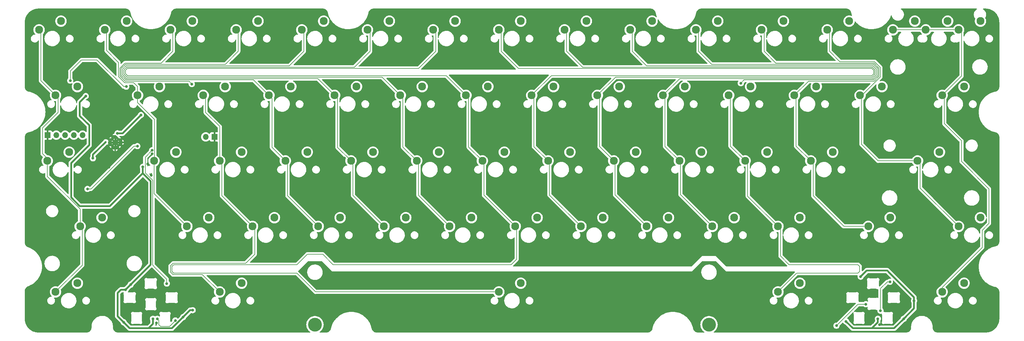
<source format=gbr>
G04 #@! TF.GenerationSoftware,KiCad,Pcbnew,(7.0.0-0)*
G04 #@! TF.CreationDate,2023-05-06T23:39:38-07:00*
G04 #@! TF.ProjectId,popstar,706f7073-7461-4722-9e6b-696361645f70,rev?*
G04 #@! TF.SameCoordinates,Original*
G04 #@! TF.FileFunction,Copper,L1,Top*
G04 #@! TF.FilePolarity,Positive*
%FSLAX46Y46*%
G04 Gerber Fmt 4.6, Leading zero omitted, Abs format (unit mm)*
G04 Created by KiCad (PCBNEW (7.0.0-0)) date 2023-05-06 23:39:38*
%MOMM*%
%LPD*%
G01*
G04 APERTURE LIST*
G04 #@! TA.AperFunction,ComponentPad*
%ADD10C,4.000000*%
G04 #@! TD*
G04 #@! TA.AperFunction,ComponentPad*
%ADD11C,2.300000*%
G04 #@! TD*
G04 #@! TA.AperFunction,ComponentPad*
%ADD12R,1.700000X1.700000*%
G04 #@! TD*
G04 #@! TA.AperFunction,ComponentPad*
%ADD13O,1.700000X1.700000*%
G04 #@! TD*
G04 #@! TA.AperFunction,ComponentPad*
%ADD14C,0.600000*%
G04 #@! TD*
G04 #@! TA.AperFunction,ViaPad*
%ADD15C,0.800000*%
G04 #@! TD*
G04 #@! TA.AperFunction,ViaPad*
%ADD16C,0.600000*%
G04 #@! TD*
G04 #@! TA.AperFunction,Conductor*
%ADD17C,0.500000*%
G04 #@! TD*
G04 #@! TA.AperFunction,Conductor*
%ADD18C,0.600000*%
G04 #@! TD*
G04 #@! TA.AperFunction,Conductor*
%ADD19C,0.200000*%
G04 #@! TD*
G04 APERTURE END LIST*
D10*
G04 #@! TO.P,S3,*
G04 #@! TO.N,*
X117475000Y-124460000D03*
X231775000Y-124460000D03*
G04 #@! TD*
D11*
G04 #@! TO.P,SW15,1,1*
G04 #@! TO.N,COL13*
X294640000Y-38735000D03*
G04 #@! TO.P,SW15,2,2*
G04 #@! TO.N,Net-(D26-A)*
X300990000Y-36195000D03*
G04 #@! TD*
G04 #@! TO.P,SW22,1,1*
G04 #@! TO.N,COL05*
X142240000Y-57785000D03*
G04 #@! TO.P,SW22,2,2*
G04 #@! TO.N,Net-(D32-A)*
X148590000Y-55245000D03*
G04 #@! TD*
G04 #@! TO.P,SW55,1,1*
G04 #@! TO.N,COL12*
X304165000Y-95885000D03*
G04 #@! TO.P,SW55,2,2*
G04 #@! TO.N,Net-(D65-A)*
X310515000Y-93345000D03*
G04 #@! TD*
G04 #@! TO.P,SW29,1,1*
G04 #@! TO.N,COL12*
X275590000Y-57785000D03*
G04 #@! TO.P,SW29,2,2*
G04 #@! TO.N,Net-(D39-A)*
X281940000Y-55245000D03*
G04 #@! TD*
G04 #@! TO.P,SW33,1,1*
G04 #@! TO.N,COL03*
X108902500Y-76835000D03*
G04 #@! TO.P,SW33,2,2*
G04 #@! TO.N,Net-(D43-A)*
X115252500Y-74295000D03*
G04 #@! TD*
G04 #@! TO.P,SW25,1,1*
G04 #@! TO.N,COL08*
X199390000Y-57785000D03*
G04 #@! TO.P,SW25,2,2*
G04 #@! TO.N,Net-(D35-A)*
X205740000Y-55245000D03*
G04 #@! TD*
G04 #@! TO.P,SW53,1,1*
G04 #@! TO.N,COL10*
X251777500Y-95885000D03*
G04 #@! TO.P,SW53,2,2*
G04 #@! TO.N,Net-(D63-A)*
X258127500Y-93345000D03*
G04 #@! TD*
G04 #@! TO.P,SW17,1,1*
G04 #@! TO.N,COL00*
X42227500Y-57785000D03*
G04 #@! TO.P,SW17,2,2*
G04 #@! TO.N,Net-(D27-A)*
X48577500Y-55245000D03*
G04 #@! TD*
G04 #@! TO.P,SW41,1,1*
G04 #@! TO.N,COL11*
X261302500Y-76835000D03*
G04 #@! TO.P,SW41,2,2*
G04 #@! TO.N,Net-(D51-A)*
X267652500Y-74295000D03*
G04 #@! TD*
G04 #@! TO.P,SW36,1,1*
G04 #@! TO.N,COL06*
X166052500Y-76835000D03*
G04 #@! TO.P,SW36,2,2*
G04 #@! TO.N,Net-(D46-A)*
X172402500Y-74295000D03*
G04 #@! TD*
G04 #@! TO.P,SW47,1,1*
G04 #@! TO.N,COL04*
X137477500Y-95885000D03*
G04 #@! TO.P,SW47,2,2*
G04 #@! TO.N,Net-(D57-A)*
X143827500Y-93345000D03*
G04 #@! TD*
G04 #@! TO.P,SW11,1,1*
G04 #@! TO.N,COL09*
X208915000Y-38735000D03*
G04 #@! TO.P,SW11,2,2*
G04 #@! TO.N,Net-(D22-A)*
X215265000Y-36195000D03*
G04 #@! TD*
G04 #@! TO.P,SW45,1,1*
G04 #@! TO.N,COL02*
X99377500Y-95885000D03*
G04 #@! TO.P,SW45,2,2*
G04 #@! TO.N,Net-(D55-A)*
X105727500Y-93345000D03*
G04 #@! TD*
G04 #@! TO.P,SW57,1,1*
G04 #@! TO.N,COL02*
X89852500Y-114935000D03*
G04 #@! TO.P,SW57,2,2*
G04 #@! TO.N,Net-(D67-A)*
X96202500Y-112395000D03*
G04 #@! TD*
G04 #@! TO.P,SW56,1,1*
G04 #@! TO.N,COL00*
X42227500Y-114935000D03*
G04 #@! TO.P,SW56,2,2*
G04 #@! TO.N,Net-(D66-A)*
X48577500Y-112395000D03*
G04 #@! TD*
G04 #@! TO.P,SW24,1,1*
G04 #@! TO.N,COL07*
X180340000Y-57785000D03*
G04 #@! TO.P,SW24,2,2*
G04 #@! TO.N,Net-(D34-A)*
X186690000Y-55245000D03*
G04 #@! TD*
G04 #@! TO.P,SW59,1,1*
G04 #@! TO.N,COL10*
X251777500Y-114935000D03*
G04 #@! TO.P,SW59,2,2*
G04 #@! TO.N,Net-(D69-A)*
X258127500Y-112395000D03*
G04 #@! TD*
G04 #@! TO.P,SW7,1,1*
G04 #@! TO.N,COL05*
X132715000Y-38735000D03*
G04 #@! TO.P,SW7,2,2*
G04 #@! TO.N,Net-(D18-A)*
X139065000Y-36195000D03*
G04 #@! TD*
G04 #@! TO.P,SW20,1,1*
G04 #@! TO.N,COL03*
X104140000Y-57785000D03*
G04 #@! TO.P,SW20,2,2*
G04 #@! TO.N,Net-(D30-A)*
X110490000Y-55245000D03*
G04 #@! TD*
G04 #@! TO.P,SW2,1,1*
G04 #@! TO.N,COL00*
X37465000Y-38735000D03*
G04 #@! TO.P,SW2,2,2*
G04 #@! TO.N,Net-(D13-A)*
X43815000Y-36195000D03*
G04 #@! TD*
G04 #@! TO.P,SW31,1,1*
G04 #@! TO.N,COL01*
X70802500Y-76835000D03*
G04 #@! TO.P,SW31,2,2*
G04 #@! TO.N,Net-(D41-A)*
X77152500Y-74295000D03*
G04 #@! TD*
G04 #@! TO.P,SW27,1,1*
G04 #@! TO.N,COL10*
X237490000Y-57785000D03*
G04 #@! TO.P,SW27,2,2*
G04 #@! TO.N,Net-(D37-A)*
X243840000Y-55245000D03*
G04 #@! TD*
G04 #@! TO.P,SW32,1,1*
G04 #@! TO.N,COL02*
X89852500Y-76835000D03*
G04 #@! TO.P,SW32,2,2*
G04 #@! TO.N,Net-(D42-A)*
X96202500Y-74295000D03*
G04 #@! TD*
G04 #@! TO.P,SW34,1,1*
G04 #@! TO.N,COL04*
X127952500Y-76835000D03*
G04 #@! TO.P,SW34,2,2*
G04 #@! TO.N,Net-(D44-A)*
X134302500Y-74295000D03*
G04 #@! TD*
G04 #@! TO.P,SW37,1,1*
G04 #@! TO.N,COL07*
X185102500Y-76835000D03*
G04 #@! TO.P,SW37,2,2*
G04 #@! TO.N,Net-(D47-A)*
X191452500Y-74295000D03*
G04 #@! TD*
G04 #@! TO.P,SW10,1,1*
G04 #@! TO.N,COL08*
X189865000Y-38735000D03*
G04 #@! TO.P,SW10,2,2*
G04 #@! TO.N,Net-(D21-A)*
X196215000Y-36195000D03*
G04 #@! TD*
G04 #@! TO.P,SW21,1,1*
G04 #@! TO.N,COL04*
X123190000Y-57785000D03*
G04 #@! TO.P,SW21,2,2*
G04 #@! TO.N,Net-(D31-A)*
X129540000Y-55245000D03*
G04 #@! TD*
G04 #@! TO.P,SW3,1,1*
G04 #@! TO.N,COL01*
X56515000Y-38735000D03*
G04 #@! TO.P,SW3,2,2*
G04 #@! TO.N,Net-(D14-A)*
X62865000Y-36195000D03*
G04 #@! TD*
G04 #@! TO.P,SW38,1,1*
G04 #@! TO.N,COL08*
X204152500Y-76835000D03*
G04 #@! TO.P,SW38,2,2*
G04 #@! TO.N,Net-(D48-A)*
X210502500Y-74295000D03*
G04 #@! TD*
G04 #@! TO.P,SW50,1,1*
G04 #@! TO.N,COL07*
X194627500Y-95885000D03*
G04 #@! TO.P,SW50,2,2*
G04 #@! TO.N,Net-(D60-A)*
X200977500Y-93345000D03*
G04 #@! TD*
G04 #@! TO.P,SW52,1,1*
G04 #@! TO.N,COL09*
X232727500Y-95885000D03*
G04 #@! TO.P,SW52,2,2*
G04 #@! TO.N,Net-(D62-A)*
X239077500Y-93345000D03*
G04 #@! TD*
G04 #@! TO.P,SW13,1,1*
G04 #@! TO.N,COL11*
X247015000Y-38735000D03*
G04 #@! TO.P,SW13,2,2*
G04 #@! TO.N,Net-(D24-A)*
X253365000Y-36195000D03*
G04 #@! TD*
G04 #@! TO.P,SW35,1,1*
G04 #@! TO.N,COL05*
X147002500Y-76835000D03*
G04 #@! TO.P,SW35,2,2*
G04 #@! TO.N,Net-(D45-A)*
X153352500Y-74295000D03*
G04 #@! TD*
G04 #@! TO.P,SW39,1,1*
G04 #@! TO.N,COL09*
X223202500Y-76835000D03*
G04 #@! TO.P,SW39,2,2*
G04 #@! TO.N,Net-(D49-A)*
X229552500Y-74295000D03*
G04 #@! TD*
G04 #@! TO.P,SW23,1,1*
G04 #@! TO.N,COL06*
X161290000Y-57785000D03*
G04 #@! TO.P,SW23,2,2*
G04 #@! TO.N,Net-(D33-A)*
X167640000Y-55245000D03*
G04 #@! TD*
G04 #@! TO.P,SW51,1,1*
G04 #@! TO.N,COL08*
X213677500Y-95885000D03*
G04 #@! TO.P,SW51,2,2*
G04 #@! TO.N,Net-(D61-A)*
X220027500Y-93345000D03*
G04 #@! TD*
G04 #@! TO.P,SW43,1,1*
G04 #@! TO.N,COL00*
X49371250Y-95885000D03*
G04 #@! TO.P,SW43,2,2*
G04 #@! TO.N,Net-(D53-A)*
X55721250Y-93345000D03*
G04 #@! TD*
G04 #@! TO.P,SW61,1,1*
G04 #@! TO.N,COL13*
X304165000Y-38735000D03*
G04 #@! TO.P,SW61,2,2*
G04 #@! TO.N,Net-(D71-A)*
X310515000Y-36195000D03*
G04 #@! TD*
G04 #@! TO.P,SW44,1,1*
G04 #@! TO.N,COL01*
X80327500Y-95885000D03*
G04 #@! TO.P,SW44,2,2*
G04 #@! TO.N,Net-(D54-A)*
X86677500Y-93345000D03*
G04 #@! TD*
G04 #@! TO.P,SW58,1,1*
G04 #@! TO.N,COL06*
X170815000Y-114935000D03*
G04 #@! TO.P,SW58,2,2*
G04 #@! TO.N,Net-(D68-A)*
X177165000Y-112395000D03*
G04 #@! TD*
G04 #@! TO.P,SW18,1,1*
G04 #@! TO.N,COL01*
X66040000Y-57785000D03*
G04 #@! TO.P,SW18,2,2*
G04 #@! TO.N,Net-(D28-A)*
X72390000Y-55245000D03*
G04 #@! TD*
G04 #@! TO.P,SW5,1,1*
G04 #@! TO.N,COL03*
X94615000Y-38735000D03*
G04 #@! TO.P,SW5,2,2*
G04 #@! TO.N,Net-(D16-A)*
X100965000Y-36195000D03*
G04 #@! TD*
G04 #@! TO.P,SW6,1,1*
G04 #@! TO.N,COL04*
X113665000Y-38735000D03*
G04 #@! TO.P,SW6,2,2*
G04 #@! TO.N,Net-(D17-A)*
X120015000Y-36195000D03*
G04 #@! TD*
G04 #@! TO.P,SW28,1,1*
G04 #@! TO.N,COL11*
X256540000Y-57785000D03*
G04 #@! TO.P,SW28,2,2*
G04 #@! TO.N,Net-(D38-A)*
X262890000Y-55245000D03*
G04 #@! TD*
G04 #@! TO.P,SW48,1,1*
G04 #@! TO.N,COL05*
X156527500Y-95885000D03*
G04 #@! TO.P,SW48,2,2*
G04 #@! TO.N,Net-(D58-A)*
X162877500Y-93345000D03*
G04 #@! TD*
G04 #@! TO.P,SW60,1,1*
G04 #@! TO.N,COL13*
X299402500Y-114935000D03*
G04 #@! TO.P,SW60,2,2*
G04 #@! TO.N,Net-(D70-A)*
X305752500Y-112395000D03*
G04 #@! TD*
G04 #@! TO.P,SW49,1,1*
G04 #@! TO.N,COL06*
X175577500Y-95885000D03*
G04 #@! TO.P,SW49,2,2*
G04 #@! TO.N,Net-(D59-A)*
X181927500Y-93345000D03*
G04 #@! TD*
G04 #@! TO.P,SW30,1,1*
G04 #@! TO.N,COL00*
X39846250Y-76835000D03*
G04 #@! TO.P,SW30,2,2*
G04 #@! TO.N,Net-(D40-A)*
X46196250Y-74295000D03*
G04 #@! TD*
G04 #@! TO.P,SW26,1,1*
G04 #@! TO.N,COL09*
X218440000Y-57785000D03*
G04 #@! TO.P,SW26,2,2*
G04 #@! TO.N,Net-(D36-A)*
X224790000Y-55245000D03*
G04 #@! TD*
G04 #@! TO.P,SW62,1,1*
G04 #@! TO.N,COL13*
X299402500Y-57785000D03*
G04 #@! TO.P,SW62,2,2*
G04 #@! TO.N,Net-(D72-A)*
X305752500Y-55245000D03*
G04 #@! TD*
G04 #@! TO.P,SW16,1,1*
G04 #@! TO.N,COL13*
X285115000Y-38735000D03*
G04 #@! TO.P,SW16,2,2*
G04 #@! TO.N,Net-(D26-A)*
X291465000Y-36195000D03*
G04 #@! TD*
G04 #@! TO.P,SW14,1,1*
G04 #@! TO.N,COL12*
X266065000Y-38735000D03*
G04 #@! TO.P,SW14,2,2*
G04 #@! TO.N,Net-(D25-A)*
X272415000Y-36195000D03*
G04 #@! TD*
G04 #@! TO.P,SW46,1,1*
G04 #@! TO.N,COL03*
X118427500Y-95885000D03*
G04 #@! TO.P,SW46,2,2*
G04 #@! TO.N,Net-(D56-A)*
X124777500Y-93345000D03*
G04 #@! TD*
G04 #@! TO.P,SW40,1,1*
G04 #@! TO.N,COL10*
X242252500Y-76835000D03*
G04 #@! TO.P,SW40,2,2*
G04 #@! TO.N,Net-(D50-A)*
X248602500Y-74295000D03*
G04 #@! TD*
G04 #@! TO.P,SW12,1,1*
G04 #@! TO.N,COL10*
X227965000Y-38735000D03*
G04 #@! TO.P,SW12,2,2*
G04 #@! TO.N,Net-(D23-A)*
X234315000Y-36195000D03*
G04 #@! TD*
G04 #@! TO.P,SW9,1,1*
G04 #@! TO.N,COL07*
X170815000Y-38735000D03*
G04 #@! TO.P,SW9,2,2*
G04 #@! TO.N,Net-(D20-A)*
X177165000Y-36195000D03*
G04 #@! TD*
G04 #@! TO.P,SW19,1,1*
G04 #@! TO.N,COL02*
X85090000Y-57785000D03*
G04 #@! TO.P,SW19,2,2*
G04 #@! TO.N,Net-(D29-A)*
X91440000Y-55245000D03*
G04 #@! TD*
G04 #@! TO.P,SW42,1,1*
G04 #@! TO.N,COL12*
X292258750Y-76835000D03*
G04 #@! TO.P,SW42,2,2*
G04 #@! TO.N,Net-(D52-A)*
X298608750Y-74295000D03*
G04 #@! TD*
G04 #@! TO.P,SW4,1,1*
G04 #@! TO.N,COL02*
X75565000Y-38735000D03*
G04 #@! TO.P,SW4,2,2*
G04 #@! TO.N,Net-(D15-A)*
X81915000Y-36195000D03*
G04 #@! TD*
G04 #@! TO.P,SW8,1,1*
G04 #@! TO.N,COL06*
X151765000Y-38735000D03*
G04 #@! TO.P,SW8,2,2*
G04 #@! TO.N,Net-(D19-A)*
X158115000Y-36195000D03*
G04 #@! TD*
G04 #@! TO.P,SW54,1,1*
G04 #@! TO.N,COL11*
X277971250Y-95885000D03*
G04 #@! TO.P,SW54,2,2*
G04 #@! TO.N,Net-(D64-A)*
X284321250Y-93345000D03*
G04 #@! TD*
D12*
G04 #@! TO.P,J2,1,Pin_1*
G04 #@! TO.N,GND*
X39919999Y-69341999D03*
D13*
G04 #@! TO.P,J2,2,Pin_2*
G04 #@! TO.N,SWCLK*
X42459999Y-69341999D03*
G04 #@! TO.P,J2,3,Pin_3*
G04 #@! TO.N,SWD*
X44999999Y-69341999D03*
G04 #@! TO.P,J2,4,Pin_4*
G04 #@! TO.N,~{RESET}*
X47539999Y-69341999D03*
G04 #@! TO.P,J2,5,Pin_5*
G04 #@! TO.N,+3V3*
X50079999Y-69341999D03*
G04 #@! TD*
D14*
G04 #@! TO.P,U6,57,GND*
G04 #@! TO.N,GND*
X59531250Y-73240622D03*
X60432811Y-72339061D03*
X61334372Y-71437500D03*
X58629689Y-72339061D03*
X59531250Y-71437500D03*
X60432811Y-70535939D03*
X57728128Y-71437500D03*
X58629689Y-70535939D03*
X59531250Y-69634378D03*
G04 #@! TD*
D12*
G04 #@! TO.P,SW1,1,1*
G04 #@! TO.N,GND*
X88336249Y-69874999D03*
D13*
G04 #@! TO.P,SW1,2,2*
G04 #@! TO.N,/~{USB_BOOT}*
X85796249Y-69874999D03*
G04 #@! TD*
D15*
G04 #@! TO.N,+1V1*
X53086000Y-76073000D03*
X60200000Y-68850000D03*
X67000000Y-63500000D03*
D16*
X56800000Y-71350000D03*
D15*
G04 #@! TO.N,GND*
X128500000Y-89000000D03*
X282000000Y-48000000D03*
X202500000Y-120500000D03*
X165000000Y-124250000D03*
X45500000Y-76500000D03*
X83250000Y-118500000D03*
X51500000Y-104500000D03*
X65000000Y-73800500D03*
X233250000Y-47500000D03*
X270500000Y-124750000D03*
X166500000Y-89000000D03*
X72000000Y-82000000D03*
X70250000Y-108750000D03*
X70000000Y-81000000D03*
X67750000Y-120500000D03*
X165000000Y-120000000D03*
X56769000Y-53594000D03*
X267000000Y-125250000D03*
X155000000Y-120000000D03*
X115000000Y-120500000D03*
X62992000Y-63881000D03*
X126000000Y-76000000D03*
X261000000Y-122400000D03*
X204500000Y-89000000D03*
X60000000Y-123750000D03*
X134500000Y-46500000D03*
X54229000Y-78105000D03*
X290250000Y-122750000D03*
X71500000Y-88800000D03*
X283750000Y-113750000D03*
X300000000Y-93500000D03*
X306250000Y-46500000D03*
X210000000Y-120500000D03*
X292750000Y-117500000D03*
X47000000Y-63000000D03*
X49500000Y-57500000D03*
X48750000Y-73500000D03*
X196500000Y-120000000D03*
X95000000Y-123750000D03*
X65405000Y-62738000D03*
X62250000Y-112250000D03*
X59250000Y-91000000D03*
X277000000Y-107250000D03*
X265750000Y-121750000D03*
X68600000Y-101400000D03*
X76500000Y-105250000D03*
X151250000Y-116750000D03*
X66000000Y-76750000D03*
X68072000Y-71755000D03*
X64250000Y-114250000D03*
X98500000Y-122750000D03*
X76750000Y-113250000D03*
X71500000Y-101400000D03*
X50750000Y-88500000D03*
X100750000Y-124000000D03*
X233750000Y-120500000D03*
X272750000Y-110500000D03*
X51500000Y-76000000D03*
X244500000Y-120500000D03*
X289500000Y-119750000D03*
X221000000Y-76000000D03*
X163750000Y-76000000D03*
X86000000Y-122500000D03*
X55499000Y-78105000D03*
X48750000Y-83250000D03*
X109500000Y-89000000D03*
D16*
X277250000Y-119750000D03*
X71750000Y-116250000D03*
D15*
X48500000Y-104500000D03*
X72009000Y-65532000D03*
X81250000Y-122250000D03*
X48250000Y-71250000D03*
X200500000Y-82000000D03*
X68707000Y-65532000D03*
X200000000Y-116750000D03*
D16*
X69500000Y-123750000D03*
D15*
X80500000Y-73500000D03*
X76250000Y-121750000D03*
X46000000Y-71750000D03*
X45000000Y-83250000D03*
X185500000Y-89000000D03*
X124500000Y-82000000D03*
X115000000Y-46500000D03*
X285000000Y-107750000D03*
X127500000Y-116750000D03*
X115000000Y-116750000D03*
X143500000Y-82000000D03*
X72250000Y-73750000D03*
X65000000Y-84800000D03*
X54861000Y-85675000D03*
X41250000Y-67000000D03*
X147750000Y-120500000D03*
X286500000Y-122000000D03*
X281250000Y-124500000D03*
X75750000Y-111250000D03*
X272750000Y-122500000D03*
X251750000Y-47250000D03*
X74250000Y-108250000D03*
X147500000Y-89000000D03*
X103500000Y-66000000D03*
X292500000Y-39750000D03*
X45000000Y-39000000D03*
X62750000Y-122000000D03*
X81500000Y-117000000D03*
X182750000Y-76000000D03*
X177000000Y-48750000D03*
X251500000Y-122400000D03*
X162500000Y-82000000D03*
X223500000Y-89000000D03*
X49000000Y-77500000D03*
X233750000Y-116750000D03*
X68600000Y-103500000D03*
X141500000Y-66000000D03*
X96000000Y-46500000D03*
X83250000Y-121750000D03*
X61000000Y-113000000D03*
X43250000Y-86750000D03*
X283000000Y-52500000D03*
X57699500Y-78706111D03*
X63500000Y-79000000D03*
X81500000Y-56000000D03*
X262000000Y-89000000D03*
X61750000Y-119750000D03*
X181500000Y-82000000D03*
X306000000Y-79750000D03*
X71500000Y-103500000D03*
X153250000Y-124250000D03*
X195750000Y-48500000D03*
X65300000Y-70400000D03*
X106750000Y-76000000D03*
X52300000Y-86200000D03*
X66480713Y-77519287D03*
X58750000Y-119750000D03*
X87000000Y-118750000D03*
X254000000Y-104000000D03*
X198500000Y-124250000D03*
X220000000Y-82000000D03*
X68600000Y-88800000D03*
X122500000Y-66000000D03*
X239500000Y-54000000D03*
X53500000Y-72250000D03*
X77000000Y-46500000D03*
X270500000Y-46750000D03*
X198500000Y-66000000D03*
X140000000Y-116750000D03*
X243000000Y-89000000D03*
X105500000Y-82000000D03*
D16*
X72000000Y-115250000D03*
D15*
X62000000Y-125750000D03*
X259000000Y-76000000D03*
X186000000Y-120000000D03*
X144750000Y-76000000D03*
X61800000Y-84400000D03*
X58400000Y-62411000D03*
X186000000Y-124250000D03*
X153000000Y-46500000D03*
X83500000Y-54500000D03*
X90500000Y-89000000D03*
X274500000Y-66000000D03*
X279250000Y-123750000D03*
X236500000Y-66000000D03*
X79500000Y-123750000D03*
X210000000Y-116750000D03*
X71500000Y-124000000D03*
X86500000Y-82000000D03*
X165750000Y-67750000D03*
X105500000Y-119250000D03*
X59400000Y-62411000D03*
X71800000Y-121400000D03*
X83000000Y-68500000D03*
X140000000Y-120500000D03*
X301500000Y-54000000D03*
X282500000Y-114750000D03*
X41000000Y-62400000D03*
X174500000Y-104000000D03*
X103750000Y-125000000D03*
X258000000Y-82000000D03*
X63500000Y-111250000D03*
X50600000Y-86200000D03*
X301000000Y-75250000D03*
X70250000Y-74750000D03*
X201750000Y-76000000D03*
X268500000Y-120250000D03*
X64135000Y-63373000D03*
X80250000Y-119750000D03*
X104500000Y-116750000D03*
X74000000Y-69500000D03*
X273250000Y-113750000D03*
X91250000Y-122750000D03*
X214250000Y-48000000D03*
X277400000Y-110500000D03*
X108750000Y-120500000D03*
X37500000Y-56250000D03*
X289000000Y-82000000D03*
X271250000Y-125750000D03*
X241250000Y-55750000D03*
X221250000Y-116750000D03*
X50500000Y-62000000D03*
X58000000Y-117000000D03*
X57250000Y-88250000D03*
X88500000Y-125000000D03*
X64135000Y-55372000D03*
X52451000Y-58801000D03*
X67500000Y-118250000D03*
X50750000Y-67000000D03*
X46000000Y-56000000D03*
X58500000Y-57000000D03*
X47250000Y-67000000D03*
X65000000Y-79800000D03*
X57200000Y-62411000D03*
X60500000Y-46500000D03*
X53500000Y-66750000D03*
X69000000Y-77750000D03*
X247500000Y-116750000D03*
X48000000Y-91500000D03*
X50750000Y-91500000D03*
X290000000Y-75500000D03*
X77750000Y-121250000D03*
X239000000Y-82000000D03*
X240000000Y-76000000D03*
X177500000Y-104000000D03*
X98000000Y-104000000D03*
X57750000Y-61250000D03*
X217500000Y-66000000D03*
X255500000Y-66000000D03*
X39500000Y-47000000D03*
G04 #@! TO.N,+5V*
X79250000Y-122250000D03*
X64020145Y-112820145D03*
X51000000Y-58000000D03*
X275750000Y-110500000D03*
X271500000Y-123500000D03*
X62000000Y-123750000D03*
X67550500Y-78589075D03*
X70500000Y-122750000D03*
X82000000Y-120250000D03*
X291250000Y-117500000D03*
X280750000Y-122750000D03*
X288250000Y-122750000D03*
X62545145Y-114295145D03*
G04 #@! TO.N,ARGB_5V*
X74500000Y-112500000D03*
X70250000Y-73750000D03*
G04 #@! TO.N,Net-(D6-DOUT)*
X77000000Y-123250000D03*
X277250000Y-118500000D03*
X71750000Y-122750000D03*
X268750000Y-124750000D03*
G04 #@! TO.N,Net-(D11-DOUT)*
X281500000Y-120400000D03*
X284250000Y-112000000D03*
G04 #@! TO.N,ROW1*
X62750000Y-55250000D03*
X46500000Y-53500000D03*
G04 #@! TO.N,ROW2*
X65978417Y-72554430D03*
X51500000Y-85000000D03*
G04 #@! TO.N,COL02*
X81750000Y-54500000D03*
G04 #@! TO.N,COL10*
X241000000Y-54250000D03*
G04 #@! TD*
D17*
G04 #@! TO.N,+1V1*
X53086000Y-76073000D02*
X53086000Y-75064000D01*
X53086000Y-75064000D02*
X56800000Y-71350000D01*
X61650000Y-68850000D02*
X60200000Y-68850000D01*
X67000000Y-63500000D02*
X61650000Y-68850000D01*
D18*
G04 #@! TO.N,GND*
X58629689Y-72339061D02*
X59531250Y-73240622D01*
X57728128Y-71437500D02*
X59531250Y-71437500D01*
X61334372Y-71437500D02*
X60432811Y-70535939D01*
X58629689Y-72339061D02*
X59531250Y-71437500D01*
X60432811Y-70535939D02*
X59531250Y-69634378D01*
X58629689Y-70535939D02*
X57728128Y-71437500D01*
X60432811Y-70535939D02*
X59531250Y-71437500D01*
X58629689Y-70535939D02*
X59531250Y-71437500D01*
X60432811Y-72339061D02*
X61334372Y-71437500D01*
X59531250Y-73240622D02*
X59531250Y-71437500D01*
X59531250Y-73240622D02*
X60432811Y-72339061D01*
X57728128Y-71437500D02*
X58629689Y-72339061D01*
X61334372Y-71437500D02*
X59531250Y-71437500D01*
X59531250Y-69634378D02*
X58629689Y-70535939D01*
X60432811Y-72339061D02*
X59531250Y-71437500D01*
X59531250Y-69634378D02*
X59531250Y-71437500D01*
D17*
X80032000Y-65532000D02*
X83000000Y-68500000D01*
X72009000Y-65532000D02*
X80032000Y-65532000D01*
G04 #@! TO.N,+5V*
X68250000Y-125500000D02*
X69250000Y-125500000D01*
X285500000Y-125500000D02*
X288250000Y-122750000D01*
X60875000Y-122625000D02*
X62000000Y-123750000D01*
X60250000Y-115250000D02*
X60250000Y-122000000D01*
X291250000Y-116500000D02*
X283875000Y-109125000D01*
X69250000Y-125500000D02*
X70500000Y-124250000D01*
X58000000Y-90000000D02*
X49277818Y-90000000D01*
X52000000Y-72250000D02*
X52000000Y-66500000D01*
X70500000Y-124250000D02*
X70500000Y-122750000D01*
X49277818Y-90000000D02*
X46750000Y-87472182D01*
X68250000Y-125500000D02*
X76000000Y-125500000D01*
X61204855Y-114295145D02*
X60250000Y-115250000D01*
X79250000Y-122250000D02*
X81250000Y-120250000D01*
X271500000Y-123500000D02*
X273500000Y-125500000D01*
X69852500Y-106987790D02*
X64020145Y-112820145D01*
X291250000Y-117500000D02*
X291250000Y-116500000D01*
X52000000Y-66500000D02*
X49250000Y-63750000D01*
X279000000Y-125500000D02*
X285500000Y-125500000D01*
X60875000Y-122625000D02*
X61500000Y-123250000D01*
X61500000Y-123250000D02*
X62000000Y-123750000D01*
X69852500Y-82727818D02*
X69852500Y-106987790D01*
X67550500Y-80449500D02*
X58000000Y-90000000D01*
X282000000Y-108750000D02*
X277500000Y-108750000D01*
X283875000Y-109125000D02*
X283500000Y-108750000D01*
X67550500Y-78589075D02*
X67550500Y-79500000D01*
X291250000Y-119750000D02*
X291250000Y-118750000D01*
X67550500Y-80425818D02*
X69852500Y-82727818D01*
X49250000Y-59750000D02*
X51000000Y-58000000D01*
X273500000Y-125500000D02*
X279000000Y-125500000D01*
X279000000Y-125500000D02*
X280750000Y-123750000D01*
X288250000Y-122750000D02*
X291250000Y-119750000D01*
X67550500Y-79500000D02*
X67550500Y-80425818D01*
X277500000Y-108750000D02*
X275750000Y-110500000D01*
X60250000Y-122000000D02*
X60875000Y-122625000D01*
X67550500Y-79500000D02*
X67550500Y-80449500D01*
X62545145Y-114295145D02*
X61204855Y-114295145D01*
X64020145Y-112820145D02*
X62545145Y-114295145D01*
X49250000Y-63750000D02*
X49250000Y-59750000D01*
X76000000Y-125500000D02*
X79250000Y-122250000D01*
X81250000Y-120250000D02*
X82000000Y-120250000D01*
X46750000Y-87472182D02*
X46750000Y-77500000D01*
X291250000Y-118750000D02*
X291250000Y-117500000D01*
X63750000Y-125500000D02*
X68250000Y-125500000D01*
X280750000Y-123750000D02*
X280750000Y-122750000D01*
X62000000Y-123750000D02*
X63750000Y-125500000D01*
X283500000Y-108750000D02*
X282000000Y-108750000D01*
X46750000Y-77500000D02*
X52000000Y-72250000D01*
D19*
G04 #@! TO.N,ARGB_5V*
X73375000Y-110125000D02*
X74500000Y-111250000D01*
X68250000Y-80347500D02*
X70402500Y-82500000D01*
X70402500Y-107152500D02*
X71000000Y-107750000D01*
X74500000Y-111250000D02*
X74500000Y-112500000D01*
X68250000Y-75750000D02*
X68250000Y-80347500D01*
X70402500Y-82500000D02*
X70402500Y-107152500D01*
X71000000Y-107750000D02*
X73375000Y-110125000D01*
X70250000Y-73750000D02*
X68250000Y-75750000D01*
G04 #@! TO.N,Net-(D6-DOUT)*
X72200000Y-123200000D02*
X72200000Y-124450000D01*
X71750000Y-122750000D02*
X72200000Y-123200000D01*
X75300000Y-124950000D02*
X77000000Y-123250000D01*
X72700000Y-124950000D02*
X75300000Y-124950000D01*
X72200000Y-124450000D02*
X72700000Y-124950000D01*
X275000000Y-118500000D02*
X277250000Y-118500000D01*
X268750000Y-124750000D02*
X275000000Y-118500000D01*
G04 #@! TO.N,Net-(D11-DOUT)*
X281500000Y-120400000D02*
X281500000Y-114000000D01*
X283500000Y-112000000D02*
X284250000Y-112000000D01*
X281500000Y-114000000D02*
X283500000Y-112000000D01*
G04 #@! TO.N,ROW1*
X46500000Y-53500000D02*
X46500000Y-50750000D01*
X46500000Y-50750000D02*
X49750000Y-47500000D01*
X49750000Y-47500000D02*
X54250000Y-47500000D01*
X54250000Y-47500000D02*
X62000000Y-55250000D01*
X62000000Y-55250000D02*
X62750000Y-55250000D01*
G04 #@! TO.N,ROW2*
X52510050Y-85000000D02*
X51500000Y-85000000D01*
X64955620Y-72554430D02*
X52510050Y-85000000D01*
X65978417Y-72554430D02*
X64955620Y-72554430D01*
G04 #@! TO.N,COL00*
X38500000Y-74777818D02*
X38500000Y-67250000D01*
X39846250Y-81346250D02*
X39846250Y-76835000D01*
X49371250Y-95885000D02*
X50000000Y-96513750D01*
X39846250Y-76835000D02*
X39846250Y-76124068D01*
X38500000Y-67250000D02*
X43000000Y-62750000D01*
X37465000Y-38735000D02*
X38000000Y-39270000D01*
X39846250Y-76124068D02*
X38500000Y-74777818D01*
X50000000Y-96513750D02*
X50000000Y-107162500D01*
X43000000Y-58557500D02*
X42227500Y-57785000D01*
X43000000Y-62750000D02*
X43000000Y-58557500D01*
X38000000Y-39270000D02*
X38000000Y-53557500D01*
X49371250Y-95885000D02*
X49371250Y-90871250D01*
X50000000Y-107162500D02*
X42227500Y-114935000D01*
X49371250Y-90871250D02*
X39846250Y-81346250D01*
X38000000Y-53557500D02*
X42227500Y-57785000D01*
G04 #@! TO.N,COL01*
X60500000Y-48250000D02*
X60500000Y-52328426D01*
X57000000Y-39220000D02*
X57000000Y-44750000D01*
X66040000Y-57785000D02*
X66040000Y-59829775D01*
X57000000Y-44750000D02*
X60500000Y-48250000D01*
X70950000Y-64739775D02*
X70950000Y-76687500D01*
X70802500Y-86360000D02*
X80327500Y-95885000D01*
X62271571Y-54099998D02*
X64900002Y-54099998D01*
X70802500Y-76835000D02*
X70802500Y-86360000D01*
X66040000Y-55239996D02*
X66040000Y-57785000D01*
X64900002Y-54099998D02*
X66040000Y-55239996D01*
X56515000Y-38735000D02*
X57000000Y-39220000D01*
X70950000Y-76687500D02*
X70802500Y-76835000D01*
X66040000Y-59829775D02*
X70950000Y-64739775D01*
X60500000Y-52328426D02*
X62271571Y-54099998D01*
G04 #@! TO.N,COL02*
X89852500Y-66833750D02*
X85725000Y-62706250D01*
X84817500Y-109900000D02*
X89852500Y-114935000D01*
X76250000Y-39420000D02*
X76250000Y-45000000D01*
X62337260Y-48400000D02*
X60900002Y-49837256D01*
X89852500Y-76835000D02*
X90487500Y-77470000D01*
X100000000Y-96500000D02*
X100000000Y-104000000D01*
X62437256Y-53699998D02*
X80950000Y-53700000D01*
X60900002Y-49837256D02*
X60900000Y-52162740D01*
X76250000Y-45000000D02*
X72850000Y-48400000D01*
X90487500Y-86995000D02*
X99377500Y-95885000D01*
X100000000Y-104000000D02*
X97400000Y-106600000D01*
X99377500Y-95885000D02*
X99385000Y-95885000D01*
X80950000Y-53700000D02*
X81750000Y-54500000D01*
X76334315Y-109900000D02*
X84817500Y-109900000D01*
X75600000Y-109165686D02*
X76334315Y-109900000D01*
X75565000Y-38735000D02*
X76250000Y-39420000D01*
X99385000Y-95885000D02*
X100000000Y-96500000D01*
X60900000Y-52162740D02*
X62437256Y-53699998D01*
X75600000Y-107334315D02*
X75600000Y-109165686D01*
X72850000Y-48400000D02*
X62337260Y-48400000D01*
X90487500Y-77470000D02*
X90487500Y-86995000D01*
X85725000Y-62706250D02*
X85725000Y-58420000D01*
X85725000Y-58420000D02*
X85090000Y-57785000D01*
X97400000Y-106600000D02*
X76334314Y-106600000D01*
X76334314Y-106600000D02*
X75600000Y-107334315D01*
X89852500Y-76835000D02*
X89852500Y-66833750D01*
G04 #@! TO.N,COL03*
X91450000Y-48800000D02*
X95250000Y-45000000D01*
X62502945Y-48800000D02*
X91450000Y-48800000D01*
X108902500Y-76835000D02*
X105000000Y-72932500D01*
X62602942Y-53299999D02*
X61300000Y-51997055D01*
X104140000Y-57785000D02*
X99655000Y-53300000D01*
X105000000Y-58645000D02*
X104140000Y-57785000D01*
X109500000Y-86957500D02*
X118427500Y-95885000D01*
X61300001Y-50002942D02*
X62502945Y-48800000D01*
X109500000Y-77432500D02*
X109500000Y-86957500D01*
X95250000Y-45000000D02*
X95250000Y-39370000D01*
X99655000Y-53300000D02*
X62602942Y-53299999D01*
X61300000Y-51997055D02*
X61300001Y-50002942D01*
X108902500Y-76835000D02*
X109500000Y-77432500D01*
X95250000Y-39370000D02*
X94615000Y-38735000D01*
X105000000Y-72932500D02*
X105000000Y-58645000D01*
G04 #@! TO.N,COL04*
X123190000Y-57785000D02*
X118305000Y-52900000D01*
X128500000Y-77382500D02*
X128500000Y-86907500D01*
X61700000Y-51831370D02*
X61700000Y-50168628D01*
X127952500Y-76835000D02*
X124000000Y-72882500D01*
X127952500Y-76835000D02*
X128500000Y-77382500D01*
X118305000Y-52900000D02*
X62768628Y-52900000D01*
X128500000Y-86907500D02*
X137477500Y-95885000D01*
X124000000Y-58595000D02*
X123190000Y-57785000D01*
X114250000Y-45000000D02*
X114250000Y-39320000D01*
X124000000Y-72882500D02*
X124000000Y-58595000D01*
X62668630Y-49200000D02*
X110050000Y-49200000D01*
X62768628Y-52900000D02*
X61700000Y-51831370D01*
X61700000Y-50168628D02*
X62668630Y-49200000D01*
X110050000Y-49200000D02*
X114250000Y-45000000D01*
X114250000Y-39320000D02*
X113665000Y-38735000D01*
G04 #@! TO.N,COL05*
X147500000Y-77332500D02*
X147500000Y-86857500D01*
X62100000Y-51665685D02*
X62100000Y-50334314D01*
X147002500Y-76835000D02*
X143000000Y-72832500D01*
X147500000Y-86857500D02*
X156527500Y-95885000D01*
X133500000Y-45000000D02*
X133500000Y-39520000D01*
X128900000Y-49600000D02*
X133500000Y-45000000D01*
X147002500Y-76835000D02*
X147500000Y-77332500D01*
X62100000Y-50334314D02*
X62834315Y-49600000D01*
X62834315Y-49600000D02*
X128900000Y-49600000D01*
X143000000Y-72832500D02*
X143000000Y-58545000D01*
X133500000Y-39520000D02*
X132715000Y-38735000D01*
X142240000Y-57785000D02*
X136955000Y-52500000D01*
X136955000Y-52500000D02*
X62934314Y-52500000D01*
X62934314Y-52500000D02*
X62100000Y-51665685D01*
X143000000Y-58545000D02*
X142240000Y-57785000D01*
G04 #@! TO.N,COL06*
X176000000Y-96307500D02*
X175577500Y-95885000D01*
X63000000Y-50000000D02*
X147500000Y-50000000D01*
X166500000Y-77282500D02*
X166500000Y-86807500D01*
X112250000Y-109500000D02*
X76500000Y-109500000D01*
X63100000Y-52100000D02*
X62500000Y-51500000D01*
X112250000Y-107000000D02*
X115250000Y-104000000D01*
X166500000Y-86807500D02*
X175577500Y-95885000D01*
X76000000Y-109000000D02*
X76000000Y-107500000D01*
X152500000Y-39470000D02*
X151765000Y-38735000D01*
X162000000Y-58495000D02*
X161290000Y-57785000D01*
X166052500Y-76835000D02*
X166500000Y-77282500D01*
X115250000Y-104000000D02*
X119750000Y-104000000D01*
X76500000Y-109500000D02*
X76000000Y-109000000D01*
X166052500Y-76835000D02*
X162000000Y-72782500D01*
X152500000Y-45000000D02*
X152500000Y-39470000D01*
X176000000Y-105400000D02*
X176000000Y-96307500D01*
X161290000Y-57785000D02*
X155605000Y-52100000D01*
X155605000Y-52100000D02*
X63100000Y-52100000D01*
X119750000Y-104000000D02*
X122750000Y-107000000D01*
X147500000Y-50000000D02*
X152500000Y-45000000D01*
X76500000Y-107000000D02*
X112250000Y-107000000D01*
X62500000Y-50500000D02*
X63000000Y-50000000D01*
X162000000Y-72782500D02*
X162000000Y-58495000D01*
X174400000Y-107000000D02*
X176000000Y-105400000D01*
X170815000Y-114935000D02*
X117685000Y-114935000D01*
X122750000Y-107000000D02*
X174400000Y-107000000D01*
X117685000Y-114935000D02*
X112250000Y-109500000D01*
X76000000Y-107500000D02*
X76500000Y-107000000D01*
X62500000Y-51500000D02*
X62500000Y-50500000D01*
G04 #@! TO.N,COL07*
X171500000Y-39420000D02*
X170815000Y-38735000D01*
X185102500Y-77102500D02*
X185500000Y-77500000D01*
X185500000Y-86757500D02*
X194627500Y-95885000D01*
X180340000Y-57785000D02*
X186025000Y-52100000D01*
X185102500Y-76835000D02*
X181000000Y-72732500D01*
X185102500Y-76835000D02*
X185102500Y-77102500D01*
X171500000Y-45000000D02*
X171500000Y-39420000D01*
X176500000Y-50000000D02*
X171500000Y-45000000D01*
X181000000Y-72732500D02*
X181000000Y-58445000D01*
X181000000Y-58445000D02*
X180340000Y-57785000D01*
X279000000Y-50000000D02*
X176500000Y-50000000D01*
X185500000Y-77500000D02*
X185500000Y-86757500D01*
X186025000Y-52100000D02*
X279000000Y-52100000D01*
X279500000Y-50500000D02*
X279000000Y-50000000D01*
X279000000Y-52100000D02*
X279500000Y-51600000D01*
X279500000Y-51600000D02*
X279500000Y-50500000D01*
G04 #@! TO.N,COL08*
X190500000Y-39370000D02*
X189865000Y-38735000D01*
X190500000Y-45000000D02*
X190500000Y-39370000D01*
X279165686Y-52500000D02*
X279900000Y-51765685D01*
X279900000Y-50334314D02*
X279165685Y-49600000D01*
X195100000Y-49600000D02*
X190500000Y-45000000D01*
X204152500Y-76835000D02*
X204335000Y-76835000D01*
X279165685Y-49600000D02*
X195100000Y-49600000D01*
X200000000Y-58395000D02*
X199390000Y-57785000D01*
X204335000Y-76835000D02*
X204500000Y-77000000D01*
X204152500Y-76835000D02*
X200000000Y-72682500D01*
X204675000Y-52500000D02*
X279165686Y-52500000D01*
X204152500Y-76835000D02*
X204500000Y-77182500D01*
X279900000Y-51765685D02*
X279900000Y-50334314D01*
X200000000Y-72682500D02*
X200000000Y-58395000D01*
X204500000Y-77182500D02*
X204500000Y-86707500D01*
X199390000Y-57785000D02*
X204675000Y-52500000D01*
X204500000Y-86707500D02*
X213677500Y-95885000D01*
G04 #@! TO.N,COL09*
X280300000Y-51931370D02*
X280300000Y-50168628D01*
X209500000Y-45000000D02*
X209500000Y-39320000D01*
X223500000Y-86657500D02*
X232727500Y-95885000D01*
X219000000Y-58345000D02*
X218440000Y-57785000D01*
X219000000Y-72632500D02*
X219000000Y-58345000D01*
X218440000Y-57785000D02*
X223325000Y-52900000D01*
X279331370Y-49200000D02*
X213700000Y-49200000D01*
X279331370Y-52900000D02*
X279865685Y-52365685D01*
X223202500Y-76835000D02*
X223500000Y-77132500D01*
X279865685Y-52365685D02*
X280300000Y-51931370D01*
X279331372Y-52900000D02*
X279865685Y-52365685D01*
X223325000Y-52900000D02*
X279331370Y-52900000D01*
X280300000Y-50168628D02*
X279331370Y-49200000D01*
X209500000Y-39320000D02*
X208915000Y-38735000D01*
X213700000Y-49200000D02*
X209500000Y-45000000D01*
X223202500Y-76835000D02*
X219000000Y-72632500D01*
X223500000Y-77132500D02*
X223500000Y-86657500D01*
G04 #@! TO.N,COL10*
X243000000Y-77582500D02*
X243000000Y-87107500D01*
X242252500Y-76835000D02*
X243000000Y-77582500D01*
X252500000Y-96607500D02*
X252500000Y-104500000D01*
X238000000Y-72582500D02*
X242252500Y-76835000D01*
X228750000Y-39520000D02*
X227965000Y-38735000D01*
X242000000Y-53300000D02*
X279497056Y-53300000D01*
X255000000Y-107000000D02*
X275000000Y-107000000D01*
X275500000Y-109000000D02*
X275000000Y-109500000D01*
X279497055Y-48800000D02*
X232550000Y-48800000D01*
X280699999Y-50002942D02*
X279497055Y-48800000D01*
X257212500Y-109500000D02*
X251777500Y-114935000D01*
X243000000Y-87107500D02*
X251777500Y-95885000D01*
X228750000Y-45000000D02*
X228750000Y-39520000D01*
X238000000Y-58295000D02*
X238000000Y-72582500D01*
X280700000Y-52097055D02*
X280699999Y-50002942D01*
X275000000Y-107000000D02*
X275500000Y-107500000D01*
X241950000Y-53300000D02*
X241000000Y-54250000D01*
X232550000Y-48800000D02*
X228750000Y-45000000D01*
X237490000Y-57785000D02*
X238000000Y-58295000D01*
X279898528Y-52898528D02*
X280700000Y-52097055D01*
X252500000Y-104500000D02*
X255000000Y-107000000D01*
X242000000Y-53300000D02*
X241950000Y-53300000D01*
X251777500Y-95885000D02*
X252500000Y-96607500D01*
X279497056Y-53300000D02*
X279898528Y-52898528D01*
X275500000Y-107500000D02*
X275500000Y-109000000D01*
X275000000Y-109500000D02*
X257212500Y-109500000D01*
X279497058Y-53299999D02*
X279898528Y-52898528D01*
G04 #@! TO.N,COL11*
X281099998Y-49837256D02*
X279662740Y-48400000D01*
X257000000Y-72532500D02*
X257000000Y-58245000D01*
X281100000Y-52262740D02*
X281099998Y-49837256D01*
X247750000Y-39470000D02*
X247015000Y-38735000D01*
X279662742Y-53700000D02*
X281100000Y-52262740D01*
X279662740Y-48400000D02*
X251150000Y-48400000D01*
X270885000Y-95885000D02*
X262000000Y-87000000D01*
X262000000Y-77532500D02*
X261302500Y-76835000D01*
X247750000Y-45000000D02*
X247750000Y-39470000D01*
X261302500Y-76835000D02*
X257000000Y-72532500D01*
X262000000Y-87000000D02*
X262000000Y-77532500D01*
X251150000Y-48400000D02*
X247750000Y-45000000D01*
X260625000Y-53700000D02*
X279662742Y-53700000D01*
X257000000Y-58245000D02*
X256540000Y-57785000D01*
X277971250Y-95885000D02*
X270885000Y-95885000D01*
X256540000Y-57785000D02*
X260625000Y-53700000D01*
G04 #@! TO.N,COL12*
X266750000Y-45000000D02*
X266750000Y-39420000D01*
X292258750Y-76835000D02*
X293000000Y-77576250D01*
X276000000Y-58195000D02*
X275590000Y-57785000D01*
X293000000Y-84720000D02*
X304165000Y-95885000D01*
X269750000Y-48000000D02*
X266750000Y-45000000D01*
X266750000Y-39420000D02*
X266065000Y-38735000D01*
X276000000Y-72000000D02*
X276000000Y-58195000D01*
X275590000Y-57785000D02*
X276143427Y-57785000D01*
X279828426Y-48000000D02*
X269750000Y-48000000D01*
X292258750Y-76835000D02*
X280835000Y-76835000D01*
X281500000Y-49671574D02*
X279828426Y-48000000D01*
X280835000Y-76835000D02*
X276000000Y-72000000D01*
X281500000Y-52428427D02*
X281500000Y-49671574D01*
X276143427Y-57785000D02*
X281500000Y-52428427D01*
X293000000Y-77576250D02*
X293000000Y-84720000D01*
G04 #@! TO.N,COL13*
X294640000Y-38735000D02*
X285115000Y-38735000D01*
X299402500Y-113597500D02*
X299402500Y-114935000D01*
X313000000Y-95000000D02*
X311000000Y-97000000D01*
X305000000Y-39570000D02*
X304165000Y-38735000D01*
X304165000Y-38735000D02*
X294640000Y-38735000D01*
X305000000Y-52187500D02*
X305000000Y-39570000D01*
X313000000Y-85000000D02*
X313000000Y-95000000D01*
X299402500Y-57785000D02*
X300000000Y-58382500D01*
X311000000Y-97000000D02*
X311000000Y-102000000D01*
X300000000Y-58382500D02*
X300000000Y-66000000D01*
X305000000Y-71000000D02*
X305000000Y-77000000D01*
X305000000Y-77000000D02*
X313000000Y-85000000D01*
X300000000Y-66000000D02*
X305000000Y-71000000D01*
X311000000Y-102000000D02*
X299402500Y-113597500D01*
X299402500Y-57785000D02*
X305000000Y-52187500D01*
G04 #@! TD*
G04 #@! TA.AperFunction,Conductor*
G04 #@! TO.N,GND*
G36*
X285325358Y-111636726D02*
G01*
X290463181Y-116774549D01*
X290490061Y-116814777D01*
X290499500Y-116862230D01*
X290499500Y-116965679D01*
X290482887Y-117027679D01*
X290426069Y-117126089D01*
X290426066Y-117126094D01*
X290422821Y-117131716D01*
X290420815Y-117137888D01*
X290420813Y-117137894D01*
X290366333Y-117305564D01*
X290366331Y-117305573D01*
X290364326Y-117311744D01*
X290363648Y-117318194D01*
X290363646Y-117318204D01*
X290346075Y-117485393D01*
X290344540Y-117500000D01*
X290345219Y-117506460D01*
X290363646Y-117681795D01*
X290363647Y-117681803D01*
X290364326Y-117688256D01*
X290366331Y-117694428D01*
X290366333Y-117694435D01*
X290413176Y-117838601D01*
X290422821Y-117868284D01*
X290426068Y-117873908D01*
X290426069Y-117873910D01*
X290449434Y-117914379D01*
X290480267Y-117967784D01*
X290482887Y-117972321D01*
X290499500Y-118034321D01*
X290499500Y-119387771D01*
X290490061Y-119435224D01*
X290463181Y-119475452D01*
X288097228Y-121841402D01*
X288068715Y-121862694D01*
X288035330Y-121875011D01*
X287976556Y-121887504D01*
X287976552Y-121887504D01*
X287970197Y-121888856D01*
X287964262Y-121891498D01*
X287964254Y-121891501D01*
X287803207Y-121963205D01*
X287803202Y-121963207D01*
X287797270Y-121965849D01*
X287792016Y-121969665D01*
X287792011Y-121969669D01*
X287649388Y-122073290D01*
X287649381Y-122073295D01*
X287644129Y-122077112D01*
X287639784Y-122081937D01*
X287639779Y-122081942D01*
X287521813Y-122212956D01*
X287521808Y-122212962D01*
X287517467Y-122217784D01*
X287514222Y-122223404D01*
X287514218Y-122223410D01*
X287426069Y-122376089D01*
X287426066Y-122376094D01*
X287422821Y-122381716D01*
X287420816Y-122387885D01*
X287420814Y-122387891D01*
X287367479Y-122552039D01*
X287337229Y-122601401D01*
X285225451Y-124713181D01*
X285185223Y-124740061D01*
X285137770Y-124749500D01*
X281111230Y-124749500D01*
X281054935Y-124735985D01*
X281010912Y-124698386D01*
X280988757Y-124644898D01*
X280993299Y-124587182D01*
X281023547Y-124537820D01*
X281235648Y-124325718D01*
X281249266Y-124313950D01*
X281268530Y-124299610D01*
X281300366Y-124261667D01*
X281307680Y-124253688D01*
X281308264Y-124253103D01*
X281311591Y-124249777D01*
X281330833Y-124225439D01*
X281333090Y-124222670D01*
X281376654Y-124170753D01*
X281376653Y-124170753D01*
X281381302Y-124165214D01*
X281384548Y-124158748D01*
X281386436Y-124155879D01*
X281386645Y-124155589D01*
X281386819Y-124155278D01*
X281388624Y-124152350D01*
X281393111Y-124146677D01*
X281424834Y-124078645D01*
X281426349Y-124075514D01*
X281460040Y-124008433D01*
X281461708Y-124001391D01*
X281462878Y-123998178D01*
X281463022Y-123997831D01*
X281463118Y-123997492D01*
X281464199Y-123994227D01*
X281467257Y-123987673D01*
X281482435Y-123914157D01*
X281483197Y-123910722D01*
X281500500Y-123837721D01*
X281500500Y-123830501D01*
X281500902Y-123827062D01*
X281500956Y-123826723D01*
X281500972Y-123826373D01*
X281501273Y-123822930D01*
X281502734Y-123815855D01*
X281500552Y-123740869D01*
X281500500Y-123737262D01*
X281500500Y-123284321D01*
X281517113Y-123222321D01*
X281577179Y-123118284D01*
X281635674Y-122938256D01*
X281655460Y-122750000D01*
X281635674Y-122561744D01*
X281577179Y-122381716D01*
X281482533Y-122217784D01*
X281450153Y-122181823D01*
X281360220Y-122081942D01*
X281360219Y-122081941D01*
X281355871Y-122077112D01*
X281350613Y-122073292D01*
X281350611Y-122073290D01*
X281207988Y-121969669D01*
X281207987Y-121969668D01*
X281202730Y-121965849D01*
X281196792Y-121963205D01*
X281035745Y-121891501D01*
X281035740Y-121891499D01*
X281029803Y-121888856D01*
X281023444Y-121887504D01*
X281023440Y-121887503D01*
X280851008Y-121850852D01*
X280851005Y-121850851D01*
X280844646Y-121849500D01*
X280655354Y-121849500D01*
X280648995Y-121850851D01*
X280648991Y-121850852D01*
X280476559Y-121887503D01*
X280476552Y-121887505D01*
X280470197Y-121888856D01*
X280464262Y-121891498D01*
X280464254Y-121891501D01*
X280303207Y-121963205D01*
X280303202Y-121963207D01*
X280297270Y-121965849D01*
X280292016Y-121969665D01*
X280292011Y-121969669D01*
X280149388Y-122073290D01*
X280149381Y-122073295D01*
X280144129Y-122077112D01*
X280139784Y-122081937D01*
X280139779Y-122081942D01*
X280021813Y-122212956D01*
X280021808Y-122212962D01*
X280017467Y-122217784D01*
X280014222Y-122223404D01*
X280014218Y-122223410D01*
X279926069Y-122376089D01*
X279926066Y-122376094D01*
X279922821Y-122381716D01*
X279920815Y-122387888D01*
X279920813Y-122387894D01*
X279866333Y-122555564D01*
X279866331Y-122555573D01*
X279864326Y-122561744D01*
X279863648Y-122568194D01*
X279863646Y-122568204D01*
X279850756Y-122690853D01*
X279844540Y-122750000D01*
X279845219Y-122756460D01*
X279863646Y-122931795D01*
X279863647Y-122931803D01*
X279864326Y-122938256D01*
X279866331Y-122944428D01*
X279866333Y-122944435D01*
X279919642Y-123108500D01*
X279922821Y-123118284D01*
X279980267Y-123217784D01*
X279982887Y-123222321D01*
X279999500Y-123284321D01*
X279999500Y-123387771D01*
X279990061Y-123435224D01*
X279963181Y-123475452D01*
X278725451Y-124713181D01*
X278685223Y-124740061D01*
X278637770Y-124749500D01*
X273862230Y-124749500D01*
X273814777Y-124740061D01*
X273774549Y-124713181D01*
X272412770Y-123351402D01*
X272382521Y-123302041D01*
X272327179Y-123131716D01*
X272232533Y-122967784D01*
X272211509Y-122944435D01*
X272110220Y-122831942D01*
X272110219Y-122831941D01*
X272105871Y-122827112D01*
X272100613Y-122823292D01*
X272100611Y-122823290D01*
X271957988Y-122719669D01*
X271957987Y-122719668D01*
X271952730Y-122715849D01*
X271896584Y-122690851D01*
X271849643Y-122654341D01*
X271825098Y-122600170D01*
X271828600Y-122540802D01*
X271859339Y-122489894D01*
X273519076Y-120830158D01*
X273580172Y-120796723D01*
X273649656Y-120801497D01*
X273705605Y-120842975D01*
X273730371Y-120908071D01*
X273716138Y-120976248D01*
X273695517Y-121014863D01*
X273695512Y-121014874D01*
X273691792Y-121021842D01*
X273689947Y-121029525D01*
X273689946Y-121029529D01*
X273663706Y-121138823D01*
X273663706Y-121138824D01*
X273661860Y-121146514D01*
X273662011Y-121154415D01*
X273662011Y-121154423D01*
X273664170Y-121266785D01*
X273664322Y-121274705D01*
X273666462Y-121282318D01*
X273666463Y-121282324D01*
X273689057Y-121362694D01*
X273699020Y-121398136D01*
X273702969Y-121404921D01*
X273702972Y-121404927D01*
X273728566Y-121448898D01*
X273733559Y-121458399D01*
X273734921Y-121461288D01*
X273737134Y-121466263D01*
X273772272Y-121550161D01*
X273777591Y-121565667D01*
X273782930Y-121585393D01*
X273786155Y-121601443D01*
X273798081Y-121691126D01*
X273798680Y-121696541D01*
X273799017Y-121700349D01*
X273799500Y-121711280D01*
X273799500Y-123288980D01*
X273799017Y-123299908D01*
X273798932Y-123300877D01*
X273798749Y-123302945D01*
X273798150Y-123308352D01*
X273786131Y-123398731D01*
X273782905Y-123414784D01*
X273777658Y-123434168D01*
X273772340Y-123449670D01*
X273736925Y-123534231D01*
X273734719Y-123539191D01*
X273733497Y-123541784D01*
X273728498Y-123551299D01*
X273703008Y-123595091D01*
X273703002Y-123595104D01*
X273699058Y-123601881D01*
X273696936Y-123609430D01*
X273696932Y-123609440D01*
X273666504Y-123717681D01*
X273666502Y-123717689D01*
X273664363Y-123725301D01*
X273664211Y-123733206D01*
X273664210Y-123733214D01*
X273662052Y-123845572D01*
X273662052Y-123845579D01*
X273661901Y-123853482D01*
X273663746Y-123861169D01*
X273663747Y-123861172D01*
X273675629Y-123910661D01*
X273691831Y-123978144D01*
X273695554Y-123985117D01*
X273695555Y-123985118D01*
X273744649Y-124077057D01*
X273752220Y-124091234D01*
X273757586Y-124097048D01*
X273757588Y-124097051D01*
X273833799Y-124179632D01*
X273833802Y-124179634D01*
X273839168Y-124185449D01*
X273947057Y-124254704D01*
X274068921Y-124294523D01*
X274196887Y-124302337D01*
X274322690Y-124277640D01*
X274376422Y-124251885D01*
X274384661Y-124248301D01*
X274390810Y-124245889D01*
X274395018Y-124244329D01*
X274463438Y-124220405D01*
X274476735Y-124216576D01*
X274495940Y-124212193D01*
X274509608Y-124209870D01*
X274581974Y-124201710D01*
X274586448Y-124201291D01*
X274592377Y-124200845D01*
X274601641Y-124200499D01*
X275998204Y-124200499D01*
X276007455Y-124200844D01*
X276013778Y-124201318D01*
X276018343Y-124201746D01*
X276090399Y-124209868D01*
X276104051Y-124212187D01*
X276123219Y-124216560D01*
X276136549Y-124220398D01*
X276205241Y-124244420D01*
X276209549Y-124246018D01*
X276211933Y-124246953D01*
X276214648Y-124248018D01*
X276222956Y-124251633D01*
X276270209Y-124274281D01*
X276270214Y-124274282D01*
X276277296Y-124277677D01*
X276403109Y-124302376D01*
X276531085Y-124294562D01*
X276652959Y-124254739D01*
X276760857Y-124185479D01*
X276847812Y-124091257D01*
X276908206Y-123978157D01*
X276938138Y-123853485D01*
X276935676Y-123725294D01*
X276900977Y-123601864D01*
X276871433Y-123551106D01*
X276866470Y-123541665D01*
X276866340Y-123541389D01*
X276865060Y-123538675D01*
X276862874Y-123533764D01*
X276827653Y-123449662D01*
X276822352Y-123434211D01*
X276817095Y-123414804D01*
X276813869Y-123398755D01*
X276801774Y-123307802D01*
X276801176Y-123302390D01*
X276800981Y-123300184D01*
X276800499Y-123289266D01*
X276800499Y-121711010D01*
X276800976Y-121700148D01*
X276801090Y-121698845D01*
X276801244Y-121697096D01*
X276801838Y-121691716D01*
X276813869Y-121601246D01*
X276817086Y-121585231D01*
X276822340Y-121565820D01*
X276827645Y-121550357D01*
X276863115Y-121465663D01*
X276865255Y-121460852D01*
X276866516Y-121458179D01*
X276871472Y-121448748D01*
X276900943Y-121398121D01*
X276935638Y-121274699D01*
X276938100Y-121146518D01*
X276908170Y-121021856D01*
X276847780Y-120908765D01*
X276842395Y-120902930D01*
X276766194Y-120820359D01*
X276766193Y-120820358D01*
X276760832Y-120814549D01*
X276740498Y-120801497D01*
X276659596Y-120749566D01*
X276659595Y-120749565D01*
X276652942Y-120745295D01*
X276645427Y-120742839D01*
X276645424Y-120742838D01*
X276559256Y-120714682D01*
X276531077Y-120705475D01*
X276523187Y-120704993D01*
X276523186Y-120704993D01*
X276411002Y-120698143D01*
X276410995Y-120698143D01*
X276403111Y-120697662D01*
X276395355Y-120699184D01*
X276395349Y-120699185D01*
X276285017Y-120720846D01*
X276285014Y-120720846D01*
X276277307Y-120722360D01*
X276270227Y-120725753D01*
X276270225Y-120725754D01*
X276223583Y-120748109D01*
X276215272Y-120751724D01*
X276209294Y-120754069D01*
X276204956Y-120755678D01*
X276136573Y-120779599D01*
X276123220Y-120783446D01*
X276104103Y-120787809D01*
X276090392Y-120790138D01*
X276017978Y-120798295D01*
X276013392Y-120798725D01*
X276007711Y-120799152D01*
X275998417Y-120799501D01*
X274601799Y-120799501D01*
X274592521Y-120799153D01*
X274588816Y-120798875D01*
X274586174Y-120798677D01*
X274581584Y-120798246D01*
X274509756Y-120790156D01*
X274496043Y-120787826D01*
X274479956Y-120784154D01*
X274476636Y-120783397D01*
X274463290Y-120779552D01*
X274395486Y-120755835D01*
X274391158Y-120754230D01*
X274384992Y-120751810D01*
X274376714Y-120748207D01*
X274329789Y-120725716D01*
X274329780Y-120725713D01*
X274322703Y-120722321D01*
X274314996Y-120720808D01*
X274314993Y-120720807D01*
X274204652Y-120699145D01*
X274204645Y-120699144D01*
X274196890Y-120697622D01*
X274189004Y-120698103D01*
X274188997Y-120698103D01*
X274076803Y-120704954D01*
X274076801Y-120704954D01*
X274068913Y-120705436D01*
X274061397Y-120707891D01*
X274061396Y-120707892D01*
X273980551Y-120734309D01*
X273947040Y-120745259D01*
X273940389Y-120749527D01*
X273940145Y-120749644D01*
X273872534Y-120760780D01*
X273809333Y-120734309D01*
X273769839Y-120678314D01*
X273766112Y-120609894D01*
X273799289Y-120549945D01*
X275212415Y-119136819D01*
X275252644Y-119109939D01*
X275300097Y-119100500D01*
X276523741Y-119100500D01*
X276574176Y-119111220D01*
X276615890Y-119141527D01*
X276639776Y-119168055D01*
X276639782Y-119168061D01*
X276644129Y-119172888D01*
X276797270Y-119284151D01*
X276970197Y-119361144D01*
X277155354Y-119400500D01*
X277338143Y-119400500D01*
X277344646Y-119400500D01*
X277529803Y-119361144D01*
X277653077Y-119306258D01*
X277713970Y-119295980D01*
X277772272Y-119316351D01*
X277813517Y-119362318D01*
X277827474Y-119422479D01*
X277810680Y-119481911D01*
X277803009Y-119495091D01*
X277803006Y-119495097D01*
X277799058Y-119501881D01*
X277796935Y-119509432D01*
X277796932Y-119509440D01*
X277766504Y-119617681D01*
X277766502Y-119617689D01*
X277764363Y-119625301D01*
X277764211Y-119633206D01*
X277764210Y-119633214D01*
X277762052Y-119745572D01*
X277762052Y-119745579D01*
X277761901Y-119753482D01*
X277763746Y-119761169D01*
X277763747Y-119761172D01*
X277775143Y-119808637D01*
X277791831Y-119878144D01*
X277795554Y-119885117D01*
X277795555Y-119885118D01*
X277841131Y-119970469D01*
X277852220Y-119991234D01*
X277857586Y-119997049D01*
X277857588Y-119997051D01*
X277933799Y-120079632D01*
X277933802Y-120079634D01*
X277939168Y-120085449D01*
X278047057Y-120154704D01*
X278168921Y-120194523D01*
X278296887Y-120202337D01*
X278422690Y-120177640D01*
X278476422Y-120151885D01*
X278484661Y-120148301D01*
X278490810Y-120145889D01*
X278495018Y-120144329D01*
X278563438Y-120120405D01*
X278576735Y-120116576D01*
X278595940Y-120112193D01*
X278609608Y-120109870D01*
X278681974Y-120101710D01*
X278686448Y-120101291D01*
X278692377Y-120100845D01*
X278701641Y-120100499D01*
X280098204Y-120100499D01*
X280107455Y-120100844D01*
X280113778Y-120101318D01*
X280118343Y-120101746D01*
X280190399Y-120109868D01*
X280204051Y-120112187D01*
X280223219Y-120116560D01*
X280236549Y-120120398D01*
X280305241Y-120144420D01*
X280309549Y-120146018D01*
X280313855Y-120147707D01*
X280314648Y-120148018D01*
X280322956Y-120151633D01*
X280370209Y-120174281D01*
X280370214Y-120174282D01*
X280377296Y-120177677D01*
X280501757Y-120202110D01*
X280556579Y-120227972D01*
X280592593Y-120276736D01*
X280601187Y-120336745D01*
X280595219Y-120393537D01*
X280594540Y-120400000D01*
X280595219Y-120406459D01*
X280595219Y-120406460D01*
X280613646Y-120581795D01*
X280613647Y-120581803D01*
X280614326Y-120588256D01*
X280616331Y-120594428D01*
X280616333Y-120594435D01*
X280670813Y-120762105D01*
X280672821Y-120768284D01*
X280676068Y-120773908D01*
X280676069Y-120773910D01*
X280754714Y-120910128D01*
X280767467Y-120932216D01*
X280771811Y-120937041D01*
X280771813Y-120937043D01*
X280884898Y-121062636D01*
X280894129Y-121072888D01*
X281047270Y-121184151D01*
X281220197Y-121261144D01*
X281405354Y-121300500D01*
X281588143Y-121300500D01*
X281594646Y-121300500D01*
X281742264Y-121269123D01*
X281803813Y-121271684D01*
X281856534Y-121303548D01*
X281887416Y-121356852D01*
X281896896Y-121390573D01*
X281896897Y-121390575D01*
X281899023Y-121398136D01*
X281902972Y-121404920D01*
X281902973Y-121404923D01*
X281928556Y-121448876D01*
X281933524Y-121458325D01*
X281934914Y-121461270D01*
X281937137Y-121466263D01*
X281938564Y-121469669D01*
X281972338Y-121550317D01*
X281977649Y-121565794D01*
X281982900Y-121585179D01*
X281986131Y-121601253D01*
X281998223Y-121692179D01*
X281998822Y-121697596D01*
X281999018Y-121699811D01*
X281999501Y-121710741D01*
X281999501Y-123288980D01*
X281999017Y-123299927D01*
X281998749Y-123302951D01*
X281998151Y-123308348D01*
X281986132Y-123398737D01*
X281982906Y-123414794D01*
X281977663Y-123434162D01*
X281972345Y-123449662D01*
X281936922Y-123534242D01*
X281934715Y-123539205D01*
X281933508Y-123541766D01*
X281928509Y-123551280D01*
X281904118Y-123593185D01*
X281899057Y-123601879D01*
X281896932Y-123609440D01*
X281896930Y-123609445D01*
X281866503Y-123717681D01*
X281866501Y-123717688D01*
X281864362Y-123725301D01*
X281864210Y-123733206D01*
X281864209Y-123733214D01*
X281862051Y-123845572D01*
X281862051Y-123845579D01*
X281861900Y-123853482D01*
X281863745Y-123861169D01*
X281863746Y-123861172D01*
X281875628Y-123910661D01*
X281891830Y-123978144D01*
X281895553Y-123985117D01*
X281895554Y-123985118D01*
X281948491Y-124084253D01*
X281952220Y-124091235D01*
X281957582Y-124097045D01*
X281957584Y-124097048D01*
X282024293Y-124169333D01*
X282039168Y-124185451D01*
X282147058Y-124254705D01*
X282268923Y-124294525D01*
X282396889Y-124302338D01*
X282522693Y-124277640D01*
X282576433Y-124251881D01*
X282584688Y-124248289D01*
X282590705Y-124245928D01*
X282594994Y-124244337D01*
X282663442Y-124220394D01*
X282676774Y-124216553D01*
X282695901Y-124212188D01*
X282709592Y-124209862D01*
X282782126Y-124201692D01*
X282786631Y-124201270D01*
X282790605Y-124200972D01*
X282792312Y-124200845D01*
X282801564Y-124200499D01*
X284198201Y-124200499D01*
X284207454Y-124200845D01*
X284208703Y-124200938D01*
X284213851Y-124201324D01*
X284218353Y-124201745D01*
X284290266Y-124209845D01*
X284303927Y-124212166D01*
X284323386Y-124216608D01*
X284336701Y-124220443D01*
X284404537Y-124244172D01*
X284408816Y-124245760D01*
X284415013Y-124248191D01*
X284423282Y-124251791D01*
X284469139Y-124273769D01*
X284477297Y-124277679D01*
X284603110Y-124302378D01*
X284731087Y-124294564D01*
X284852960Y-124254741D01*
X284960859Y-124185481D01*
X285047813Y-124091258D01*
X285108208Y-123978158D01*
X285138140Y-123853486D01*
X285135678Y-123725295D01*
X285100980Y-123601864D01*
X285071434Y-123551105D01*
X285066447Y-123541616D01*
X285066340Y-123541389D01*
X285065076Y-123538709D01*
X285062880Y-123533773D01*
X285027719Y-123449818D01*
X285022409Y-123434338D01*
X285017066Y-123414597D01*
X285013845Y-123398568D01*
X285001914Y-123308850D01*
X285001317Y-123303444D01*
X285000979Y-123299607D01*
X285000500Y-123288722D01*
X285000500Y-121711013D01*
X285000977Y-121700151D01*
X285001249Y-121697066D01*
X285001840Y-121691707D01*
X285013871Y-121601243D01*
X285017090Y-121585225D01*
X285022341Y-121565824D01*
X285027648Y-121550353D01*
X285063118Y-121465660D01*
X285065277Y-121460810D01*
X285066527Y-121458159D01*
X285071492Y-121448713D01*
X285100942Y-121398119D01*
X285135637Y-121274699D01*
X285138099Y-121146518D01*
X285108169Y-121021856D01*
X285047780Y-120908766D01*
X285042394Y-120902930D01*
X284966200Y-120820367D01*
X284966197Y-120820364D01*
X284960832Y-120814551D01*
X284852943Y-120745296D01*
X284845425Y-120742839D01*
X284845422Y-120742838D01*
X284738603Y-120707935D01*
X284738599Y-120707934D01*
X284731079Y-120705477D01*
X284723182Y-120704994D01*
X284723178Y-120704994D01*
X284611007Y-120698145D01*
X284603113Y-120697663D01*
X284595357Y-120699185D01*
X284595350Y-120699186D01*
X284485022Y-120720845D01*
X284485014Y-120720847D01*
X284477310Y-120722360D01*
X284470227Y-120725754D01*
X284470226Y-120725755D01*
X284423604Y-120748100D01*
X284415290Y-120751717D01*
X284409268Y-120754079D01*
X284404927Y-120755688D01*
X284383956Y-120763022D01*
X284336585Y-120779586D01*
X284323244Y-120783427D01*
X284304068Y-120787803D01*
X284290374Y-120790130D01*
X284218123Y-120798277D01*
X284213534Y-120798708D01*
X284207647Y-120799151D01*
X284198342Y-120799501D01*
X282801810Y-120799501D01*
X282792517Y-120799152D01*
X282786210Y-120798678D01*
X282781615Y-120798247D01*
X282709614Y-120790132D01*
X282695922Y-120787806D01*
X282689408Y-120786320D01*
X282676792Y-120783442D01*
X282663441Y-120779597D01*
X282594789Y-120755589D01*
X282590465Y-120753986D01*
X282585376Y-120751991D01*
X282577038Y-120748365D01*
X282529786Y-120725717D01*
X282529783Y-120725716D01*
X282522704Y-120722323D01*
X282485922Y-120715102D01*
X282431099Y-120689239D01*
X282395085Y-120640474D01*
X282386492Y-120580467D01*
X282405460Y-120400000D01*
X282390921Y-120261669D01*
X282386353Y-120218204D01*
X282386352Y-120218203D01*
X282385674Y-120211744D01*
X282327179Y-120031716D01*
X282232533Y-119867784D01*
X282219655Y-119853482D01*
X282132350Y-119756520D01*
X282108736Y-119717986D01*
X282100500Y-119673548D01*
X282100500Y-117703110D01*
X283597622Y-117703110D01*
X283598103Y-117710995D01*
X283598103Y-117711002D01*
X283604954Y-117823194D01*
X283605436Y-117831087D01*
X283607892Y-117838603D01*
X283642796Y-117945424D01*
X283645259Y-117952960D01*
X283649529Y-117959612D01*
X283649530Y-117959614D01*
X283710230Y-118054177D01*
X283714519Y-118060859D01*
X283720326Y-118066218D01*
X283720329Y-118066221D01*
X283802928Y-118142448D01*
X283802930Y-118142449D01*
X283808742Y-118147813D01*
X283921842Y-118208208D01*
X284046514Y-118238140D01*
X284174705Y-118235678D01*
X284298136Y-118200980D01*
X284348911Y-118171424D01*
X284358360Y-118166458D01*
X284361332Y-118165057D01*
X284366192Y-118162894D01*
X284450190Y-118127715D01*
X284465652Y-118122412D01*
X284485408Y-118117064D01*
X284501429Y-118113846D01*
X284591144Y-118101915D01*
X284596530Y-118101319D01*
X284600399Y-118100978D01*
X284611276Y-118100500D01*
X286188985Y-118100500D01*
X286199879Y-118100979D01*
X286202917Y-118101248D01*
X286208341Y-118101847D01*
X286298747Y-118113870D01*
X286314780Y-118117092D01*
X286328153Y-118120712D01*
X286334168Y-118122340D01*
X286349663Y-118127655D01*
X286434263Y-118163086D01*
X286439219Y-118165291D01*
X286441816Y-118166516D01*
X286451297Y-118171499D01*
X286461138Y-118177227D01*
X286501881Y-118200942D01*
X286509446Y-118203068D01*
X286509447Y-118203069D01*
X286577754Y-118222271D01*
X286625301Y-118235637D01*
X286633213Y-118235788D01*
X286633214Y-118235789D01*
X286635193Y-118235827D01*
X286753482Y-118238099D01*
X286878144Y-118208169D01*
X286991234Y-118147780D01*
X287085449Y-118060832D01*
X287154704Y-117952943D01*
X287194523Y-117831079D01*
X287202337Y-117703113D01*
X287177640Y-117577310D01*
X287151897Y-117523600D01*
X287148284Y-117515294D01*
X287146891Y-117511744D01*
X287145916Y-117509259D01*
X287144318Y-117504947D01*
X287120407Y-117436565D01*
X287116574Y-117423254D01*
X287112194Y-117404065D01*
X287109868Y-117390373D01*
X287109853Y-117390242D01*
X287101720Y-117318113D01*
X287101289Y-117313517D01*
X287100847Y-117307630D01*
X287100499Y-117298346D01*
X287100499Y-115901798D01*
X287100845Y-115892543D01*
X287101017Y-115890236D01*
X287101318Y-115886227D01*
X287101745Y-115881667D01*
X287109869Y-115809594D01*
X287112185Y-115795956D01*
X287116564Y-115776763D01*
X287120396Y-115763457D01*
X287144441Y-115694699D01*
X287145999Y-115690496D01*
X287148019Y-115685346D01*
X287151615Y-115677078D01*
X287177677Y-115622704D01*
X287202376Y-115496891D01*
X287194562Y-115368915D01*
X287154739Y-115247041D01*
X287144539Y-115231151D01*
X287089751Y-115145798D01*
X287089750Y-115145797D01*
X287085479Y-115139143D01*
X286991257Y-115052188D01*
X286878157Y-114991794D01*
X286870470Y-114989948D01*
X286870469Y-114989948D01*
X286761175Y-114963708D01*
X286761173Y-114963707D01*
X286753485Y-114961862D01*
X286745582Y-114962013D01*
X286745575Y-114962013D01*
X286633206Y-114964172D01*
X286633205Y-114964172D01*
X286625294Y-114964324D01*
X286617679Y-114966464D01*
X286617677Y-114966465D01*
X286509424Y-114996897D01*
X286509419Y-114996899D01*
X286501864Y-114999023D01*
X286495078Y-115002972D01*
X286495077Y-115002973D01*
X286451116Y-115028560D01*
X286441648Y-115033536D01*
X286438708Y-115034923D01*
X286433699Y-115037153D01*
X286349681Y-115072338D01*
X286334204Y-115077649D01*
X286314819Y-115082900D01*
X286298744Y-115086131D01*
X286207839Y-115098220D01*
X286202451Y-115098817D01*
X286200208Y-115099016D01*
X286189250Y-115099501D01*
X284611018Y-115099501D01*
X284600064Y-115099016D01*
X284597042Y-115098748D01*
X284591652Y-115098151D01*
X284501261Y-115086132D01*
X284485205Y-115082906D01*
X284481724Y-115081964D01*
X284465836Y-115077663D01*
X284450337Y-115072346D01*
X284382948Y-115044123D01*
X284365762Y-115036926D01*
X284360795Y-115034716D01*
X284358226Y-115033505D01*
X284348732Y-115028517D01*
X284298121Y-114999057D01*
X284265849Y-114989985D01*
X284182318Y-114966503D01*
X284182312Y-114966502D01*
X284174699Y-114964362D01*
X284166792Y-114964210D01*
X284166785Y-114964209D01*
X284054427Y-114962051D01*
X284054419Y-114962051D01*
X284046518Y-114961900D01*
X284038831Y-114963745D01*
X284038827Y-114963746D01*
X283929544Y-114989984D01*
X283929542Y-114989984D01*
X283921856Y-114991830D01*
X283914884Y-114995552D01*
X283914881Y-114995554D01*
X283815743Y-115048493D01*
X283815738Y-115048496D01*
X283808765Y-115052220D01*
X283802958Y-115057578D01*
X283802951Y-115057584D01*
X283720359Y-115133805D01*
X283720354Y-115133810D01*
X283714549Y-115139168D01*
X283710280Y-115145817D01*
X283710277Y-115145822D01*
X283649566Y-115240403D01*
X283649563Y-115240407D01*
X283645295Y-115247058D01*
X283642840Y-115254569D01*
X283642838Y-115254575D01*
X283612003Y-115348945D01*
X283605475Y-115368923D01*
X283604993Y-115376810D01*
X283604993Y-115376813D01*
X283598143Y-115488997D01*
X283598143Y-115489003D01*
X283597662Y-115496889D01*
X283599184Y-115504644D01*
X283599185Y-115504650D01*
X283620846Y-115614985D01*
X283620847Y-115614990D01*
X283622360Y-115622693D01*
X283625752Y-115629770D01*
X283625755Y-115629779D01*
X283648106Y-115676411D01*
X283651723Y-115684724D01*
X283654066Y-115690697D01*
X283655675Y-115695035D01*
X283679601Y-115763432D01*
X283683448Y-115776788D01*
X283687809Y-115795898D01*
X283690138Y-115809606D01*
X283698295Y-115882021D01*
X283698725Y-115886607D01*
X283699152Y-115892288D01*
X283699501Y-115901582D01*
X283699501Y-117298201D01*
X283699152Y-117307492D01*
X283698676Y-117313827D01*
X283698246Y-117318414D01*
X283690156Y-117390242D01*
X283687826Y-117403959D01*
X283683397Y-117423362D01*
X283679552Y-117436708D01*
X283655833Y-117504518D01*
X283654215Y-117508880D01*
X283651815Y-117514995D01*
X283648208Y-117523285D01*
X283629977Y-117561324D01*
X283622321Y-117577297D01*
X283620808Y-117585001D01*
X283620807Y-117585006D01*
X283599145Y-117695347D01*
X283599145Y-117695350D01*
X283597622Y-117703110D01*
X282100500Y-117703110D01*
X282100500Y-114300097D01*
X282109939Y-114252644D01*
X282136819Y-114212416D01*
X282496293Y-113852942D01*
X283587904Y-112761329D01*
X283637265Y-112731081D01*
X283694981Y-112726539D01*
X283748465Y-112748692D01*
X283797270Y-112784151D01*
X283970197Y-112861144D01*
X284155354Y-112900500D01*
X284338143Y-112900500D01*
X284344646Y-112900500D01*
X284529803Y-112861144D01*
X284702730Y-112784151D01*
X284855871Y-112672888D01*
X284982533Y-112532216D01*
X285077179Y-112368284D01*
X285135674Y-112188256D01*
X285155460Y-112000000D01*
X285135674Y-111811744D01*
X285119746Y-111762725D01*
X285116663Y-111697359D01*
X285147284Y-111639524D01*
X285203081Y-111605331D01*
X285268514Y-111604303D01*
X285325358Y-111636726D01*
G37*
G04 #@! TD.AperFunction*
G04 #@! TA.AperFunction,Conductor*
G36*
X71424935Y-123590991D02*
G01*
X71470197Y-123611144D01*
X71476558Y-123612496D01*
X71501281Y-123617751D01*
X71551842Y-123641327D01*
X71586950Y-123684683D01*
X71599500Y-123739041D01*
X71599500Y-124402513D01*
X71598438Y-124418698D01*
X71594318Y-124450000D01*
X71595379Y-124458059D01*
X71605195Y-124532619D01*
X71614956Y-124606762D01*
X71612922Y-124607029D01*
X71614318Y-124649694D01*
X71591076Y-124700988D01*
X71547544Y-124736713D01*
X71492701Y-124749500D01*
X71290006Y-124749500D01*
X71229574Y-124733777D01*
X71184467Y-124690597D01*
X71166124Y-124630909D01*
X71179196Y-124569849D01*
X71199043Y-124530330D01*
X71210040Y-124508433D01*
X71211708Y-124501391D01*
X71212878Y-124498178D01*
X71213022Y-124497830D01*
X71213118Y-124497492D01*
X71214199Y-124494227D01*
X71217257Y-124487673D01*
X71232450Y-124414088D01*
X71233186Y-124410771D01*
X71250500Y-124337721D01*
X71250500Y-124330489D01*
X71250900Y-124327067D01*
X71250957Y-124326714D01*
X71250972Y-124326374D01*
X71251273Y-124322931D01*
X71252734Y-124315856D01*
X71250552Y-124240870D01*
X71250500Y-124237263D01*
X71250500Y-123704271D01*
X71265527Y-123645103D01*
X71306965Y-123600276D01*
X71364772Y-123580653D01*
X71424935Y-123590991D01*
G37*
G04 #@! TD.AperFunction*
G04 #@! TA.AperFunction,Conductor*
G36*
X48443382Y-60599805D02*
G01*
X48484572Y-60644588D01*
X48499500Y-60703574D01*
X48499500Y-63686293D01*
X48498191Y-63704264D01*
X48494711Y-63728023D01*
X48495340Y-63735214D01*
X48495340Y-63735221D01*
X48499028Y-63777369D01*
X48499500Y-63788176D01*
X48499500Y-63793709D01*
X48499916Y-63797272D01*
X48499917Y-63797282D01*
X48503098Y-63824496D01*
X48503464Y-63828082D01*
X48509371Y-63895604D01*
X48509372Y-63895609D01*
X48510001Y-63902797D01*
X48512271Y-63909649D01*
X48512976Y-63913063D01*
X48513028Y-63913384D01*
X48513120Y-63913709D01*
X48513920Y-63917085D01*
X48514759Y-63924255D01*
X48540413Y-63994742D01*
X48541582Y-63998108D01*
X48562913Y-64062479D01*
X48562917Y-64062489D01*
X48565186Y-64069334D01*
X48568971Y-64075472D01*
X48570443Y-64078628D01*
X48570570Y-64078935D01*
X48570729Y-64079220D01*
X48572295Y-64082338D01*
X48574763Y-64089117D01*
X48578727Y-64095144D01*
X48578729Y-64095148D01*
X48615979Y-64151784D01*
X48617900Y-64154799D01*
X48657288Y-64218656D01*
X48662392Y-64223760D01*
X48664542Y-64226479D01*
X48664739Y-64226752D01*
X48664973Y-64227007D01*
X48667202Y-64229663D01*
X48671170Y-64235696D01*
X48676423Y-64240652D01*
X48676424Y-64240653D01*
X48725709Y-64287151D01*
X48728296Y-64289664D01*
X51213181Y-66774548D01*
X51240061Y-66814776D01*
X51249500Y-66862229D01*
X51249500Y-68302242D01*
X51235985Y-68358537D01*
X51198385Y-68402560D01*
X51144898Y-68424715D01*
X51087182Y-68420173D01*
X51037819Y-68389923D01*
X50955232Y-68307336D01*
X50955230Y-68307334D01*
X50951401Y-68303505D01*
X50946970Y-68300402D01*
X50946966Y-68300399D01*
X50762259Y-68171066D01*
X50762257Y-68171064D01*
X50757830Y-68167965D01*
X50752933Y-68165681D01*
X50752927Y-68165678D01*
X50548572Y-68070386D01*
X50548570Y-68070385D01*
X50543663Y-68068097D01*
X50538438Y-68066697D01*
X50538430Y-68066694D01*
X50320634Y-68008337D01*
X50320630Y-68008336D01*
X50315408Y-68006937D01*
X50310020Y-68006465D01*
X50310017Y-68006465D01*
X50085395Y-67986813D01*
X50080000Y-67986341D01*
X50074605Y-67986813D01*
X49849982Y-68006465D01*
X49849977Y-68006465D01*
X49844592Y-68006937D01*
X49839371Y-68008335D01*
X49839365Y-68008337D01*
X49621569Y-68066694D01*
X49621557Y-68066698D01*
X49616337Y-68068097D01*
X49611432Y-68070383D01*
X49611427Y-68070386D01*
X49407081Y-68165675D01*
X49407077Y-68165677D01*
X49402171Y-68167965D01*
X49397738Y-68171068D01*
X49397731Y-68171073D01*
X49213034Y-68300399D01*
X49213029Y-68300402D01*
X49208599Y-68303505D01*
X49204775Y-68307328D01*
X49204769Y-68307334D01*
X49045334Y-68466769D01*
X49045328Y-68466775D01*
X49041505Y-68470599D01*
X49038402Y-68475029D01*
X49038399Y-68475034D01*
X48911575Y-68656159D01*
X48867257Y-68695025D01*
X48810000Y-68709036D01*
X48752743Y-68695025D01*
X48708425Y-68656159D01*
X48620489Y-68530573D01*
X48578495Y-68470599D01*
X48411401Y-68303505D01*
X48406970Y-68300402D01*
X48406966Y-68300399D01*
X48222259Y-68171066D01*
X48222257Y-68171064D01*
X48217830Y-68167965D01*
X48212933Y-68165681D01*
X48212927Y-68165678D01*
X48008572Y-68070386D01*
X48008570Y-68070385D01*
X48003663Y-68068097D01*
X47998438Y-68066697D01*
X47998430Y-68066694D01*
X47780634Y-68008337D01*
X47780630Y-68008336D01*
X47775408Y-68006937D01*
X47770020Y-68006465D01*
X47770017Y-68006465D01*
X47545395Y-67986813D01*
X47540000Y-67986341D01*
X47534605Y-67986813D01*
X47309982Y-68006465D01*
X47309977Y-68006465D01*
X47304592Y-68006937D01*
X47299371Y-68008335D01*
X47299365Y-68008337D01*
X47081569Y-68066694D01*
X47081557Y-68066698D01*
X47076337Y-68068097D01*
X47071432Y-68070383D01*
X47071427Y-68070386D01*
X46867081Y-68165675D01*
X46867077Y-68165677D01*
X46862171Y-68167965D01*
X46857738Y-68171068D01*
X46857731Y-68171073D01*
X46673034Y-68300399D01*
X46673029Y-68300402D01*
X46668599Y-68303505D01*
X46664775Y-68307328D01*
X46664769Y-68307334D01*
X46505334Y-68466769D01*
X46505328Y-68466775D01*
X46501505Y-68470599D01*
X46498402Y-68475029D01*
X46498399Y-68475034D01*
X46371575Y-68656159D01*
X46327257Y-68695025D01*
X46270000Y-68709036D01*
X46212743Y-68695025D01*
X46168425Y-68656159D01*
X46080489Y-68530573D01*
X46038495Y-68470599D01*
X45871401Y-68303505D01*
X45866970Y-68300402D01*
X45866966Y-68300399D01*
X45682259Y-68171066D01*
X45682257Y-68171064D01*
X45677830Y-68167965D01*
X45672933Y-68165681D01*
X45672927Y-68165678D01*
X45468572Y-68070386D01*
X45468570Y-68070385D01*
X45463663Y-68068097D01*
X45458438Y-68066697D01*
X45458430Y-68066694D01*
X45240634Y-68008337D01*
X45240630Y-68008336D01*
X45235408Y-68006937D01*
X45230020Y-68006465D01*
X45230017Y-68006465D01*
X45005395Y-67986813D01*
X45000000Y-67986341D01*
X44994605Y-67986813D01*
X44769982Y-68006465D01*
X44769977Y-68006465D01*
X44764592Y-68006937D01*
X44759371Y-68008335D01*
X44759365Y-68008337D01*
X44541569Y-68066694D01*
X44541557Y-68066698D01*
X44536337Y-68068097D01*
X44531432Y-68070383D01*
X44531427Y-68070386D01*
X44327081Y-68165675D01*
X44327077Y-68165677D01*
X44322171Y-68167965D01*
X44317738Y-68171068D01*
X44317731Y-68171073D01*
X44133034Y-68300399D01*
X44133029Y-68300402D01*
X44128599Y-68303505D01*
X44124775Y-68307328D01*
X44124769Y-68307334D01*
X43965334Y-68466769D01*
X43965328Y-68466775D01*
X43961505Y-68470599D01*
X43958402Y-68475029D01*
X43958399Y-68475034D01*
X43831575Y-68656159D01*
X43787257Y-68695025D01*
X43730000Y-68709036D01*
X43672743Y-68695025D01*
X43628425Y-68656159D01*
X43540489Y-68530573D01*
X43498495Y-68470599D01*
X43331401Y-68303505D01*
X43326970Y-68300402D01*
X43326966Y-68300399D01*
X43142259Y-68171066D01*
X43142257Y-68171064D01*
X43137830Y-68167965D01*
X43132933Y-68165681D01*
X43132927Y-68165678D01*
X42928572Y-68070386D01*
X42928570Y-68070385D01*
X42923663Y-68068097D01*
X42918438Y-68066697D01*
X42918430Y-68066694D01*
X42700634Y-68008337D01*
X42700630Y-68008336D01*
X42695408Y-68006937D01*
X42690020Y-68006465D01*
X42690017Y-68006465D01*
X42465395Y-67986813D01*
X42460000Y-67986341D01*
X42454605Y-67986813D01*
X42229982Y-68006465D01*
X42229977Y-68006465D01*
X42224592Y-68006937D01*
X42219371Y-68008335D01*
X42219365Y-68008337D01*
X42001569Y-68066694D01*
X42001557Y-68066698D01*
X41996337Y-68068097D01*
X41991432Y-68070383D01*
X41991427Y-68070386D01*
X41787081Y-68165675D01*
X41787077Y-68165677D01*
X41782171Y-68167965D01*
X41777738Y-68171068D01*
X41777731Y-68171073D01*
X41593034Y-68300399D01*
X41593029Y-68300402D01*
X41588599Y-68303505D01*
X41584775Y-68307328D01*
X41584775Y-68307329D01*
X41466285Y-68425819D01*
X41413538Y-68457114D01*
X41352246Y-68459303D01*
X41297401Y-68431850D01*
X41262422Y-68381471D01*
X41216451Y-68258220D01*
X41208037Y-68242810D01*
X41132501Y-68141907D01*
X41120092Y-68129498D01*
X41019189Y-68053962D01*
X41003777Y-68045547D01*
X40884641Y-68001111D01*
X40869667Y-67997573D01*
X40821114Y-67992353D01*
X40814518Y-67992000D01*
X40186326Y-67992000D01*
X40173450Y-67995450D01*
X40170000Y-68008326D01*
X40170000Y-70675674D01*
X40173450Y-70688549D01*
X40186326Y-70692000D01*
X40814518Y-70692000D01*
X40821114Y-70691646D01*
X40869667Y-70686426D01*
X40884641Y-70682888D01*
X41003777Y-70638452D01*
X41019189Y-70630037D01*
X41120092Y-70554501D01*
X41132501Y-70542092D01*
X41208037Y-70441189D01*
X41216452Y-70425777D01*
X41262422Y-70302529D01*
X41297401Y-70252149D01*
X41352246Y-70224696D01*
X41413539Y-70226885D01*
X41466285Y-70258181D01*
X41588599Y-70380495D01*
X41782170Y-70516035D01*
X41996337Y-70615903D01*
X42224592Y-70677063D01*
X42460000Y-70697659D01*
X42695408Y-70677063D01*
X42923663Y-70615903D01*
X43137830Y-70516035D01*
X43331401Y-70380495D01*
X43498495Y-70213401D01*
X43628424Y-70027842D01*
X43672743Y-69988976D01*
X43730000Y-69974965D01*
X43787257Y-69988976D01*
X43831575Y-70027842D01*
X43958395Y-70208961D01*
X43958401Y-70208968D01*
X43961505Y-70213401D01*
X44128599Y-70380495D01*
X44322170Y-70516035D01*
X44536337Y-70615903D01*
X44764592Y-70677063D01*
X45000000Y-70697659D01*
X45235408Y-70677063D01*
X45463663Y-70615903D01*
X45677830Y-70516035D01*
X45871401Y-70380495D01*
X46038495Y-70213401D01*
X46168424Y-70027842D01*
X46212743Y-69988976D01*
X46270000Y-69974965D01*
X46327257Y-69988976D01*
X46371575Y-70027842D01*
X46498395Y-70208961D01*
X46498401Y-70208968D01*
X46501505Y-70213401D01*
X46668599Y-70380495D01*
X46862170Y-70516035D01*
X47076337Y-70615903D01*
X47304592Y-70677063D01*
X47540000Y-70697659D01*
X47775408Y-70677063D01*
X48003663Y-70615903D01*
X48217830Y-70516035D01*
X48411401Y-70380495D01*
X48578495Y-70213401D01*
X48708424Y-70027842D01*
X48752743Y-69988976D01*
X48810000Y-69974965D01*
X48867257Y-69988976D01*
X48911575Y-70027842D01*
X49038395Y-70208961D01*
X49038401Y-70208968D01*
X49041505Y-70213401D01*
X49208599Y-70380495D01*
X49402170Y-70516035D01*
X49616337Y-70615903D01*
X49844592Y-70677063D01*
X50080000Y-70697659D01*
X50315408Y-70677063D01*
X50543663Y-70615903D01*
X50757830Y-70516035D01*
X50951401Y-70380495D01*
X51037819Y-70294077D01*
X51087182Y-70263827D01*
X51144898Y-70259285D01*
X51198385Y-70281440D01*
X51235985Y-70325463D01*
X51249500Y-70381758D01*
X51249500Y-71887770D01*
X51240061Y-71935223D01*
X51213181Y-71975451D01*
X46264358Y-76924272D01*
X46250730Y-76936050D01*
X46237263Y-76946076D01*
X46237257Y-76946081D01*
X46231470Y-76950390D01*
X46226832Y-76955916D01*
X46226830Y-76955919D01*
X46199633Y-76988330D01*
X46192350Y-76996280D01*
X46190969Y-76997661D01*
X46190955Y-76997676D01*
X46188409Y-77000223D01*
X46186173Y-77003050D01*
X46186171Y-77003053D01*
X46169176Y-77024546D01*
X46166902Y-77027337D01*
X46123339Y-77079254D01*
X46123335Y-77079258D01*
X46118698Y-77084786D01*
X46115460Y-77091230D01*
X46113537Y-77094155D01*
X46113352Y-77094411D01*
X46113192Y-77094698D01*
X46111363Y-77097663D01*
X46106889Y-77103323D01*
X46103839Y-77109862D01*
X46103838Y-77109865D01*
X46075192Y-77171294D01*
X46073623Y-77174536D01*
X46043196Y-77235122D01*
X46043194Y-77235127D01*
X46039960Y-77241567D01*
X46038296Y-77248584D01*
X46037109Y-77251847D01*
X46036977Y-77252163D01*
X46036888Y-77252480D01*
X46035791Y-77255787D01*
X46032743Y-77262327D01*
X46031284Y-77269390D01*
X46031283Y-77269395D01*
X46017574Y-77335787D01*
X46016794Y-77339306D01*
X46001164Y-77405255D01*
X46001163Y-77405260D01*
X45999500Y-77412279D01*
X45999500Y-77419491D01*
X45999097Y-77422939D01*
X45999043Y-77423273D01*
X45999028Y-77423626D01*
X45998726Y-77427070D01*
X45997266Y-77434144D01*
X45997476Y-77441360D01*
X45997476Y-77441361D01*
X45999448Y-77509130D01*
X45999500Y-77512737D01*
X45999500Y-78547420D01*
X45980901Y-78612739D01*
X45930684Y-78658464D01*
X45863913Y-78670877D01*
X45800618Y-78646257D01*
X45759786Y-78591987D01*
X45742621Y-78547420D01*
X45696681Y-78428140D01*
X45692853Y-78421155D01*
X45598937Y-78249780D01*
X45552271Y-78164625D01*
X45516484Y-78116055D01*
X45437499Y-78008855D01*
X45374027Y-77922710D01*
X45165129Y-77706711D01*
X44985140Y-77564575D01*
X44932558Y-77523051D01*
X44932551Y-77523046D01*
X44929304Y-77520482D01*
X44925743Y-77518372D01*
X44925736Y-77518368D01*
X44674324Y-77369457D01*
X44674321Y-77369455D01*
X44670763Y-77367348D01*
X44666964Y-77365737D01*
X44666954Y-77365732D01*
X44397926Y-77251655D01*
X44397923Y-77251654D01*
X44394117Y-77250040D01*
X44390130Y-77248948D01*
X44390122Y-77248945D01*
X44108299Y-77171746D01*
X44108294Y-77171745D01*
X44104304Y-77170652D01*
X44100209Y-77170101D01*
X44100203Y-77170100D01*
X43810594Y-77131151D01*
X43810590Y-77131150D01*
X43806495Y-77130600D01*
X43581217Y-77130600D01*
X43579143Y-77130738D01*
X43579138Y-77130739D01*
X43360563Y-77145371D01*
X43360557Y-77145371D01*
X43356431Y-77145648D01*
X43352374Y-77146472D01*
X43352371Y-77146473D01*
X43066031Y-77204674D01*
X43066028Y-77204674D01*
X43061963Y-77205501D01*
X43058049Y-77206860D01*
X43058042Y-77206862D01*
X42782011Y-77302710D01*
X42782003Y-77302713D01*
X42778099Y-77304069D01*
X42774402Y-77305936D01*
X42774400Y-77305938D01*
X42513608Y-77437722D01*
X42513598Y-77437727D01*
X42509907Y-77439593D01*
X42506496Y-77441934D01*
X42506490Y-77441938D01*
X42265587Y-77607307D01*
X42265573Y-77607317D01*
X42262170Y-77609654D01*
X42259105Y-77612425D01*
X42259095Y-77612434D01*
X42042385Y-77808437D01*
X42042379Y-77808442D01*
X42039311Y-77811218D01*
X42036642Y-77814373D01*
X42036636Y-77814381D01*
X41847982Y-78037523D01*
X41847976Y-78037530D01*
X41845307Y-78040688D01*
X41843084Y-78044169D01*
X41843076Y-78044181D01*
X41685845Y-78290480D01*
X41685841Y-78290487D01*
X41683619Y-78293968D01*
X41681879Y-78297717D01*
X41681876Y-78297723D01*
X41558877Y-78562778D01*
X41558873Y-78562787D01*
X41557132Y-78566540D01*
X41555906Y-78570490D01*
X41555904Y-78570497D01*
X41477101Y-78824533D01*
X41468104Y-78853538D01*
X41467415Y-78857616D01*
X41467415Y-78857621D01*
X41420249Y-79137247D01*
X41418124Y-79149842D01*
X41417986Y-79153965D01*
X41417985Y-79153977D01*
X41408221Y-79446016D01*
X41408221Y-79446026D01*
X41408083Y-79450164D01*
X41408497Y-79454285D01*
X41408498Y-79454296D01*
X41437723Y-79744790D01*
X41438161Y-79749145D01*
X41439121Y-79753173D01*
X41439123Y-79753185D01*
X41488430Y-79960085D01*
X41507820Y-80041449D01*
X41509310Y-80045318D01*
X41509312Y-80045324D01*
X41538084Y-80120028D01*
X41615819Y-80321860D01*
X41617803Y-80325481D01*
X41617809Y-80325493D01*
X41713562Y-80500219D01*
X41760229Y-80585375D01*
X41762685Y-80588708D01*
X41762688Y-80588713D01*
X41936012Y-80823950D01*
X41938473Y-80827290D01*
X42147371Y-81043289D01*
X42302031Y-81165423D01*
X42379941Y-81226948D01*
X42379945Y-81226950D01*
X42383196Y-81229518D01*
X42386760Y-81231629D01*
X42386763Y-81231631D01*
X42513824Y-81306889D01*
X42641737Y-81382652D01*
X42645541Y-81384265D01*
X42645545Y-81384267D01*
X42648715Y-81385611D01*
X42918383Y-81499960D01*
X43208196Y-81579348D01*
X43506005Y-81619400D01*
X43729201Y-81619400D01*
X43731283Y-81619400D01*
X43956069Y-81604352D01*
X44250537Y-81544499D01*
X44534401Y-81445931D01*
X44802593Y-81310407D01*
X45050330Y-81140346D01*
X45273189Y-80938782D01*
X45467193Y-80709312D01*
X45628881Y-80456032D01*
X45755368Y-80183460D01*
X45757067Y-80177981D01*
X45757340Y-80177569D01*
X45758088Y-80175628D01*
X45758516Y-80175793D01*
X45795442Y-80120028D01*
X45858973Y-80091827D01*
X45927696Y-80102242D01*
X45980019Y-80147999D01*
X45999500Y-80214721D01*
X45999500Y-86350903D01*
X45985985Y-86407198D01*
X45948385Y-86451221D01*
X45894898Y-86473376D01*
X45837182Y-86468834D01*
X45787819Y-86438584D01*
X40483069Y-81133834D01*
X40456189Y-81093606D01*
X40446750Y-81046153D01*
X40446750Y-78455607D01*
X40456189Y-78408154D01*
X40483069Y-78367925D01*
X40523298Y-78341046D01*
X40554620Y-78328072D01*
X40597878Y-78310154D01*
X40819390Y-78174412D01*
X41016939Y-78005689D01*
X41185662Y-77808140D01*
X41321404Y-77586628D01*
X41420823Y-77346610D01*
X41481471Y-77093994D01*
X41501854Y-76835000D01*
X41481471Y-76576006D01*
X41420823Y-76323390D01*
X41321404Y-76083372D01*
X41311089Y-76066540D01*
X41188207Y-75866013D01*
X41188204Y-75866009D01*
X41185662Y-75861860D01*
X41016939Y-75664311D01*
X41013238Y-75661150D01*
X40823097Y-75498754D01*
X40823096Y-75498753D01*
X40819390Y-75495588D01*
X40815239Y-75493044D01*
X40815236Y-75493042D01*
X40602024Y-75362386D01*
X40602017Y-75362382D01*
X40597878Y-75359846D01*
X40593383Y-75357984D01*
X40593381Y-75357983D01*
X40362360Y-75262291D01*
X40357860Y-75260427D01*
X40353131Y-75259291D01*
X40353123Y-75259289D01*
X40109977Y-75200915D01*
X40109973Y-75200914D01*
X40105244Y-75199779D01*
X40100393Y-75199397D01*
X40100392Y-75199397D01*
X39851104Y-75179778D01*
X39846250Y-75179396D01*
X39841395Y-75179778D01*
X39841391Y-75179778D01*
X39814758Y-75181873D01*
X39762113Y-75174590D01*
X39717353Y-75145936D01*
X39136819Y-74565402D01*
X39109939Y-74525174D01*
X39100500Y-74477721D01*
X39100500Y-74295000D01*
X44540646Y-74295000D01*
X44541028Y-74299854D01*
X44556783Y-74500050D01*
X44561029Y-74553994D01*
X44562164Y-74558723D01*
X44562165Y-74558727D01*
X44620539Y-74801873D01*
X44620541Y-74801881D01*
X44621677Y-74806610D01*
X44623541Y-74811110D01*
X44704002Y-75005361D01*
X44721096Y-75046628D01*
X44723632Y-75050767D01*
X44723636Y-75050774D01*
X44853254Y-75262292D01*
X44856838Y-75268140D01*
X44860003Y-75271846D01*
X44860004Y-75271847D01*
X44933571Y-75357983D01*
X45025561Y-75465689D01*
X45223110Y-75634412D01*
X45227262Y-75636956D01*
X45227263Y-75636957D01*
X45424884Y-75758059D01*
X45444622Y-75770154D01*
X45684640Y-75869573D01*
X45937256Y-75930221D01*
X46196250Y-75950604D01*
X46455244Y-75930221D01*
X46707860Y-75869573D01*
X46947878Y-75770154D01*
X47169390Y-75634412D01*
X47366939Y-75465689D01*
X47535662Y-75268140D01*
X47671404Y-75046628D01*
X47770823Y-74806610D01*
X47831471Y-74553994D01*
X47851854Y-74295000D01*
X47831471Y-74036006D01*
X47770823Y-73783390D01*
X47671404Y-73543372D01*
X47649083Y-73506948D01*
X47538207Y-73326013D01*
X47538206Y-73326012D01*
X47535662Y-73321860D01*
X47366939Y-73124311D01*
X47328491Y-73091473D01*
X47173097Y-72958754D01*
X47173096Y-72958753D01*
X47169390Y-72955588D01*
X47165239Y-72953044D01*
X47165236Y-72953042D01*
X46952024Y-72822386D01*
X46952017Y-72822382D01*
X46947878Y-72819846D01*
X46943383Y-72817984D01*
X46943381Y-72817983D01*
X46712360Y-72722291D01*
X46707860Y-72720427D01*
X46703131Y-72719291D01*
X46703123Y-72719289D01*
X46459977Y-72660915D01*
X46459973Y-72660914D01*
X46455244Y-72659779D01*
X46450393Y-72659397D01*
X46450392Y-72659397D01*
X46201104Y-72639778D01*
X46196250Y-72639396D01*
X46191396Y-72639778D01*
X45942107Y-72659397D01*
X45942104Y-72659397D01*
X45937256Y-72659779D01*
X45932528Y-72660913D01*
X45932522Y-72660915D01*
X45689376Y-72719289D01*
X45689364Y-72719292D01*
X45684640Y-72720427D01*
X45680143Y-72722289D01*
X45680139Y-72722291D01*
X45449118Y-72817983D01*
X45449110Y-72817986D01*
X45444622Y-72819846D01*
X45440487Y-72822379D01*
X45440475Y-72822386D01*
X45227263Y-72953042D01*
X45227253Y-72953048D01*
X45223110Y-72955588D01*
X45219409Y-72958748D01*
X45219402Y-72958754D01*
X45029261Y-73121150D01*
X45029254Y-73121156D01*
X45025561Y-73124311D01*
X45022406Y-73128004D01*
X45022400Y-73128011D01*
X44860004Y-73318152D01*
X44859998Y-73318159D01*
X44856838Y-73321860D01*
X44854298Y-73326003D01*
X44854292Y-73326013D01*
X44723636Y-73539225D01*
X44723629Y-73539237D01*
X44721096Y-73543372D01*
X44719236Y-73547860D01*
X44719233Y-73547868D01*
X44633775Y-73754183D01*
X44621677Y-73783390D01*
X44620542Y-73788114D01*
X44620539Y-73788126D01*
X44562165Y-74031272D01*
X44562163Y-74031278D01*
X44561029Y-74036006D01*
X44560647Y-74040854D01*
X44560647Y-74040857D01*
X44556665Y-74091452D01*
X44540646Y-74295000D01*
X39100500Y-74295000D01*
X39100500Y-70816000D01*
X39117113Y-70754000D01*
X39162500Y-70708613D01*
X39224500Y-70692000D01*
X39653674Y-70692000D01*
X39666549Y-70688549D01*
X39670000Y-70675674D01*
X39670000Y-68008326D01*
X39666549Y-67995450D01*
X39653674Y-67992000D01*
X39224500Y-67992000D01*
X39162500Y-67975387D01*
X39117113Y-67930000D01*
X39100500Y-67868000D01*
X39100500Y-67550097D01*
X39109939Y-67502644D01*
X39136819Y-67462416D01*
X40198716Y-66400519D01*
X43391044Y-63208189D01*
X43403222Y-63197510D01*
X43428282Y-63178282D01*
X43524536Y-63052841D01*
X43585044Y-62906762D01*
X43600500Y-62789361D01*
X43605682Y-62750000D01*
X43601561Y-62718698D01*
X43600500Y-62702513D01*
X43600500Y-60835779D01*
X43614778Y-60778012D01*
X43654323Y-60733548D01*
X43710028Y-60712626D01*
X43769067Y-60720065D01*
X43817842Y-60754150D01*
X43845122Y-60807034D01*
X43875336Y-60933821D01*
X43889070Y-60991449D01*
X43890560Y-60995318D01*
X43890562Y-60995324D01*
X43919721Y-61071033D01*
X43997069Y-61271860D01*
X43999053Y-61275481D01*
X43999059Y-61275493D01*
X44094812Y-61450219D01*
X44141479Y-61535375D01*
X44143935Y-61538708D01*
X44143938Y-61538713D01*
X44317262Y-61773950D01*
X44319723Y-61777290D01*
X44528621Y-61993289D01*
X44651526Y-62090346D01*
X44761191Y-62176948D01*
X44761195Y-62176950D01*
X44764446Y-62179518D01*
X45022987Y-62332652D01*
X45026791Y-62334265D01*
X45026795Y-62334267D01*
X45105940Y-62367827D01*
X45299633Y-62449960D01*
X45589446Y-62529348D01*
X45887255Y-62569400D01*
X46110451Y-62569400D01*
X46112533Y-62569400D01*
X46337319Y-62554352D01*
X46631787Y-62494499D01*
X46915651Y-62395931D01*
X47183843Y-62260407D01*
X47431580Y-62090346D01*
X47654439Y-61888782D01*
X47848443Y-61659312D01*
X48010131Y-61406032D01*
X48136618Y-61133460D01*
X48225646Y-60846462D01*
X48253227Y-60682948D01*
X48277758Y-60627268D01*
X48325823Y-60589960D01*
X48385848Y-60580007D01*
X48443382Y-60599805D01*
G37*
G04 #@! TD.AperFunction*
G04 #@! TA.AperFunction,Conductor*
G36*
X70142538Y-80393667D02*
G01*
X70186117Y-80438830D01*
X70202000Y-80499548D01*
X70202000Y-81150903D01*
X70188485Y-81207198D01*
X70150885Y-81251221D01*
X70097398Y-81273376D01*
X70039682Y-81268834D01*
X69990319Y-81238584D01*
X69463916Y-80712181D01*
X69433666Y-80662818D01*
X69429124Y-80605102D01*
X69451279Y-80551615D01*
X69495302Y-80514015D01*
X69551597Y-80500500D01*
X69583164Y-80500500D01*
X69586118Y-80500500D01*
X69746471Y-80485188D01*
X69952709Y-80424631D01*
X70021179Y-80389332D01*
X70082426Y-80375627D01*
X70142538Y-80393667D01*
G37*
G04 #@! TD.AperFunction*
G04 #@! TA.AperFunction,Conductor*
G36*
X70298385Y-74698779D02*
G01*
X70335985Y-74742802D01*
X70349500Y-74799097D01*
X70349500Y-75153296D01*
X70340061Y-75200749D01*
X70313181Y-75240977D01*
X70272953Y-75267856D01*
X70263320Y-75271847D01*
X70055368Y-75357983D01*
X70055360Y-75357986D01*
X70050872Y-75359846D01*
X70046737Y-75362379D01*
X70046725Y-75362386D01*
X69833513Y-75493042D01*
X69833503Y-75493048D01*
X69829360Y-75495588D01*
X69825659Y-75498748D01*
X69825652Y-75498754D01*
X69635511Y-75661150D01*
X69635504Y-75661156D01*
X69631811Y-75664311D01*
X69628656Y-75668004D01*
X69628650Y-75668011D01*
X69466254Y-75858152D01*
X69466250Y-75858158D01*
X69463088Y-75861860D01*
X69460548Y-75866003D01*
X69460542Y-75866013D01*
X69329886Y-76079225D01*
X69329879Y-76079237D01*
X69327346Y-76083372D01*
X69325486Y-76087860D01*
X69325483Y-76087868D01*
X69251104Y-76267435D01*
X69227927Y-76323390D01*
X69226792Y-76328114D01*
X69226789Y-76328126D01*
X69168415Y-76571272D01*
X69168413Y-76571278D01*
X69167279Y-76576006D01*
X69146896Y-76835000D01*
X69147278Y-76839854D01*
X69161924Y-77025959D01*
X69167279Y-77093994D01*
X69168414Y-77098723D01*
X69168415Y-77098727D01*
X69226789Y-77341873D01*
X69226791Y-77341881D01*
X69227927Y-77346610D01*
X69229791Y-77351110D01*
X69325481Y-77582127D01*
X69327346Y-77586628D01*
X69329882Y-77590767D01*
X69329886Y-77590774D01*
X69454500Y-77794126D01*
X69463088Y-77808140D01*
X69466253Y-77811846D01*
X69466254Y-77811847D01*
X69624790Y-77997468D01*
X69631811Y-78005689D01*
X69635511Y-78008849D01*
X69661692Y-78031210D01*
X69696452Y-78079853D01*
X69704411Y-78139107D01*
X69683718Y-78195199D01*
X69639183Y-78235087D01*
X69581160Y-78249500D01*
X69478882Y-78249500D01*
X69475953Y-78249779D01*
X69475946Y-78249780D01*
X69324409Y-78264250D01*
X69324403Y-78264251D01*
X69318529Y-78264812D01*
X69312859Y-78266476D01*
X69312858Y-78266477D01*
X69117953Y-78323706D01*
X69117948Y-78323707D01*
X69112291Y-78325369D01*
X69107054Y-78328068D01*
X69107046Y-78328072D01*
X69031320Y-78367112D01*
X68970074Y-78380817D01*
X68909962Y-78362777D01*
X68866383Y-78317614D01*
X68850500Y-78256896D01*
X68850500Y-76050097D01*
X68859939Y-76002644D01*
X68886819Y-75962416D01*
X70137819Y-74711416D01*
X70187182Y-74681166D01*
X70244898Y-74676624D01*
X70298385Y-74698779D01*
G37*
G04 #@! TD.AperFunction*
G04 #@! TA.AperFunction,Conductor*
G36*
X214834485Y-32550898D02*
G01*
X214882012Y-32554521D01*
X214882247Y-32554540D01*
X215059699Y-32569765D01*
X215077131Y-32572523D01*
X215150562Y-32589581D01*
X215164893Y-32592910D01*
X215168325Y-32593759D01*
X215196913Y-32601264D01*
X215296505Y-32627414D01*
X215311032Y-32632206D01*
X215402537Y-32668797D01*
X215407936Y-32671107D01*
X215520952Y-32722658D01*
X215532447Y-32728647D01*
X215619910Y-32780196D01*
X215626875Y-32784619D01*
X215727277Y-32853179D01*
X215735776Y-32859533D01*
X215815068Y-32924276D01*
X215822991Y-32931330D01*
X215910187Y-33015933D01*
X215915895Y-33021854D01*
X215978069Y-33090785D01*
X215984013Y-33097375D01*
X215992180Y-33107441D01*
X216065058Y-33207540D01*
X216068415Y-33212390D01*
X216122804Y-33295092D01*
X216130415Y-33308386D01*
X216188588Y-33426357D01*
X216190108Y-33429554D01*
X216228044Y-33512364D01*
X216234240Y-33528912D01*
X216283510Y-33695871D01*
X216283839Y-33697006D01*
X216297797Y-33746021D01*
X216300036Y-33755200D01*
X216345465Y-33977924D01*
X216345467Y-33977932D01*
X216345951Y-33980303D01*
X216346619Y-33982632D01*
X216346620Y-33982633D01*
X216474936Y-34429522D01*
X216474941Y-34429537D01*
X216475608Y-34431860D01*
X216476457Y-34434132D01*
X216476460Y-34434139D01*
X216639311Y-34869607D01*
X216639312Y-34869609D01*
X216640169Y-34871900D01*
X216641199Y-34874112D01*
X216641202Y-34874117D01*
X216657524Y-34909140D01*
X216669019Y-34966771D01*
X216652687Y-35023223D01*
X216612198Y-35065816D01*
X216556645Y-35084983D01*
X216498506Y-35076420D01*
X216450839Y-35042049D01*
X216438853Y-35028015D01*
X216438849Y-35028011D01*
X216435689Y-35024311D01*
X216342002Y-34944295D01*
X216241847Y-34858754D01*
X216241846Y-34858753D01*
X216238140Y-34855588D01*
X216233989Y-34853044D01*
X216233986Y-34853042D01*
X216020774Y-34722386D01*
X216020767Y-34722382D01*
X216016628Y-34719846D01*
X216012133Y-34717984D01*
X216012131Y-34717983D01*
X215781110Y-34622291D01*
X215776610Y-34620427D01*
X215771881Y-34619291D01*
X215771873Y-34619289D01*
X215528727Y-34560915D01*
X215528723Y-34560914D01*
X215523994Y-34559779D01*
X215519143Y-34559397D01*
X215519142Y-34559397D01*
X215269854Y-34539778D01*
X215265000Y-34539396D01*
X215260146Y-34539778D01*
X215010857Y-34559397D01*
X215010854Y-34559397D01*
X215006006Y-34559779D01*
X215001278Y-34560913D01*
X215001272Y-34560915D01*
X214758126Y-34619289D01*
X214758114Y-34619292D01*
X214753390Y-34620427D01*
X214748893Y-34622289D01*
X214748889Y-34622291D01*
X214517868Y-34717983D01*
X214517860Y-34717986D01*
X214513372Y-34719846D01*
X214509237Y-34722379D01*
X214509225Y-34722386D01*
X214296013Y-34853042D01*
X214296003Y-34853048D01*
X214291860Y-34855588D01*
X214288159Y-34858748D01*
X214288152Y-34858754D01*
X214098011Y-35021150D01*
X214098004Y-35021156D01*
X214094311Y-35024311D01*
X214091156Y-35028004D01*
X214091150Y-35028011D01*
X213928754Y-35218152D01*
X213928748Y-35218159D01*
X213925588Y-35221860D01*
X213923048Y-35226003D01*
X213923042Y-35226013D01*
X213792386Y-35439225D01*
X213792379Y-35439237D01*
X213789846Y-35443372D01*
X213787986Y-35447860D01*
X213787983Y-35447868D01*
X213711235Y-35633155D01*
X213690427Y-35683390D01*
X213689292Y-35688114D01*
X213689289Y-35688126D01*
X213630915Y-35931272D01*
X213630913Y-35931278D01*
X213629779Y-35936006D01*
X213629397Y-35940854D01*
X213629397Y-35940857D01*
X213611350Y-36170168D01*
X213609396Y-36195000D01*
X213609778Y-36199854D01*
X213618926Y-36316099D01*
X213629779Y-36453994D01*
X213630914Y-36458723D01*
X213630915Y-36458727D01*
X213689289Y-36701873D01*
X213689291Y-36701881D01*
X213690427Y-36706610D01*
X213692291Y-36711110D01*
X213733284Y-36810077D01*
X213789846Y-36946628D01*
X213792382Y-36950767D01*
X213792386Y-36950774D01*
X213923042Y-37163986D01*
X213925588Y-37168140D01*
X214094311Y-37365689D01*
X214291860Y-37534412D01*
X214513372Y-37670154D01*
X214753390Y-37769573D01*
X215006006Y-37830221D01*
X215265000Y-37850604D01*
X215523994Y-37830221D01*
X215776610Y-37769573D01*
X216016628Y-37670154D01*
X216238140Y-37534412D01*
X216435689Y-37365689D01*
X216604412Y-37168140D01*
X216740154Y-36946628D01*
X216839573Y-36706610D01*
X216900221Y-36453994D01*
X216920604Y-36195000D01*
X216900221Y-35936006D01*
X216881179Y-35856694D01*
X216884100Y-35788588D01*
X216922577Y-35732316D01*
X216984983Y-35704886D01*
X217052458Y-35714587D01*
X217104607Y-35758486D01*
X217224143Y-35936006D01*
X217330811Y-36094416D01*
X217330813Y-36094418D01*
X217332168Y-36096431D01*
X217333675Y-36098330D01*
X217333676Y-36098331D01*
X217619717Y-36458727D01*
X217624233Y-36464416D01*
X217625887Y-36466194D01*
X217625890Y-36466198D01*
X217703769Y-36549941D01*
X217944171Y-36808444D01*
X217945956Y-36810085D01*
X217945959Y-36810088D01*
X217945968Y-36810096D01*
X218290024Y-37126407D01*
X218291912Y-37127888D01*
X218291918Y-37127893D01*
X218413228Y-37223048D01*
X218659675Y-37416361D01*
X219050861Y-37676531D01*
X219461189Y-37905324D01*
X219888146Y-38101340D01*
X220329121Y-38263379D01*
X220781413Y-38390450D01*
X221242255Y-38481774D01*
X221244644Y-38482055D01*
X221244646Y-38482056D01*
X221244680Y-38482060D01*
X221708825Y-38536794D01*
X222178269Y-38555171D01*
X222647712Y-38536794D01*
X223114283Y-38481775D01*
X223575125Y-38390451D01*
X224027417Y-38263380D01*
X224468391Y-38101341D01*
X224895349Y-37905325D01*
X225305677Y-37676532D01*
X225696863Y-37416363D01*
X226066514Y-37126409D01*
X226412367Y-36808445D01*
X226732306Y-36464418D01*
X226946140Y-36195000D01*
X232659396Y-36195000D01*
X232659778Y-36199854D01*
X232668926Y-36316099D01*
X232679779Y-36453994D01*
X232680914Y-36458723D01*
X232680915Y-36458727D01*
X232739289Y-36701873D01*
X232739291Y-36701881D01*
X232740427Y-36706610D01*
X232742291Y-36711110D01*
X232783284Y-36810077D01*
X232839846Y-36946628D01*
X232842382Y-36950767D01*
X232842386Y-36950774D01*
X232973042Y-37163986D01*
X232975588Y-37168140D01*
X233144311Y-37365689D01*
X233341860Y-37534412D01*
X233563372Y-37670154D01*
X233803390Y-37769573D01*
X234056006Y-37830221D01*
X234315000Y-37850604D01*
X234573994Y-37830221D01*
X234826610Y-37769573D01*
X235066628Y-37670154D01*
X235288140Y-37534412D01*
X235485689Y-37365689D01*
X235654412Y-37168140D01*
X235790154Y-36946628D01*
X235889573Y-36706610D01*
X235950221Y-36453994D01*
X235970604Y-36195000D01*
X251709396Y-36195000D01*
X251709778Y-36199854D01*
X251718926Y-36316099D01*
X251729779Y-36453994D01*
X251730914Y-36458723D01*
X251730915Y-36458727D01*
X251789289Y-36701873D01*
X251789291Y-36701881D01*
X251790427Y-36706610D01*
X251792291Y-36711110D01*
X251833284Y-36810077D01*
X251889846Y-36946628D01*
X251892382Y-36950767D01*
X251892386Y-36950774D01*
X252023042Y-37163986D01*
X252025588Y-37168140D01*
X252194311Y-37365689D01*
X252391860Y-37534412D01*
X252613372Y-37670154D01*
X252853390Y-37769573D01*
X253106006Y-37830221D01*
X253365000Y-37850604D01*
X253623994Y-37830221D01*
X253876610Y-37769573D01*
X254116628Y-37670154D01*
X254338140Y-37534412D01*
X254535689Y-37365689D01*
X254704412Y-37168140D01*
X254840154Y-36946628D01*
X254939573Y-36706610D01*
X255000221Y-36453994D01*
X255020604Y-36195000D01*
X255000221Y-35936006D01*
X254939573Y-35683390D01*
X254840154Y-35443372D01*
X254833294Y-35432178D01*
X254706957Y-35226013D01*
X254706956Y-35226012D01*
X254704412Y-35221860D01*
X254535689Y-35024311D01*
X254442002Y-34944295D01*
X254341847Y-34858754D01*
X254341846Y-34858753D01*
X254338140Y-34855588D01*
X254333989Y-34853044D01*
X254333986Y-34853042D01*
X254120774Y-34722386D01*
X254120767Y-34722382D01*
X254116628Y-34719846D01*
X254112133Y-34717984D01*
X254112131Y-34717983D01*
X253881110Y-34622291D01*
X253876610Y-34620427D01*
X253871881Y-34619291D01*
X253871873Y-34619289D01*
X253628727Y-34560915D01*
X253628723Y-34560914D01*
X253623994Y-34559779D01*
X253619143Y-34559397D01*
X253619142Y-34559397D01*
X253369854Y-34539778D01*
X253365000Y-34539396D01*
X253360146Y-34539778D01*
X253110857Y-34559397D01*
X253110854Y-34559397D01*
X253106006Y-34559779D01*
X253101278Y-34560913D01*
X253101272Y-34560915D01*
X252858126Y-34619289D01*
X252858114Y-34619292D01*
X252853390Y-34620427D01*
X252848893Y-34622289D01*
X252848889Y-34622291D01*
X252617868Y-34717983D01*
X252617860Y-34717986D01*
X252613372Y-34719846D01*
X252609237Y-34722379D01*
X252609225Y-34722386D01*
X252396013Y-34853042D01*
X252396003Y-34853048D01*
X252391860Y-34855588D01*
X252388159Y-34858748D01*
X252388152Y-34858754D01*
X252198011Y-35021150D01*
X252198004Y-35021156D01*
X252194311Y-35024311D01*
X252191156Y-35028004D01*
X252191150Y-35028011D01*
X252028754Y-35218152D01*
X252028748Y-35218159D01*
X252025588Y-35221860D01*
X252023048Y-35226003D01*
X252023042Y-35226013D01*
X251892386Y-35439225D01*
X251892379Y-35439237D01*
X251889846Y-35443372D01*
X251887986Y-35447860D01*
X251887983Y-35447868D01*
X251811235Y-35633155D01*
X251790427Y-35683390D01*
X251789292Y-35688114D01*
X251789289Y-35688126D01*
X251730915Y-35931272D01*
X251730913Y-35931278D01*
X251729779Y-35936006D01*
X251729397Y-35940854D01*
X251729397Y-35940857D01*
X251711350Y-36170168D01*
X251709396Y-36195000D01*
X235970604Y-36195000D01*
X235950221Y-35936006D01*
X235889573Y-35683390D01*
X235790154Y-35443372D01*
X235783294Y-35432178D01*
X235656957Y-35226013D01*
X235656956Y-35226012D01*
X235654412Y-35221860D01*
X235485689Y-35024311D01*
X235392002Y-34944295D01*
X235291847Y-34858754D01*
X235291846Y-34858753D01*
X235288140Y-34855588D01*
X235283989Y-34853044D01*
X235283986Y-34853042D01*
X235070774Y-34722386D01*
X235070767Y-34722382D01*
X235066628Y-34719846D01*
X235062133Y-34717984D01*
X235062131Y-34717983D01*
X234831110Y-34622291D01*
X234826610Y-34620427D01*
X234821881Y-34619291D01*
X234821873Y-34619289D01*
X234578727Y-34560915D01*
X234578723Y-34560914D01*
X234573994Y-34559779D01*
X234569143Y-34559397D01*
X234569142Y-34559397D01*
X234319854Y-34539778D01*
X234315000Y-34539396D01*
X234310146Y-34539778D01*
X234060857Y-34559397D01*
X234060854Y-34559397D01*
X234056006Y-34559779D01*
X234051278Y-34560913D01*
X234051272Y-34560915D01*
X233808126Y-34619289D01*
X233808114Y-34619292D01*
X233803390Y-34620427D01*
X233798893Y-34622289D01*
X233798889Y-34622291D01*
X233567868Y-34717983D01*
X233567860Y-34717986D01*
X233563372Y-34719846D01*
X233559237Y-34722379D01*
X233559225Y-34722386D01*
X233346013Y-34853042D01*
X233346003Y-34853048D01*
X233341860Y-34855588D01*
X233338159Y-34858748D01*
X233338152Y-34858754D01*
X233148011Y-35021150D01*
X233148004Y-35021156D01*
X233144311Y-35024311D01*
X233141156Y-35028004D01*
X233141150Y-35028011D01*
X232978754Y-35218152D01*
X232978748Y-35218159D01*
X232975588Y-35221860D01*
X232973048Y-35226003D01*
X232973042Y-35226013D01*
X232842386Y-35439225D01*
X232842379Y-35439237D01*
X232839846Y-35443372D01*
X232837986Y-35447860D01*
X232837983Y-35447868D01*
X232761235Y-35633155D01*
X232740427Y-35683390D01*
X232739292Y-35688114D01*
X232739289Y-35688126D01*
X232680915Y-35931272D01*
X232680913Y-35931278D01*
X232679779Y-35936006D01*
X232679397Y-35940854D01*
X232679397Y-35940857D01*
X232661350Y-36170168D01*
X232659396Y-36195000D01*
X226946140Y-36195000D01*
X227024371Y-36096433D01*
X227286775Y-35706742D01*
X227517913Y-35297731D01*
X227716370Y-34871902D01*
X227880931Y-34431863D01*
X228010589Y-33980305D01*
X228056592Y-33754769D01*
X228058829Y-33745602D01*
X228071263Y-33701936D01*
X228071736Y-33700273D01*
X228071958Y-33699507D01*
X228122367Y-33528682D01*
X228128550Y-33512170D01*
X228166002Y-33430419D01*
X228167408Y-33427461D01*
X228226241Y-33308152D01*
X228233824Y-33294907D01*
X228287818Y-33212808D01*
X228291110Y-33208050D01*
X228364506Y-33107240D01*
X228372646Y-33097207D01*
X228440427Y-33022061D01*
X228446075Y-33016204D01*
X228533740Y-32931145D01*
X228541612Y-32924136D01*
X228620617Y-32859629D01*
X228629050Y-32853325D01*
X228729882Y-32784471D01*
X228736788Y-32780085D01*
X228824001Y-32728686D01*
X228835430Y-32722731D01*
X228948844Y-32670999D01*
X228954166Y-32668723D01*
X229045453Y-32632221D01*
X229059963Y-32627434D01*
X229188406Y-32593710D01*
X229191693Y-32592897D01*
X229279403Y-32572525D01*
X229296826Y-32569769D01*
X229473530Y-32554607D01*
X229474433Y-32554533D01*
X229522119Y-32550900D01*
X229531540Y-32550542D01*
X271563627Y-32550542D01*
X271573051Y-32550900D01*
X271620374Y-32554509D01*
X271621074Y-32554566D01*
X271798197Y-32569763D01*
X271815636Y-32572522D01*
X271903793Y-32593003D01*
X271907104Y-32593821D01*
X272034935Y-32627385D01*
X272049459Y-32632176D01*
X272141431Y-32668956D01*
X272146775Y-32671243D01*
X272259323Y-32722581D01*
X272270805Y-32728562D01*
X272358758Y-32780402D01*
X272365688Y-32784803D01*
X272465576Y-32853013D01*
X272474058Y-32859354D01*
X272507321Y-32886515D01*
X272553857Y-32924514D01*
X272561777Y-32931567D01*
X272625688Y-32993578D01*
X272648368Y-33015583D01*
X272654097Y-33021524D01*
X272654405Y-33021865D01*
X272722744Y-33097635D01*
X272730909Y-33107700D01*
X272803156Y-33206931D01*
X272806515Y-33211782D01*
X272861480Y-33295362D01*
X272869089Y-33308654D01*
X272926522Y-33425122D01*
X272928043Y-33428322D01*
X272966670Y-33512644D01*
X272972866Y-33529191D01*
X273020815Y-33691680D01*
X273021144Y-33692814D01*
X273023742Y-33701936D01*
X273036118Y-33745399D01*
X273036451Y-33746566D01*
X273038690Y-33755745D01*
X273084008Y-33977925D01*
X273084009Y-33977928D01*
X273084494Y-33980304D01*
X273085162Y-33982633D01*
X273085163Y-33982634D01*
X273213480Y-34429522D01*
X273213483Y-34429531D01*
X273214152Y-34431861D01*
X273214999Y-34434126D01*
X273215004Y-34434141D01*
X273250398Y-34528785D01*
X273257553Y-34585389D01*
X273238604Y-34639204D01*
X273197564Y-34678839D01*
X273143122Y-34695902D01*
X273086801Y-34686780D01*
X272931110Y-34622291D01*
X272926610Y-34620427D01*
X272921881Y-34619291D01*
X272921873Y-34619289D01*
X272678727Y-34560915D01*
X272678723Y-34560914D01*
X272673994Y-34559779D01*
X272669143Y-34559397D01*
X272669142Y-34559397D01*
X272419854Y-34539778D01*
X272415000Y-34539396D01*
X272410146Y-34539778D01*
X272160857Y-34559397D01*
X272160854Y-34559397D01*
X272156006Y-34559779D01*
X272151278Y-34560913D01*
X272151272Y-34560915D01*
X271908126Y-34619289D01*
X271908114Y-34619292D01*
X271903390Y-34620427D01*
X271898893Y-34622289D01*
X271898889Y-34622291D01*
X271667868Y-34717983D01*
X271667860Y-34717986D01*
X271663372Y-34719846D01*
X271659237Y-34722379D01*
X271659225Y-34722386D01*
X271446013Y-34853042D01*
X271446003Y-34853048D01*
X271441860Y-34855588D01*
X271438159Y-34858748D01*
X271438152Y-34858754D01*
X271248011Y-35021150D01*
X271248004Y-35021156D01*
X271244311Y-35024311D01*
X271241156Y-35028004D01*
X271241150Y-35028011D01*
X271078754Y-35218152D01*
X271078748Y-35218159D01*
X271075588Y-35221860D01*
X271073048Y-35226003D01*
X271073042Y-35226013D01*
X270942386Y-35439225D01*
X270942379Y-35439237D01*
X270939846Y-35443372D01*
X270937986Y-35447860D01*
X270937983Y-35447868D01*
X270861235Y-35633155D01*
X270840427Y-35683390D01*
X270839292Y-35688114D01*
X270839289Y-35688126D01*
X270780915Y-35931272D01*
X270780913Y-35931278D01*
X270779779Y-35936006D01*
X270779397Y-35940854D01*
X270779397Y-35940857D01*
X270761350Y-36170168D01*
X270759396Y-36195000D01*
X270759778Y-36199854D01*
X270768926Y-36316099D01*
X270779779Y-36453994D01*
X270780914Y-36458723D01*
X270780915Y-36458727D01*
X270839289Y-36701873D01*
X270839291Y-36701881D01*
X270840427Y-36706610D01*
X270842291Y-36711110D01*
X270883284Y-36810077D01*
X270939846Y-36946628D01*
X270942382Y-36950767D01*
X270942386Y-36950774D01*
X271073042Y-37163986D01*
X271075588Y-37168140D01*
X271244311Y-37365689D01*
X271441860Y-37534412D01*
X271663372Y-37670154D01*
X271903390Y-37769573D01*
X272156006Y-37830221D01*
X272415000Y-37850604D01*
X272673994Y-37830221D01*
X272926610Y-37769573D01*
X273166628Y-37670154D01*
X273388140Y-37534412D01*
X273585689Y-37365689D01*
X273754412Y-37168140D01*
X273890154Y-36946628D01*
X273989573Y-36706610D01*
X274050221Y-36453994D01*
X274052934Y-36419518D01*
X274071293Y-36363699D01*
X274113290Y-36322598D01*
X274169493Y-36305448D01*
X274227282Y-36316099D01*
X274273678Y-36352160D01*
X274361253Y-36462501D01*
X274361272Y-36462523D01*
X274362776Y-36464418D01*
X274682714Y-36808446D01*
X275028567Y-37126409D01*
X275030455Y-37127890D01*
X275030461Y-37127895D01*
X275076472Y-37163986D01*
X275398218Y-37416363D01*
X275789404Y-37676533D01*
X276199732Y-37905326D01*
X276201945Y-37906341D01*
X276201947Y-37906343D01*
X276259651Y-37932834D01*
X276626690Y-38101342D01*
X277067665Y-38263382D01*
X277519957Y-38390452D01*
X277980799Y-38481777D01*
X277983188Y-38482058D01*
X277983190Y-38482059D01*
X278050758Y-38490026D01*
X278447369Y-38536796D01*
X278916813Y-38555173D01*
X279386257Y-38536796D01*
X279852828Y-38481777D01*
X280313669Y-38390452D01*
X280765961Y-38263381D01*
X281206936Y-38101342D01*
X281633894Y-37905326D01*
X282044222Y-37676533D01*
X282435408Y-37416363D01*
X282805059Y-37126409D01*
X283150912Y-36808445D01*
X283470850Y-36464418D01*
X283684684Y-36195000D01*
X289809396Y-36195000D01*
X289809778Y-36199854D01*
X289818926Y-36316099D01*
X289829779Y-36453994D01*
X289830914Y-36458723D01*
X289830915Y-36458727D01*
X289889289Y-36701873D01*
X289889291Y-36701881D01*
X289890427Y-36706610D01*
X289892291Y-36711110D01*
X289933284Y-36810077D01*
X289989846Y-36946628D01*
X289992382Y-36950767D01*
X289992386Y-36950774D01*
X290123042Y-37163986D01*
X290125588Y-37168140D01*
X290294311Y-37365689D01*
X290491860Y-37534412D01*
X290713372Y-37670154D01*
X290953390Y-37769573D01*
X291206006Y-37830221D01*
X291465000Y-37850604D01*
X291723994Y-37830221D01*
X291976610Y-37769573D01*
X292216628Y-37670154D01*
X292438140Y-37534412D01*
X292635689Y-37365689D01*
X292804412Y-37168140D01*
X292940154Y-36946628D01*
X293039573Y-36706610D01*
X293100221Y-36453994D01*
X293120604Y-36195000D01*
X299334396Y-36195000D01*
X299334778Y-36199854D01*
X299343926Y-36316099D01*
X299354779Y-36453994D01*
X299355914Y-36458723D01*
X299355915Y-36458727D01*
X299414289Y-36701873D01*
X299414291Y-36701881D01*
X299415427Y-36706610D01*
X299417291Y-36711110D01*
X299458284Y-36810077D01*
X299514846Y-36946628D01*
X299517382Y-36950767D01*
X299517386Y-36950774D01*
X299648042Y-37163986D01*
X299650588Y-37168140D01*
X299819311Y-37365689D01*
X300016860Y-37534412D01*
X300238372Y-37670154D01*
X300478390Y-37769573D01*
X300731006Y-37830221D01*
X300990000Y-37850604D01*
X301248994Y-37830221D01*
X301501610Y-37769573D01*
X301741628Y-37670154D01*
X301963140Y-37534412D01*
X302160689Y-37365689D01*
X302329412Y-37168140D01*
X302465154Y-36946628D01*
X302564573Y-36706610D01*
X302625221Y-36453994D01*
X302645604Y-36195000D01*
X302625221Y-35936006D01*
X302564573Y-35683390D01*
X302465154Y-35443372D01*
X302458294Y-35432178D01*
X302331957Y-35226013D01*
X302331956Y-35226012D01*
X302329412Y-35221860D01*
X302160689Y-35024311D01*
X302067002Y-34944295D01*
X301966847Y-34858754D01*
X301966846Y-34858753D01*
X301963140Y-34855588D01*
X301958989Y-34853044D01*
X301958986Y-34853042D01*
X301745774Y-34722386D01*
X301745767Y-34722382D01*
X301741628Y-34719846D01*
X301737133Y-34717984D01*
X301737131Y-34717983D01*
X301506110Y-34622291D01*
X301501610Y-34620427D01*
X301496881Y-34619291D01*
X301496873Y-34619289D01*
X301253727Y-34560915D01*
X301253723Y-34560914D01*
X301248994Y-34559779D01*
X301244143Y-34559397D01*
X301244142Y-34559397D01*
X300994854Y-34539778D01*
X300990000Y-34539396D01*
X300985146Y-34539778D01*
X300735857Y-34559397D01*
X300735854Y-34559397D01*
X300731006Y-34559779D01*
X300726278Y-34560913D01*
X300726272Y-34560915D01*
X300483126Y-34619289D01*
X300483114Y-34619292D01*
X300478390Y-34620427D01*
X300473893Y-34622289D01*
X300473889Y-34622291D01*
X300242868Y-34717983D01*
X300242860Y-34717986D01*
X300238372Y-34719846D01*
X300234237Y-34722379D01*
X300234225Y-34722386D01*
X300021013Y-34853042D01*
X300021003Y-34853048D01*
X300016860Y-34855588D01*
X300013159Y-34858748D01*
X300013152Y-34858754D01*
X299823011Y-35021150D01*
X299823004Y-35021156D01*
X299819311Y-35024311D01*
X299816156Y-35028004D01*
X299816150Y-35028011D01*
X299653754Y-35218152D01*
X299653748Y-35218159D01*
X299650588Y-35221860D01*
X299648048Y-35226003D01*
X299648042Y-35226013D01*
X299517386Y-35439225D01*
X299517379Y-35439237D01*
X299514846Y-35443372D01*
X299512986Y-35447860D01*
X299512983Y-35447868D01*
X299436235Y-35633155D01*
X299415427Y-35683390D01*
X299414292Y-35688114D01*
X299414289Y-35688126D01*
X299355915Y-35931272D01*
X299355913Y-35931278D01*
X299354779Y-35936006D01*
X299354397Y-35940854D01*
X299354397Y-35940857D01*
X299336350Y-36170168D01*
X299334396Y-36195000D01*
X293120604Y-36195000D01*
X293100221Y-35936006D01*
X293039573Y-35683390D01*
X292940154Y-35443372D01*
X292933294Y-35432178D01*
X292806957Y-35226013D01*
X292806956Y-35226012D01*
X292804412Y-35221860D01*
X292635689Y-35024311D01*
X292542002Y-34944295D01*
X292441847Y-34858754D01*
X292441846Y-34858753D01*
X292438140Y-34855588D01*
X292433989Y-34853044D01*
X292433986Y-34853042D01*
X292220774Y-34722386D01*
X292220767Y-34722382D01*
X292216628Y-34719846D01*
X292212133Y-34717984D01*
X292212131Y-34717983D01*
X291981110Y-34622291D01*
X291976610Y-34620427D01*
X291971881Y-34619291D01*
X291971873Y-34619289D01*
X291728727Y-34560915D01*
X291728723Y-34560914D01*
X291723994Y-34559779D01*
X291719143Y-34559397D01*
X291719142Y-34559397D01*
X291469854Y-34539778D01*
X291465000Y-34539396D01*
X291460146Y-34539778D01*
X291210857Y-34559397D01*
X291210854Y-34559397D01*
X291206006Y-34559779D01*
X291201278Y-34560913D01*
X291201272Y-34560915D01*
X290958126Y-34619289D01*
X290958114Y-34619292D01*
X290953390Y-34620427D01*
X290948893Y-34622289D01*
X290948889Y-34622291D01*
X290717868Y-34717983D01*
X290717860Y-34717986D01*
X290713372Y-34719846D01*
X290709237Y-34722379D01*
X290709225Y-34722386D01*
X290496013Y-34853042D01*
X290496003Y-34853048D01*
X290491860Y-34855588D01*
X290488159Y-34858748D01*
X290488152Y-34858754D01*
X290298011Y-35021150D01*
X290298004Y-35021156D01*
X290294311Y-35024311D01*
X290291156Y-35028004D01*
X290291150Y-35028011D01*
X290128754Y-35218152D01*
X290128748Y-35218159D01*
X290125588Y-35221860D01*
X290123048Y-35226003D01*
X290123042Y-35226013D01*
X289992386Y-35439225D01*
X289992379Y-35439237D01*
X289989846Y-35443372D01*
X289987986Y-35447860D01*
X289987983Y-35447868D01*
X289911235Y-35633155D01*
X289890427Y-35683390D01*
X289889292Y-35688114D01*
X289889289Y-35688126D01*
X289830915Y-35931272D01*
X289830913Y-35931278D01*
X289829779Y-35936006D01*
X289829397Y-35940854D01*
X289829397Y-35940857D01*
X289811350Y-36170168D01*
X289809396Y-36195000D01*
X283684684Y-36195000D01*
X283762915Y-36096433D01*
X284025320Y-35706742D01*
X284256457Y-35297730D01*
X284454914Y-34871901D01*
X284559687Y-34591732D01*
X284597273Y-34539226D01*
X284656164Y-34512737D01*
X284720387Y-34519449D01*
X284772528Y-34557542D01*
X284798446Y-34616686D01*
X284808197Y-34681385D01*
X284808199Y-34681395D01*
X284808889Y-34685971D01*
X284810253Y-34690394D01*
X284810255Y-34690401D01*
X284885915Y-34935684D01*
X284885919Y-34935694D01*
X284887283Y-34940116D01*
X284889292Y-34944289D01*
X284889295Y-34944295D01*
X284956755Y-35084376D01*
X285002679Y-35179738D01*
X285047616Y-35245649D01*
X285097687Y-35319090D01*
X285152500Y-35399485D01*
X285155656Y-35402887D01*
X285155659Y-35402890D01*
X285216813Y-35468798D01*
X285333399Y-35594448D01*
X285541335Y-35760272D01*
X285636361Y-35815135D01*
X285767643Y-35890931D01*
X285767648Y-35890933D01*
X285771664Y-35893252D01*
X286019240Y-35990419D01*
X286278533Y-36049601D01*
X286477349Y-36064500D01*
X286607834Y-36064500D01*
X286610151Y-36064500D01*
X286808967Y-36049601D01*
X287068260Y-35990419D01*
X287315836Y-35893252D01*
X287546165Y-35760272D01*
X287754101Y-35594448D01*
X287935000Y-35399485D01*
X288084821Y-35179738D01*
X288200217Y-34940116D01*
X288278611Y-34685971D01*
X288318250Y-34422980D01*
X288318250Y-34157020D01*
X288278611Y-33894029D01*
X288218609Y-33699509D01*
X288201584Y-33644315D01*
X288201583Y-33644312D01*
X288200217Y-33639884D01*
X288084821Y-33400262D01*
X287935000Y-33180515D01*
X287906312Y-33149597D01*
X287787481Y-33021527D01*
X287754101Y-32985552D01*
X287546165Y-32819728D01*
X287480692Y-32781927D01*
X287435306Y-32736541D01*
X287418693Y-32674541D01*
X287435306Y-32612541D01*
X287480693Y-32567154D01*
X287542693Y-32550541D01*
X309357307Y-32550541D01*
X309419307Y-32567154D01*
X309464694Y-32612541D01*
X309481307Y-32674541D01*
X309464694Y-32736541D01*
X309419307Y-32781927D01*
X309353835Y-32819728D01*
X309350211Y-32822617D01*
X309350208Y-32822620D01*
X309149526Y-32982659D01*
X309149521Y-32982662D01*
X309145899Y-32985552D01*
X309142743Y-32988952D01*
X309142740Y-32988956D01*
X308968159Y-33177109D01*
X308968151Y-33177118D01*
X308965000Y-33180515D01*
X308962394Y-33184336D01*
X308962387Y-33184346D01*
X308817794Y-33396426D01*
X308815179Y-33400262D01*
X308813166Y-33404440D01*
X308813163Y-33404447D01*
X308701795Y-33635704D01*
X308701790Y-33635715D01*
X308699783Y-33639884D01*
X308698420Y-33644300D01*
X308698415Y-33644315D01*
X308622755Y-33889598D01*
X308622752Y-33889607D01*
X308621389Y-33894029D01*
X308620699Y-33898601D01*
X308620697Y-33898614D01*
X308593438Y-34079474D01*
X308581750Y-34157020D01*
X308581750Y-34422980D01*
X308582440Y-34427564D01*
X308582441Y-34427565D01*
X308620697Y-34681385D01*
X308620699Y-34681395D01*
X308621389Y-34685971D01*
X308622753Y-34690394D01*
X308622755Y-34690401D01*
X308698415Y-34935684D01*
X308698419Y-34935694D01*
X308699783Y-34940116D01*
X308701792Y-34944289D01*
X308701795Y-34944295D01*
X308769255Y-35084376D01*
X308815179Y-35179738D01*
X308860116Y-35245649D01*
X308910187Y-35319090D01*
X308965000Y-35399485D01*
X308975213Y-35410492D01*
X309006361Y-35472918D01*
X308998874Y-35542283D01*
X308942290Y-35678890D01*
X308942286Y-35678900D01*
X308940427Y-35683390D01*
X308939292Y-35688114D01*
X308939290Y-35688123D01*
X308880915Y-35931272D01*
X308880913Y-35931278D01*
X308879779Y-35936006D01*
X308879397Y-35940854D01*
X308879397Y-35940857D01*
X308861350Y-36170168D01*
X308859396Y-36195000D01*
X308859778Y-36199854D01*
X308868926Y-36316099D01*
X308879779Y-36453994D01*
X308880914Y-36458723D01*
X308880915Y-36458727D01*
X308939289Y-36701873D01*
X308939291Y-36701881D01*
X308940427Y-36706610D01*
X308942291Y-36711110D01*
X308983284Y-36810077D01*
X309039846Y-36946628D01*
X309042382Y-36950767D01*
X309042386Y-36950774D01*
X309173042Y-37163986D01*
X309175588Y-37168140D01*
X309344311Y-37365689D01*
X309541860Y-37534412D01*
X309763372Y-37670154D01*
X310003390Y-37769573D01*
X310256006Y-37830221D01*
X310515000Y-37850604D01*
X310773994Y-37830221D01*
X311026610Y-37769573D01*
X311266628Y-37670154D01*
X311488140Y-37534412D01*
X311685689Y-37365689D01*
X311854412Y-37168140D01*
X311990154Y-36946628D01*
X312089573Y-36706610D01*
X312150221Y-36453994D01*
X312170604Y-36195000D01*
X312150221Y-35936006D01*
X312089573Y-35683390D01*
X311990154Y-35443372D01*
X311983294Y-35432178D01*
X311902323Y-35300044D01*
X311884061Y-35236866D01*
X311898791Y-35180446D01*
X311897321Y-35179738D01*
X311933190Y-35105255D01*
X312012717Y-34940116D01*
X312091111Y-34685971D01*
X312130750Y-34422980D01*
X312130750Y-34157020D01*
X312091111Y-33894029D01*
X312031109Y-33699509D01*
X312014084Y-33644315D01*
X312014083Y-33644312D01*
X312012717Y-33639884D01*
X311897321Y-33400262D01*
X311747500Y-33180515D01*
X311718812Y-33149597D01*
X311599981Y-33021527D01*
X311566601Y-32985552D01*
X311358665Y-32819728D01*
X311293192Y-32781927D01*
X311247806Y-32736541D01*
X311231193Y-32674541D01*
X311247806Y-32612541D01*
X311293193Y-32567154D01*
X311355193Y-32550541D01*
X311988976Y-32550541D01*
X311994702Y-32550672D01*
X312165519Y-32558572D01*
X312361579Y-32568204D01*
X312372596Y-32569241D01*
X312555834Y-32594804D01*
X312556180Y-32594854D01*
X312738992Y-32621972D01*
X312749136Y-32623914D01*
X312931224Y-32666743D01*
X312932855Y-32667139D01*
X313109502Y-32711387D01*
X313118756Y-32714092D01*
X313297078Y-32773862D01*
X313299347Y-32774648D01*
X313469813Y-32835641D01*
X313478079Y-32838940D01*
X313650712Y-32915168D01*
X313653581Y-32916481D01*
X313816587Y-32993578D01*
X313823889Y-32997332D01*
X313989121Y-33089368D01*
X313992466Y-33091303D01*
X314146722Y-33183760D01*
X314153041Y-33187812D01*
X314309338Y-33294880D01*
X314313060Y-33297534D01*
X314457260Y-33404480D01*
X314462583Y-33408658D01*
X314608534Y-33529857D01*
X314612528Y-33533322D01*
X314745362Y-33653717D01*
X314749760Y-33657904D01*
X314884015Y-33792163D01*
X314888210Y-33796569D01*
X315008394Y-33929171D01*
X315011909Y-33933222D01*
X315133378Y-34079504D01*
X315137545Y-34084813D01*
X315244002Y-34228353D01*
X315246705Y-34232145D01*
X315354288Y-34389202D01*
X315358345Y-34395528D01*
X315378722Y-34429524D01*
X315450050Y-34548529D01*
X315452008Y-34551916D01*
X315544796Y-34718509D01*
X315548560Y-34725828D01*
X315591142Y-34815859D01*
X315624684Y-34886778D01*
X315626009Y-34889676D01*
X315703168Y-35064432D01*
X315706484Y-35072741D01*
X315766298Y-35239908D01*
X315767119Y-35242278D01*
X315827974Y-35423849D01*
X315830686Y-35433124D01*
X315873632Y-35604574D01*
X315874055Y-35606316D01*
X315918092Y-35793562D01*
X315920043Y-35803755D01*
X315945706Y-35976759D01*
X315945859Y-35977824D01*
X315972688Y-36170168D01*
X315973728Y-36181213D01*
X315981878Y-36347094D01*
X315981895Y-36347454D01*
X315991217Y-36549132D01*
X315991349Y-36554857D01*
X315991349Y-55249473D01*
X315990990Y-55258899D01*
X315987415Y-55305793D01*
X315987320Y-55306967D01*
X315972123Y-55484090D01*
X315969361Y-55501547D01*
X315949004Y-55589184D01*
X315948155Y-55592618D01*
X315914469Y-55720911D01*
X315909670Y-55735460D01*
X315873131Y-55826835D01*
X315870812Y-55832256D01*
X315819210Y-55945383D01*
X315813220Y-55956882D01*
X315761736Y-56044237D01*
X315757311Y-56051204D01*
X315688678Y-56151711D01*
X315682324Y-56160210D01*
X315617645Y-56239422D01*
X315610591Y-56247344D01*
X315525916Y-56334614D01*
X315519973Y-56340345D01*
X315444552Y-56408371D01*
X315434486Y-56416537D01*
X315334234Y-56489527D01*
X315329384Y-56492885D01*
X315246848Y-56547165D01*
X315233554Y-56554776D01*
X315115281Y-56613098D01*
X315112083Y-56614618D01*
X315029568Y-56652418D01*
X315013020Y-56658614D01*
X314845351Y-56708092D01*
X314844215Y-56708421D01*
X314795934Y-56722169D01*
X314786757Y-56724408D01*
X314563980Y-56769847D01*
X314563958Y-56769852D01*
X314561582Y-56770337D01*
X314559243Y-56771008D01*
X314559229Y-56771012D01*
X314112360Y-56899322D01*
X314112353Y-56899324D01*
X314110024Y-56899993D01*
X314107766Y-56900837D01*
X314107749Y-56900843D01*
X313672252Y-57063704D01*
X313672233Y-57063711D01*
X313669984Y-57064553D01*
X313667798Y-57065571D01*
X313667795Y-57065573D01*
X313381915Y-57198806D01*
X313244155Y-57263008D01*
X313242060Y-57264191D01*
X313242052Y-57264196D01*
X312837250Y-57492953D01*
X312837235Y-57492961D01*
X312835142Y-57494145D01*
X312833144Y-57495489D01*
X312833130Y-57495499D01*
X312447458Y-57755197D01*
X312447448Y-57755203D01*
X312445451Y-57756549D01*
X312443567Y-57758044D01*
X312443551Y-57758056D01*
X312079364Y-58047105D01*
X312079351Y-58047115D01*
X312077465Y-58048613D01*
X312075705Y-58050248D01*
X312075693Y-58050260D01*
X311735218Y-58366893D01*
X311735208Y-58366902D01*
X311733437Y-58368550D01*
X311731807Y-58370322D01*
X311731792Y-58370338D01*
X311417104Y-58712627D01*
X311417094Y-58712638D01*
X311415472Y-58714403D01*
X311413988Y-58716294D01*
X311413987Y-58716296D01*
X311127002Y-59082159D01*
X311126994Y-59082169D01*
X311125517Y-59084053D01*
X311124202Y-59086029D01*
X311124184Y-59086055D01*
X310866679Y-59473233D01*
X310866666Y-59473253D01*
X310865346Y-59475239D01*
X310864183Y-59477323D01*
X310864170Y-59477346D01*
X310637728Y-59883455D01*
X310637717Y-59883476D01*
X310636552Y-59885566D01*
X310635551Y-59887745D01*
X310635542Y-59887764D01*
X310441546Y-60310320D01*
X310441538Y-60310338D01*
X310440535Y-60312524D01*
X310439704Y-60314783D01*
X310439700Y-60314795D01*
X310279329Y-60751226D01*
X310279322Y-60751245D01*
X310278495Y-60753498D01*
X310277840Y-60755825D01*
X310277839Y-60755832D01*
X310152076Y-61203463D01*
X310152071Y-61203481D01*
X310151423Y-61205790D01*
X310150955Y-61208147D01*
X310150954Y-61208155D01*
X310060566Y-61664268D01*
X310060098Y-61666631D01*
X310059819Y-61668996D01*
X310059815Y-61669022D01*
X310005360Y-62130794D01*
X310005358Y-62130818D01*
X310005077Y-62133202D01*
X309986699Y-62602645D01*
X309986794Y-62605072D01*
X310004979Y-63069660D01*
X310004980Y-63069683D01*
X310005075Y-63072089D01*
X310005358Y-63074496D01*
X310005359Y-63074498D01*
X310059808Y-63536248D01*
X310059810Y-63536262D01*
X310060093Y-63538660D01*
X310060561Y-63541024D01*
X310060564Y-63541040D01*
X310137847Y-63931030D01*
X310151416Y-63999502D01*
X310152066Y-64001816D01*
X310152069Y-64001828D01*
X310277827Y-64449451D01*
X310277832Y-64449468D01*
X310278486Y-64451794D01*
X310279323Y-64454071D01*
X310279325Y-64454078D01*
X310439685Y-64890488D01*
X310439692Y-64890506D01*
X310440524Y-64892769D01*
X310441534Y-64894969D01*
X310441539Y-64894981D01*
X310538333Y-65105817D01*
X310636539Y-65319728D01*
X310865331Y-65730056D01*
X310994918Y-65924902D01*
X311124029Y-66119032D01*
X311125500Y-66121243D01*
X311126990Y-66123143D01*
X311126994Y-66123148D01*
X311151858Y-66154846D01*
X311415453Y-66490895D01*
X311417094Y-66492680D01*
X311417100Y-66492687D01*
X311730659Y-66833750D01*
X311733416Y-66836749D01*
X312077443Y-67156688D01*
X312445427Y-67448754D01*
X312835118Y-67711159D01*
X313244129Y-67942298D01*
X313669957Y-68140756D01*
X314109996Y-68305317D01*
X314561554Y-68434976D01*
X314787055Y-68480972D01*
X314796234Y-68483211D01*
X314841845Y-68496201D01*
X314842650Y-68496434D01*
X315013101Y-68546734D01*
X315029646Y-68552929D01*
X315111732Y-68590537D01*
X315114808Y-68591999D01*
X315233575Y-68650566D01*
X315246861Y-68658174D01*
X315329321Y-68712409D01*
X315334166Y-68715763D01*
X315434432Y-68788762D01*
X315444494Y-68796926D01*
X315519718Y-68864780D01*
X315520004Y-68865038D01*
X315525944Y-68870766D01*
X315610475Y-68957889D01*
X315617531Y-68965813D01*
X315682387Y-69045248D01*
X315688739Y-69053746D01*
X315757112Y-69153876D01*
X315761537Y-69160843D01*
X315813280Y-69248641D01*
X315819270Y-69260140D01*
X315870549Y-69372564D01*
X315872868Y-69377986D01*
X315909699Y-69470099D01*
X315914497Y-69484646D01*
X315947829Y-69611596D01*
X315948679Y-69615033D01*
X315969348Y-69704024D01*
X315972109Y-69721478D01*
X315986943Y-69894385D01*
X315987039Y-69895563D01*
X315990954Y-69946944D01*
X315991312Y-69956366D01*
X315990994Y-100246825D01*
X315990635Y-100256254D01*
X315987047Y-100303300D01*
X315986952Y-100304472D01*
X315971769Y-100481406D01*
X315969006Y-100498865D01*
X315948571Y-100586825D01*
X315947722Y-100590256D01*
X315914134Y-100718173D01*
X315909335Y-100732724D01*
X315872666Y-100824419D01*
X315870348Y-100829838D01*
X315818907Y-100942608D01*
X315812916Y-100954107D01*
X315761239Y-101041787D01*
X315756815Y-101048753D01*
X315688429Y-101148898D01*
X315682076Y-101157397D01*
X315617146Y-101236917D01*
X315610091Y-101244840D01*
X315525745Y-101331770D01*
X315519802Y-101337500D01*
X315444052Y-101405823D01*
X315433985Y-101413990D01*
X315334177Y-101486655D01*
X315329329Y-101490012D01*
X315246366Y-101544574D01*
X315233070Y-101552185D01*
X315115409Y-101610204D01*
X315112214Y-101611723D01*
X315029122Y-101649789D01*
X315012571Y-101655986D01*
X314845869Y-101705177D01*
X314844739Y-101705505D01*
X314795503Y-101719527D01*
X314786322Y-101721767D01*
X314563601Y-101767196D01*
X314563582Y-101767200D01*
X314561227Y-101767681D01*
X314558903Y-101768348D01*
X314558896Y-101768350D01*
X314112008Y-101896667D01*
X314111992Y-101896672D01*
X314109670Y-101897339D01*
X314107404Y-101898186D01*
X314107390Y-101898191D01*
X313671923Y-102061042D01*
X313671903Y-102061049D01*
X313669631Y-102061900D01*
X313667427Y-102062926D01*
X313667413Y-102062933D01*
X313245999Y-102259333D01*
X313245987Y-102259338D01*
X313243803Y-102260357D01*
X313241701Y-102261544D01*
X313241691Y-102261550D01*
X312836916Y-102490295D01*
X312836902Y-102490303D01*
X312834792Y-102491496D01*
X312832790Y-102492843D01*
X312832769Y-102492857D01*
X312447116Y-102752543D01*
X312447101Y-102752553D01*
X312445102Y-102753900D01*
X312443218Y-102755395D01*
X312443202Y-102755407D01*
X312079003Y-103044468D01*
X312078986Y-103044482D01*
X312077117Y-103045966D01*
X312075381Y-103047579D01*
X312075357Y-103047601D01*
X311734848Y-103364268D01*
X311734833Y-103364282D01*
X311733090Y-103365904D01*
X311731471Y-103367664D01*
X311731460Y-103367676D01*
X311416774Y-103709964D01*
X311416756Y-103709984D01*
X311415127Y-103711757D01*
X311413628Y-103713666D01*
X311413622Y-103713675D01*
X311126668Y-104079502D01*
X311126655Y-104079519D01*
X311125174Y-104081408D01*
X311123843Y-104083408D01*
X311123833Y-104083423D01*
X310878360Y-104452513D01*
X310865005Y-104472594D01*
X310863830Y-104474700D01*
X310863821Y-104474716D01*
X310637395Y-104880799D01*
X310637387Y-104880814D01*
X310636212Y-104882922D01*
X310635205Y-104885114D01*
X310635194Y-104885137D01*
X310441208Y-105307676D01*
X310440197Y-105309879D01*
X310439367Y-105312137D01*
X310439364Y-105312145D01*
X310278992Y-105748582D01*
X310278985Y-105748601D01*
X310278158Y-105750854D01*
X310277504Y-105753181D01*
X310277502Y-105753188D01*
X310151740Y-106200818D01*
X310151735Y-106200836D01*
X310151087Y-106203145D01*
X310150621Y-106205496D01*
X310150618Y-106205509D01*
X310067378Y-106625561D01*
X310059763Y-106663987D01*
X310059484Y-106666351D01*
X310059480Y-106666378D01*
X310005027Y-107128151D01*
X310005025Y-107128169D01*
X310004744Y-107130557D01*
X310004649Y-107132980D01*
X310004649Y-107132982D01*
X309995542Y-107365617D01*
X309986367Y-107600000D01*
X309986462Y-107602427D01*
X310003631Y-108041025D01*
X310004744Y-108069444D01*
X310005025Y-108071833D01*
X310005027Y-108071849D01*
X310059480Y-108533622D01*
X310059483Y-108533645D01*
X310059763Y-108536014D01*
X310060230Y-108538374D01*
X310060231Y-108538376D01*
X310136729Y-108924400D01*
X310151088Y-108996855D01*
X310151738Y-108999169D01*
X310151741Y-108999181D01*
X310240298Y-109314388D01*
X310278158Y-109449147D01*
X310278988Y-109451406D01*
X310278992Y-109451418D01*
X310385571Y-109741462D01*
X310440197Y-109890121D01*
X310460067Y-109933403D01*
X310635194Y-110314863D01*
X310635200Y-110314876D01*
X310636212Y-110317079D01*
X310637392Y-110319197D01*
X310637395Y-110319201D01*
X310832410Y-110668950D01*
X310865005Y-110727406D01*
X310972004Y-110888289D01*
X311094151Y-111071948D01*
X311125174Y-111118593D01*
X311211987Y-111229267D01*
X311413641Y-111486349D01*
X311413648Y-111486357D01*
X311415128Y-111488244D01*
X311733091Y-111834097D01*
X311734847Y-111835730D01*
X311734849Y-111835732D01*
X312075358Y-112152399D01*
X312075368Y-112152408D01*
X312077118Y-112154035D01*
X312079002Y-112155530D01*
X312079004Y-112155532D01*
X312137774Y-112202177D01*
X312445102Y-112446100D01*
X312834793Y-112708505D01*
X313243804Y-112939643D01*
X313669632Y-113138100D01*
X314109671Y-113302661D01*
X314561228Y-113432319D01*
X314746968Y-113470205D01*
X314786733Y-113478316D01*
X314795911Y-113480555D01*
X314827198Y-113489464D01*
X314841317Y-113493485D01*
X314842194Y-113493739D01*
X315012820Y-113544088D01*
X315029341Y-113550274D01*
X315111147Y-113587751D01*
X315114296Y-113589248D01*
X315233332Y-113647947D01*
X315246615Y-113655551D01*
X315328768Y-113709580D01*
X315333585Y-113712915D01*
X315434268Y-113786217D01*
X315444315Y-113794369D01*
X315500919Y-113845424D01*
X315519435Y-113862125D01*
X315525377Y-113867854D01*
X315571528Y-113915419D01*
X315607520Y-113952514D01*
X315610380Y-113955461D01*
X315617434Y-113963383D01*
X315622488Y-113969573D01*
X315672812Y-114031205D01*
X315681851Y-114042274D01*
X315688201Y-114050769D01*
X315698118Y-114065291D01*
X315757105Y-114151673D01*
X315761529Y-114158638D01*
X315812791Y-114245613D01*
X315818776Y-114257100D01*
X315870647Y-114370819D01*
X315872954Y-114376213D01*
X315909270Y-114467027D01*
X315914070Y-114481578D01*
X315948009Y-114610835D01*
X315948858Y-114614267D01*
X315968989Y-114700925D01*
X315971751Y-114718384D01*
X315987242Y-114898939D01*
X315987337Y-114900108D01*
X315990634Y-114943331D01*
X315990993Y-114952762D01*
X315991000Y-122747011D01*
X315990868Y-122752736D01*
X315984906Y-122881716D01*
X315983227Y-122918057D01*
X315983039Y-122922114D01*
X315983022Y-122922474D01*
X315973334Y-123119664D01*
X315972294Y-123130710D01*
X315946950Y-123312404D01*
X315946797Y-123313467D01*
X315919550Y-123497154D01*
X315917598Y-123507350D01*
X315875084Y-123688109D01*
X315874662Y-123689848D01*
X315830095Y-123867774D01*
X315827383Y-123877051D01*
X315768063Y-124054040D01*
X315767242Y-124056409D01*
X315705789Y-124228156D01*
X315702473Y-124236467D01*
X315626880Y-124407671D01*
X315625540Y-124410601D01*
X315547751Y-124575074D01*
X315543985Y-124582396D01*
X315452798Y-124746110D01*
X315450827Y-124749521D01*
X315357431Y-124905343D01*
X315353373Y-124911671D01*
X315247384Y-125066395D01*
X315244682Y-125070185D01*
X315136533Y-125216007D01*
X315132333Y-125221356D01*
X315012515Y-125365649D01*
X315008995Y-125369706D01*
X314887070Y-125504229D01*
X314882874Y-125508637D01*
X314750252Y-125641260D01*
X314745843Y-125645457D01*
X314611315Y-125767386D01*
X314607259Y-125770905D01*
X314463010Y-125890688D01*
X314457660Y-125894889D01*
X314311689Y-126003148D01*
X314307900Y-126005849D01*
X314153372Y-126111705D01*
X314147043Y-126115764D01*
X313990971Y-126209310D01*
X313987561Y-126211281D01*
X313824110Y-126302322D01*
X313816788Y-126306088D01*
X313651927Y-126384062D01*
X313648997Y-126385401D01*
X313478218Y-126460808D01*
X313469905Y-126464126D01*
X313297535Y-126525800D01*
X313295168Y-126526620D01*
X313118803Y-126585733D01*
X313109525Y-126588445D01*
X312930684Y-126633242D01*
X312928945Y-126633664D01*
X312749112Y-126675960D01*
X312738917Y-126677912D01*
X312553595Y-126705402D01*
X312552532Y-126705555D01*
X312372493Y-126730670D01*
X312361445Y-126731710D01*
X312159171Y-126741647D01*
X312158814Y-126741664D01*
X311994671Y-126749253D01*
X311988944Y-126749385D01*
X298118987Y-126749385D01*
X298110140Y-126749069D01*
X298098680Y-126748249D01*
X298045037Y-126744410D01*
X298044160Y-126744344D01*
X297902175Y-126733170D01*
X297885542Y-126730717D01*
X297795616Y-126711152D01*
X297793031Y-126710561D01*
X297682115Y-126683933D01*
X297667724Y-126679539D01*
X297667461Y-126679441D01*
X297636050Y-126667724D01*
X297576442Y-126645489D01*
X297572328Y-126643870D01*
X297471956Y-126602295D01*
X297459979Y-126596565D01*
X297373599Y-126549396D01*
X297372552Y-126548824D01*
X297367202Y-126545726D01*
X297276394Y-126490077D01*
X297266873Y-126483617D01*
X297186325Y-126423318D01*
X297180124Y-126418357D01*
X297099802Y-126349756D01*
X297092684Y-126343175D01*
X297033110Y-126283598D01*
X297021253Y-126271740D01*
X297014647Y-126264594D01*
X296946194Y-126184446D01*
X296941216Y-126178223D01*
X296940868Y-126177758D01*
X296880726Y-126097414D01*
X296874277Y-126087911D01*
X296818956Y-125997636D01*
X296815854Y-125992277D01*
X296815717Y-125992027D01*
X296767767Y-125904208D01*
X296762039Y-125892235D01*
X296720954Y-125793046D01*
X296719345Y-125788959D01*
X296684812Y-125696368D01*
X296680430Y-125682014D01*
X296654378Y-125573497D01*
X296653786Y-125570908D01*
X296653513Y-125569654D01*
X296633686Y-125478505D01*
X296631239Y-125461907D01*
X296620702Y-125328006D01*
X296620687Y-125327806D01*
X296615371Y-125253462D01*
X296615055Y-125244619D01*
X296615055Y-125000385D01*
X296615100Y-125000044D01*
X296615146Y-125000044D01*
X296615148Y-124831936D01*
X296578801Y-124497690D01*
X296506529Y-124169333D01*
X296399178Y-123850715D01*
X296392796Y-123836921D01*
X296287120Y-123608498D01*
X296258008Y-123545572D01*
X296084673Y-123257481D01*
X295881205Y-122989820D01*
X295876008Y-122984334D01*
X295652309Y-122748173D01*
X295652307Y-122748171D01*
X295649991Y-122745726D01*
X295393741Y-122528063D01*
X295390953Y-122526173D01*
X295339787Y-122491481D01*
X295115460Y-122339381D01*
X294818409Y-122181893D01*
X294801483Y-122175149D01*
X294509199Y-122058690D01*
X294509190Y-122058687D01*
X294506073Y-122057445D01*
X294502839Y-122056547D01*
X294502827Y-122056543D01*
X294185356Y-121968398D01*
X294182111Y-121967497D01*
X294178790Y-121966952D01*
X294178783Y-121966951D01*
X293853650Y-121913648D01*
X293853645Y-121913647D01*
X293850324Y-121913103D01*
X293846971Y-121912921D01*
X293846960Y-121912920D01*
X293517958Y-121895082D01*
X293514601Y-121894900D01*
X293511244Y-121895082D01*
X293182241Y-121912919D01*
X293182228Y-121912920D01*
X293178878Y-121913102D01*
X293175559Y-121913646D01*
X293175551Y-121913647D01*
X292850417Y-121966951D01*
X292850407Y-121966953D01*
X292847090Y-121967497D01*
X292843848Y-121968397D01*
X292843844Y-121968398D01*
X292526370Y-122056545D01*
X292523129Y-122057445D01*
X292520011Y-122058687D01*
X292520003Y-122058690D01*
X292213915Y-122180647D01*
X292213904Y-122180651D01*
X292210792Y-122181892D01*
X292207830Y-122183462D01*
X292207820Y-122183467D01*
X291916714Y-122337804D01*
X291916709Y-122337806D01*
X291913742Y-122339380D01*
X291910963Y-122341263D01*
X291910960Y-122341266D01*
X291638245Y-122526173D01*
X291638236Y-122526179D01*
X291635460Y-122528062D01*
X291632900Y-122530235D01*
X291632894Y-122530241D01*
X291381778Y-122743543D01*
X291381770Y-122743549D01*
X291379210Y-122745725D01*
X291376901Y-122748161D01*
X291376891Y-122748172D01*
X291150306Y-122987378D01*
X291150295Y-122987390D01*
X291147996Y-122989818D01*
X291145965Y-122992488D01*
X291145963Y-122992492D01*
X290946644Y-123254696D01*
X290944528Y-123257479D01*
X290942802Y-123260347D01*
X290942797Y-123260355D01*
X290772923Y-123542693D01*
X290772915Y-123542706D01*
X290771193Y-123545570D01*
X290769788Y-123548604D01*
X290769782Y-123548618D01*
X290631432Y-123847665D01*
X290631425Y-123847682D01*
X290630023Y-123850713D01*
X290628952Y-123853890D01*
X290628949Y-123853899D01*
X290523746Y-124166142D01*
X290523743Y-124166149D01*
X290522672Y-124169331D01*
X290521949Y-124172611D01*
X290521949Y-124172615D01*
X290451122Y-124494399D01*
X290451122Y-124494401D01*
X290450399Y-124497688D01*
X290450036Y-124501019D01*
X290450034Y-124501036D01*
X290414415Y-124828591D01*
X290414415Y-124828593D01*
X290414052Y-124831934D01*
X290414052Y-124835292D01*
X290414052Y-124835293D01*
X290414054Y-125000042D01*
X290414054Y-125245461D01*
X290413738Y-125254307D01*
X290409116Y-125318929D01*
X290409050Y-125319812D01*
X290397832Y-125462342D01*
X290395380Y-125478971D01*
X290375967Y-125568212D01*
X290375375Y-125570801D01*
X290348569Y-125682455D01*
X290344177Y-125696841D01*
X290310361Y-125787506D01*
X290308740Y-125791625D01*
X290266878Y-125892690D01*
X290261148Y-125904666D01*
X290213768Y-125991433D01*
X290210664Y-125996795D01*
X290154589Y-126088301D01*
X290148129Y-126097822D01*
X290088297Y-126177748D01*
X290083320Y-126183969D01*
X290014164Y-126264940D01*
X290007554Y-126272090D01*
X289936749Y-126342893D01*
X289929601Y-126349501D01*
X289848682Y-126418613D01*
X289842459Y-126423591D01*
X289762437Y-126483493D01*
X289752917Y-126489953D01*
X289661655Y-126545878D01*
X289656290Y-126548984D01*
X289569202Y-126596535D01*
X289557231Y-126602262D01*
X289456768Y-126643875D01*
X289452646Y-126645497D01*
X289361340Y-126679550D01*
X289346957Y-126683941D01*
X289236592Y-126710438D01*
X289233999Y-126711031D01*
X289143436Y-126730729D01*
X289126810Y-126733180D01*
X288988629Y-126744055D01*
X288987743Y-126744121D01*
X288918539Y-126749069D01*
X288909696Y-126749385D01*
X233259669Y-126749385D01*
X233199932Y-126734047D01*
X233154972Y-126691828D01*
X233135914Y-126633171D01*
X233147470Y-126572588D01*
X233186784Y-126525067D01*
X233249746Y-126479322D01*
X233372030Y-126390478D01*
X233601390Y-126175094D01*
X233801947Y-125932663D01*
X233970537Y-125667007D01*
X234104503Y-125382315D01*
X234201731Y-125083079D01*
X234260688Y-124774015D01*
X234280444Y-124460000D01*
X234260688Y-124145985D01*
X234201731Y-123836921D01*
X234104503Y-123537685D01*
X233970537Y-123252993D01*
X233894149Y-123132624D01*
X233804037Y-122990630D01*
X233804035Y-122990627D01*
X233801947Y-122987337D01*
X233785771Y-122967784D01*
X233709914Y-122876089D01*
X233601390Y-122744906D01*
X233372030Y-122529522D01*
X233367420Y-122526173D01*
X233120633Y-122346872D01*
X233120634Y-122346872D01*
X233117484Y-122344584D01*
X233114081Y-122342713D01*
X233114076Y-122342710D01*
X232845183Y-122194884D01*
X232845176Y-122194880D01*
X232841766Y-122193006D01*
X232838140Y-122191570D01*
X232838135Y-122191568D01*
X232552847Y-122078615D01*
X232552846Y-122078614D01*
X232549225Y-122077181D01*
X232545455Y-122076213D01*
X232545452Y-122076212D01*
X232248256Y-121999905D01*
X232248251Y-121999904D01*
X232244473Y-121998934D01*
X232240602Y-121998445D01*
X232240597Y-121998444D01*
X231936184Y-121959988D01*
X231936177Y-121959987D01*
X231932318Y-121959500D01*
X231617682Y-121959500D01*
X231613823Y-121959987D01*
X231613815Y-121959988D01*
X231309402Y-121998444D01*
X231309394Y-121998445D01*
X231305527Y-121998934D01*
X231301751Y-121999903D01*
X231301743Y-121999905D01*
X231004547Y-122076212D01*
X231004539Y-122076214D01*
X231000775Y-122077181D01*
X230997158Y-122078612D01*
X230997152Y-122078615D01*
X230711864Y-122191568D01*
X230711853Y-122191572D01*
X230708234Y-122193006D01*
X230704829Y-122194877D01*
X230704816Y-122194884D01*
X230435923Y-122342710D01*
X230435911Y-122342717D01*
X230432516Y-122344584D01*
X230429372Y-122346867D01*
X230429366Y-122346872D01*
X230181126Y-122527228D01*
X230181115Y-122527236D01*
X230177970Y-122529522D01*
X230175135Y-122532183D01*
X230175128Y-122532190D01*
X229951447Y-122742241D01*
X229951440Y-122742248D01*
X229948610Y-122744906D01*
X229946135Y-122747897D01*
X229946131Y-122747902D01*
X229750536Y-122984334D01*
X229750526Y-122984346D01*
X229748053Y-122987337D01*
X229745971Y-122990616D01*
X229745962Y-122990630D01*
X229581548Y-123249706D01*
X229581541Y-123249717D01*
X229579463Y-123252993D01*
X229577810Y-123256504D01*
X229577807Y-123256511D01*
X229447160Y-123534151D01*
X229445497Y-123537685D01*
X229444295Y-123541382D01*
X229444293Y-123541389D01*
X229351472Y-123827062D01*
X229348269Y-123836921D01*
X229347540Y-123840741D01*
X229347538Y-123840750D01*
X229290041Y-124142158D01*
X229290038Y-124142174D01*
X229289312Y-124145985D01*
X229289067Y-124149876D01*
X229289067Y-124149878D01*
X229278003Y-124325731D01*
X229269556Y-124460000D01*
X229289312Y-124774015D01*
X229290039Y-124777827D01*
X229290041Y-124777841D01*
X229347538Y-125079249D01*
X229348269Y-125083079D01*
X229349473Y-125086786D01*
X229349474Y-125086788D01*
X229427643Y-125327368D01*
X229445497Y-125382315D01*
X229447153Y-125385834D01*
X229548992Y-125602254D01*
X229579463Y-125667007D01*
X229581545Y-125670288D01*
X229581548Y-125670293D01*
X229745962Y-125929369D01*
X229745966Y-125929375D01*
X229748053Y-125932663D01*
X229750532Y-125935660D01*
X229750536Y-125935665D01*
X229845431Y-126050372D01*
X229948610Y-126175094D01*
X230177970Y-126390478D01*
X230181125Y-126392770D01*
X230181126Y-126392771D01*
X230363216Y-126525067D01*
X230402530Y-126572588D01*
X230414086Y-126633171D01*
X230395028Y-126691828D01*
X230350068Y-126734047D01*
X230290331Y-126749385D01*
X228619966Y-126749385D01*
X228610544Y-126749026D01*
X228563685Y-126745455D01*
X228562506Y-126745360D01*
X228385296Y-126730155D01*
X228367843Y-126727394D01*
X228280508Y-126707109D01*
X228277072Y-126706259D01*
X228148428Y-126672482D01*
X228133880Y-126667684D01*
X228042870Y-126631293D01*
X228037448Y-126628974D01*
X227923886Y-126577174D01*
X227912388Y-126571184D01*
X227825452Y-126519949D01*
X227818484Y-126515524D01*
X227743215Y-126464126D01*
X227717461Y-126446540D01*
X227708966Y-126440189D01*
X227708929Y-126440159D01*
X227630256Y-126375924D01*
X227622330Y-126368867D01*
X227534449Y-126283598D01*
X227528722Y-126277658D01*
X227461261Y-126202869D01*
X227453091Y-126192800D01*
X227446512Y-126183764D01*
X227379404Y-126091589D01*
X227376067Y-126086768D01*
X227322411Y-126005186D01*
X227314802Y-125991893D01*
X227255616Y-125871869D01*
X227254114Y-125868712D01*
X227217108Y-125787938D01*
X227210912Y-125771387D01*
X227159603Y-125597507D01*
X227159308Y-125596492D01*
X227147596Y-125555368D01*
X227145363Y-125546212D01*
X227145075Y-125544801D01*
X227099142Y-125319611D01*
X226969482Y-124868053D01*
X226804920Y-124428012D01*
X226606461Y-124002182D01*
X226375322Y-123593170D01*
X226183163Y-123307802D01*
X226114258Y-123205473D01*
X226114254Y-123205467D01*
X226112915Y-123203479D01*
X226055957Y-123131716D01*
X225943259Y-122989723D01*
X225820848Y-122835493D01*
X225500908Y-122491466D01*
X225485181Y-122477007D01*
X225156846Y-122175149D01*
X225156838Y-122175143D01*
X225155054Y-122173502D01*
X224950990Y-122013435D01*
X224787306Y-121885042D01*
X224787301Y-121885038D01*
X224785401Y-121883548D01*
X224782646Y-121881716D01*
X224589807Y-121753463D01*
X224394213Y-121623378D01*
X224392103Y-121622201D01*
X224392094Y-121622196D01*
X223986003Y-121395767D01*
X223986001Y-121395766D01*
X223983883Y-121394585D01*
X223856668Y-121336181D01*
X223559136Y-121199585D01*
X223559124Y-121199580D01*
X223556924Y-121198570D01*
X223554661Y-121197738D01*
X223554643Y-121197731D01*
X223118232Y-121037370D01*
X223118225Y-121037368D01*
X223115948Y-121036531D01*
X223113622Y-121035877D01*
X223113605Y-121035872D01*
X222665980Y-120910114D01*
X222665968Y-120910111D01*
X222663654Y-120909461D01*
X222661291Y-120908992D01*
X222661288Y-120908992D01*
X222205191Y-120818607D01*
X222205175Y-120818604D01*
X222202811Y-120818136D01*
X222200413Y-120817853D01*
X222200399Y-120817851D01*
X221738648Y-120763402D01*
X221738646Y-120763401D01*
X221736239Y-120763118D01*
X221733833Y-120763023D01*
X221733810Y-120763022D01*
X221269221Y-120744836D01*
X221266794Y-120744741D01*
X221264367Y-120744836D01*
X220799775Y-120763024D01*
X220799774Y-120763024D01*
X220797349Y-120763119D01*
X220794965Y-120763400D01*
X220794941Y-120763402D01*
X220333168Y-120817855D01*
X220333141Y-120817859D01*
X220330777Y-120818138D01*
X220328420Y-120818604D01*
X220328414Y-120818606D01*
X219872299Y-120908994D01*
X219872290Y-120908995D01*
X219869934Y-120909463D01*
X219867625Y-120910111D01*
X219867607Y-120910116D01*
X219419974Y-121035879D01*
X219419967Y-121035880D01*
X219417640Y-121036535D01*
X219415387Y-121037362D01*
X219415368Y-121037369D01*
X218978931Y-121197742D01*
X218978923Y-121197745D01*
X218976665Y-121198575D01*
X218974470Y-121199582D01*
X218974462Y-121199586D01*
X218551921Y-121393573D01*
X218551898Y-121393584D01*
X218549706Y-121394591D01*
X218547598Y-121395766D01*
X218547583Y-121395774D01*
X218141499Y-121622201D01*
X218141483Y-121622210D01*
X218139377Y-121623385D01*
X218137359Y-121624727D01*
X218137351Y-121624732D01*
X217750195Y-121882220D01*
X217750184Y-121882228D01*
X217748189Y-121883555D01*
X217746302Y-121885034D01*
X217746298Y-121885038D01*
X217380434Y-122172021D01*
X217380426Y-122172028D01*
X217378537Y-122173510D01*
X217376762Y-122175140D01*
X217376750Y-122175152D01*
X217034479Y-122489823D01*
X217034473Y-122489829D01*
X217032683Y-122491475D01*
X217031047Y-122493233D01*
X217031031Y-122493250D01*
X216714379Y-122833743D01*
X216714357Y-122833767D01*
X216712744Y-122835503D01*
X216711260Y-122837372D01*
X216711246Y-122837389D01*
X216422184Y-123201589D01*
X216422172Y-123201605D01*
X216420677Y-123203489D01*
X216419330Y-123205488D01*
X216419320Y-123205503D01*
X216159633Y-123591159D01*
X216159631Y-123591163D01*
X216158272Y-123593181D01*
X216157087Y-123595276D01*
X216157077Y-123595294D01*
X215928316Y-124000099D01*
X215928306Y-124000117D01*
X215927133Y-124002194D01*
X215926119Y-124004370D01*
X215926113Y-124004382D01*
X215729708Y-124425806D01*
X215729708Y-124425807D01*
X215728675Y-124428024D01*
X215727824Y-124430296D01*
X215727817Y-124430316D01*
X215564966Y-124865784D01*
X215564966Y-124865785D01*
X215564114Y-124868064D01*
X215563447Y-124870386D01*
X215563442Y-124870402D01*
X215435128Y-125317276D01*
X215435122Y-125317297D01*
X215434455Y-125319623D01*
X215433972Y-125321988D01*
X215433966Y-125322015D01*
X215388451Y-125545156D01*
X215386211Y-125554335D01*
X215373351Y-125599493D01*
X215373023Y-125600627D01*
X215322684Y-125771209D01*
X215316488Y-125787758D01*
X215279047Y-125869487D01*
X215277526Y-125872684D01*
X215218822Y-125991730D01*
X215211211Y-126005025D01*
X215157213Y-126087129D01*
X215153857Y-126091976D01*
X215080564Y-126192646D01*
X215072396Y-126202715D01*
X215004629Y-126277846D01*
X214998899Y-126283788D01*
X214911336Y-126368747D01*
X214903413Y-126375801D01*
X214824456Y-126440270D01*
X214815958Y-126446623D01*
X214715157Y-126515456D01*
X214708190Y-126519881D01*
X214621112Y-126571202D01*
X214609612Y-126577193D01*
X214496109Y-126628966D01*
X214490690Y-126631284D01*
X214399677Y-126667679D01*
X214385127Y-126672478D01*
X214256269Y-126706312D01*
X214252835Y-126707161D01*
X214165758Y-126727388D01*
X214148301Y-126730150D01*
X213969569Y-126745485D01*
X213968397Y-126745580D01*
X213928284Y-126748638D01*
X213923203Y-126749026D01*
X213913779Y-126749385D01*
X135377901Y-126749385D01*
X135368476Y-126749026D01*
X135362897Y-126748600D01*
X135321420Y-126745438D01*
X135320248Y-126745343D01*
X135143309Y-126730162D01*
X135125852Y-126727400D01*
X135038006Y-126706994D01*
X135034572Y-126706145D01*
X134906523Y-126672523D01*
X134891973Y-126667724D01*
X134800392Y-126631102D01*
X134794972Y-126628784D01*
X134682055Y-126577278D01*
X134670566Y-126571292D01*
X134583021Y-126519696D01*
X134576066Y-126515278D01*
X134475737Y-126446767D01*
X134467239Y-126440414D01*
X134387882Y-126375618D01*
X134379959Y-126368563D01*
X134292851Y-126284045D01*
X134287122Y-126278104D01*
X134236075Y-126221510D01*
X134218954Y-126202529D01*
X134210787Y-126192463D01*
X134206873Y-126187087D01*
X134137903Y-126092354D01*
X134134605Y-126087589D01*
X134080178Y-126004832D01*
X134072575Y-125991552D01*
X134014354Y-125873484D01*
X134012835Y-125870289D01*
X133994791Y-125830903D01*
X133974942Y-125787576D01*
X133968751Y-125771040D01*
X133919261Y-125603329D01*
X133918949Y-125602254D01*
X133909666Y-125569656D01*
X133905201Y-125553979D01*
X133902963Y-125544801D01*
X133900011Y-125530330D01*
X133857033Y-125319622D01*
X133727376Y-124868065D01*
X133562816Y-124428025D01*
X133364359Y-124002196D01*
X133133221Y-123593185D01*
X132870817Y-123203494D01*
X132628823Y-122898595D01*
X132580249Y-122837394D01*
X132580245Y-122837389D01*
X132578752Y-122835508D01*
X132577125Y-122833758D01*
X132577116Y-122833748D01*
X132260465Y-122493256D01*
X132260456Y-122493247D01*
X132258814Y-122491481D01*
X131912961Y-122173517D01*
X131543310Y-121883563D01*
X131530451Y-121875011D01*
X131275410Y-121705389D01*
X131152123Y-121623394D01*
X131150000Y-121622210D01*
X130743905Y-121395777D01*
X130743894Y-121395771D01*
X130741795Y-121394601D01*
X130739605Y-121393595D01*
X130739596Y-121393591D01*
X130317041Y-121199596D01*
X130317032Y-121199592D01*
X130314838Y-121198585D01*
X130282750Y-121186794D01*
X129876134Y-121037379D01*
X129876122Y-121037375D01*
X129873863Y-121036545D01*
X129871535Y-121035891D01*
X129871529Y-121035889D01*
X129423897Y-120910128D01*
X129423885Y-120910125D01*
X129421571Y-120909475D01*
X129419208Y-120909006D01*
X129419205Y-120909006D01*
X128963091Y-120818618D01*
X128963089Y-120818617D01*
X128960729Y-120818150D01*
X128958360Y-120817870D01*
X128958337Y-120817867D01*
X128496564Y-120763414D01*
X128496548Y-120763412D01*
X128494159Y-120763131D01*
X128491733Y-120763036D01*
X128027142Y-120744849D01*
X128024715Y-120744754D01*
X128022288Y-120744849D01*
X127557696Y-120763036D01*
X127557694Y-120763036D01*
X127555271Y-120763131D01*
X127552883Y-120763412D01*
X127552865Y-120763414D01*
X127091092Y-120817867D01*
X127091065Y-120817871D01*
X127088701Y-120818150D01*
X127086344Y-120818616D01*
X127086338Y-120818618D01*
X126630224Y-120909006D01*
X126630215Y-120909007D01*
X126627859Y-120909475D01*
X126625550Y-120910123D01*
X126625532Y-120910128D01*
X126177900Y-121035889D01*
X126177887Y-121035893D01*
X126175567Y-121036545D01*
X126173314Y-121037372D01*
X126173295Y-121037379D01*
X125736858Y-121197752D01*
X125736850Y-121197755D01*
X125734592Y-121198585D01*
X125732397Y-121199592D01*
X125732389Y-121199596D01*
X125309849Y-121393583D01*
X125309826Y-121393594D01*
X125307634Y-121394601D01*
X125305526Y-121395776D01*
X125305511Y-121395784D01*
X124899429Y-121622210D01*
X124899413Y-121622219D01*
X124897307Y-121623394D01*
X124895289Y-121624736D01*
X124895281Y-121624741D01*
X124508126Y-121882228D01*
X124508111Y-121882238D01*
X124506120Y-121883563D01*
X124504233Y-121885042D01*
X124504229Y-121885046D01*
X124138366Y-122172028D01*
X124138350Y-122172040D01*
X124136469Y-122173517D01*
X124134694Y-122175147D01*
X124134682Y-122175159D01*
X123792402Y-122489838D01*
X123792388Y-122489851D01*
X123790616Y-122491481D01*
X123788981Y-122493238D01*
X123788968Y-122493252D01*
X123472335Y-122833726D01*
X123472320Y-122833742D01*
X123470678Y-122835509D01*
X123469186Y-122837389D01*
X123469165Y-122837414D01*
X123180121Y-123201593D01*
X123180111Y-123201605D01*
X123178613Y-123203494D01*
X123177266Y-123205493D01*
X123177256Y-123205508D01*
X122917570Y-123591163D01*
X122917566Y-123591170D01*
X122916209Y-123593185D01*
X122915024Y-123595280D01*
X122915014Y-123595298D01*
X122686254Y-124000101D01*
X122686244Y-124000119D01*
X122685071Y-124002196D01*
X122684058Y-124004370D01*
X122684051Y-124004384D01*
X122487647Y-124425807D01*
X122487640Y-124425821D01*
X122486614Y-124428025D01*
X122485764Y-124430297D01*
X122485756Y-124430317D01*
X122322906Y-124865785D01*
X122322901Y-124865799D01*
X122322054Y-124868065D01*
X122321389Y-124870379D01*
X122321382Y-124870402D01*
X122193070Y-125317276D01*
X122193064Y-125317297D01*
X122192397Y-125319623D01*
X122191914Y-125321988D01*
X122191908Y-125322015D01*
X122146395Y-125545143D01*
X122144156Y-125554321D01*
X122131269Y-125599576D01*
X122130940Y-125600710D01*
X122080623Y-125771222D01*
X122074426Y-125787772D01*
X122037032Y-125869398D01*
X122035513Y-125872594D01*
X121976749Y-125991763D01*
X121969138Y-126005057D01*
X121915246Y-126087003D01*
X121911888Y-126091854D01*
X121838446Y-126192726D01*
X121830280Y-126202790D01*
X121762692Y-126277726D01*
X121756962Y-126283670D01*
X121669155Y-126368867D01*
X121661232Y-126375922D01*
X121582561Y-126440159D01*
X121574060Y-126446513D01*
X121472855Y-126515620D01*
X121465893Y-126520042D01*
X121379237Y-126571117D01*
X121367735Y-126577109D01*
X121253574Y-126629183D01*
X121248156Y-126631501D01*
X121157837Y-126667620D01*
X121143285Y-126672420D01*
X121013110Y-126706600D01*
X121009678Y-126707449D01*
X120923946Y-126727365D01*
X120906488Y-126730127D01*
X120723396Y-126745838D01*
X120722226Y-126745933D01*
X120685522Y-126748732D01*
X120681674Y-126749026D01*
X120672246Y-126749385D01*
X118959669Y-126749385D01*
X118899932Y-126734047D01*
X118854972Y-126691828D01*
X118835914Y-126633171D01*
X118847470Y-126572588D01*
X118886784Y-126525067D01*
X118949746Y-126479322D01*
X119072030Y-126390478D01*
X119301390Y-126175094D01*
X119501947Y-125932663D01*
X119670537Y-125667007D01*
X119804503Y-125382315D01*
X119901731Y-125083079D01*
X119960688Y-124774015D01*
X119980444Y-124460000D01*
X119960688Y-124145985D01*
X119901731Y-123836921D01*
X119804503Y-123537685D01*
X119670537Y-123252993D01*
X119594149Y-123132624D01*
X119504037Y-122990630D01*
X119504035Y-122990627D01*
X119501947Y-122987337D01*
X119485771Y-122967784D01*
X119409914Y-122876089D01*
X119301390Y-122744906D01*
X119072030Y-122529522D01*
X119067420Y-122526173D01*
X118820633Y-122346872D01*
X118820634Y-122346872D01*
X118817484Y-122344584D01*
X118814081Y-122342713D01*
X118814076Y-122342710D01*
X118545183Y-122194884D01*
X118545176Y-122194880D01*
X118541766Y-122193006D01*
X118538140Y-122191570D01*
X118538135Y-122191568D01*
X118252847Y-122078615D01*
X118252846Y-122078614D01*
X118249225Y-122077181D01*
X118245455Y-122076213D01*
X118245452Y-122076212D01*
X117948256Y-121999905D01*
X117948251Y-121999904D01*
X117944473Y-121998934D01*
X117940602Y-121998445D01*
X117940597Y-121998444D01*
X117636184Y-121959988D01*
X117636177Y-121959987D01*
X117632318Y-121959500D01*
X117317682Y-121959500D01*
X117313823Y-121959987D01*
X117313815Y-121959988D01*
X117009402Y-121998444D01*
X117009394Y-121998445D01*
X117005527Y-121998934D01*
X117001751Y-121999903D01*
X117001743Y-121999905D01*
X116704547Y-122076212D01*
X116704539Y-122076214D01*
X116700775Y-122077181D01*
X116697158Y-122078612D01*
X116697152Y-122078615D01*
X116411864Y-122191568D01*
X116411853Y-122191572D01*
X116408234Y-122193006D01*
X116404829Y-122194877D01*
X116404816Y-122194884D01*
X116135923Y-122342710D01*
X116135911Y-122342717D01*
X116132516Y-122344584D01*
X116129372Y-122346867D01*
X116129366Y-122346872D01*
X115881126Y-122527228D01*
X115881115Y-122527236D01*
X115877970Y-122529522D01*
X115875135Y-122532183D01*
X115875128Y-122532190D01*
X115651447Y-122742241D01*
X115651440Y-122742248D01*
X115648610Y-122744906D01*
X115646135Y-122747897D01*
X115646131Y-122747902D01*
X115450536Y-122984334D01*
X115450526Y-122984346D01*
X115448053Y-122987337D01*
X115445971Y-122990616D01*
X115445962Y-122990630D01*
X115281548Y-123249706D01*
X115281541Y-123249717D01*
X115279463Y-123252993D01*
X115277810Y-123256504D01*
X115277807Y-123256511D01*
X115147160Y-123534151D01*
X115145497Y-123537685D01*
X115144295Y-123541382D01*
X115144293Y-123541389D01*
X115051472Y-123827062D01*
X115048269Y-123836921D01*
X115047540Y-123840741D01*
X115047538Y-123840750D01*
X114990041Y-124142158D01*
X114990038Y-124142174D01*
X114989312Y-124145985D01*
X114989067Y-124149876D01*
X114989067Y-124149878D01*
X114978003Y-124325731D01*
X114969556Y-124460000D01*
X114989312Y-124774015D01*
X114990039Y-124777827D01*
X114990041Y-124777841D01*
X115047538Y-125079249D01*
X115048269Y-125083079D01*
X115049473Y-125086786D01*
X115049474Y-125086788D01*
X115127643Y-125327368D01*
X115145497Y-125382315D01*
X115147153Y-125385834D01*
X115248992Y-125602254D01*
X115279463Y-125667007D01*
X115281545Y-125670288D01*
X115281548Y-125670293D01*
X115445962Y-125929369D01*
X115445966Y-125929375D01*
X115448053Y-125932663D01*
X115450532Y-125935660D01*
X115450536Y-125935665D01*
X115545431Y-126050372D01*
X115648610Y-126175094D01*
X115877970Y-126390478D01*
X115881125Y-126392770D01*
X115881126Y-126392771D01*
X116063216Y-126525067D01*
X116102530Y-126572588D01*
X116114086Y-126633171D01*
X116095028Y-126691828D01*
X116050068Y-126734047D01*
X115990331Y-126749385D01*
X60381758Y-126749385D01*
X60372914Y-126749069D01*
X60308404Y-126744456D01*
X60307518Y-126744390D01*
X60164856Y-126733161D01*
X60148230Y-126730710D01*
X60059176Y-126711339D01*
X60056586Y-126710746D01*
X59944703Y-126683886D01*
X59930318Y-126679495D01*
X59839962Y-126645796D01*
X59835840Y-126644174D01*
X59734425Y-126602166D01*
X59722451Y-126596437D01*
X59636016Y-126549240D01*
X59630654Y-126546136D01*
X59538752Y-126489819D01*
X59529232Y-126483359D01*
X59449704Y-126423827D01*
X59443481Y-126418849D01*
X59362060Y-126349308D01*
X59354911Y-126342699D01*
X59284520Y-126272308D01*
X59277911Y-126265160D01*
X59208309Y-126183666D01*
X59203360Y-126177478D01*
X59202546Y-126176391D01*
X59143883Y-126098026D01*
X59137436Y-126088527D01*
X59080969Y-125996380D01*
X59077907Y-125991090D01*
X59030807Y-125904833D01*
X59025089Y-125892883D01*
X58982911Y-125791055D01*
X58981307Y-125786978D01*
X58977063Y-125775600D01*
X58947745Y-125696994D01*
X58943357Y-125682622D01*
X58916300Y-125569916D01*
X58915712Y-125567346D01*
X58896517Y-125479106D01*
X58894067Y-125462490D01*
X58882614Y-125316974D01*
X58882556Y-125316192D01*
X58880126Y-125282216D01*
X58878150Y-125254577D01*
X58877834Y-125245733D01*
X58877834Y-124999829D01*
X58877834Y-124999788D01*
X58877828Y-124999775D01*
X58877826Y-124999748D01*
X58877826Y-124835141D01*
X58877826Y-124835137D01*
X58877826Y-124831783D01*
X58841475Y-124497546D01*
X58769200Y-124169199D01*
X58661848Y-123850591D01*
X58520678Y-123545457D01*
X58347345Y-123257375D01*
X58345313Y-123254702D01*
X58345309Y-123254696D01*
X58246073Y-123124154D01*
X58143881Y-122989723D01*
X57912671Y-122745637D01*
X57910109Y-122743461D01*
X57659088Y-122530242D01*
X57656426Y-122527981D01*
X57653643Y-122526094D01*
X57380939Y-122341196D01*
X57380934Y-122341193D01*
X57378151Y-122339306D01*
X57105743Y-122194884D01*
X57084078Y-122183398D01*
X57084076Y-122183397D01*
X57081107Y-122181823D01*
X57077987Y-122180580D01*
X57077983Y-122180578D01*
X56783932Y-122063418D01*
X56768778Y-122057380D01*
X56749541Y-122052039D01*
X56448063Y-121968334D01*
X56448062Y-121968333D01*
X56444825Y-121967435D01*
X56441521Y-121966893D01*
X56441506Y-121966890D01*
X56116373Y-121913587D01*
X56116367Y-121913586D01*
X56113047Y-121913042D01*
X56109694Y-121912860D01*
X56109683Y-121912859D01*
X55780689Y-121895022D01*
X55777332Y-121894840D01*
X55773975Y-121895022D01*
X55444976Y-121912859D01*
X55444959Y-121912860D01*
X55441617Y-121913042D01*
X55438308Y-121913584D01*
X55438303Y-121913585D01*
X55113143Y-121966892D01*
X55113136Y-121966893D01*
X55109839Y-121967434D01*
X55106620Y-121968327D01*
X55106605Y-121968331D01*
X54789137Y-122056476D01*
X54789130Y-122056478D01*
X54785886Y-122057379D01*
X54782757Y-122058625D01*
X54782753Y-122058627D01*
X54476672Y-122180580D01*
X54476664Y-122180583D01*
X54473556Y-122181822D01*
X54470616Y-122183380D01*
X54470598Y-122183389D01*
X54179473Y-122337734D01*
X54179463Y-122337739D01*
X54176513Y-122339304D01*
X54173752Y-122341175D01*
X54173737Y-122341185D01*
X53901016Y-122526094D01*
X53901006Y-122526101D01*
X53898237Y-122527979D01*
X53895685Y-122530146D01*
X53895674Y-122530155D01*
X53644550Y-122743461D01*
X53644537Y-122743472D01*
X53641992Y-122745635D01*
X53639697Y-122748057D01*
X53639682Y-122748072D01*
X53413093Y-122987279D01*
X53413082Y-122987291D01*
X53410782Y-122989720D01*
X53408754Y-122992387D01*
X53408747Y-122992396D01*
X53209352Y-123254693D01*
X53209339Y-123254711D01*
X53207317Y-123257372D01*
X53205587Y-123260245D01*
X53205583Y-123260253D01*
X53035717Y-123542571D01*
X53035712Y-123542580D01*
X53033983Y-123545454D01*
X53032570Y-123548507D01*
X53032569Y-123548510D01*
X52895132Y-123845575D01*
X52892813Y-123850587D01*
X52891744Y-123853758D01*
X52891739Y-123853772D01*
X52804697Y-124112105D01*
X52785461Y-124169195D01*
X52784744Y-124172450D01*
X52784739Y-124172470D01*
X52713907Y-124494260D01*
X52713185Y-124497542D01*
X52712822Y-124500877D01*
X52712821Y-124500885D01*
X52683540Y-124770121D01*
X52676834Y-124831779D01*
X52676834Y-124835137D01*
X52676834Y-124999785D01*
X52676833Y-125245460D01*
X52676517Y-125254305D01*
X52671893Y-125318957D01*
X52671827Y-125319840D01*
X52660612Y-125462343D01*
X52658160Y-125478972D01*
X52638761Y-125568149D01*
X52638169Y-125570738D01*
X52611340Y-125682489D01*
X52606948Y-125696874D01*
X52573196Y-125787370D01*
X52571575Y-125791490D01*
X52529630Y-125892755D01*
X52523902Y-125904728D01*
X52476652Y-125991264D01*
X52473546Y-125996629D01*
X52417284Y-126088439D01*
X52410825Y-126097958D01*
X52351252Y-126177541D01*
X52346274Y-126183764D01*
X52276763Y-126265150D01*
X52270155Y-126272298D01*
X52199765Y-126342690D01*
X52192615Y-126349300D01*
X52111109Y-126418913D01*
X52104889Y-126423889D01*
X52025519Y-126483306D01*
X52015998Y-126489767D01*
X51923760Y-126546292D01*
X51918398Y-126549396D01*
X51832363Y-126596377D01*
X51820386Y-126602107D01*
X51718226Y-126644422D01*
X51714110Y-126646042D01*
X51624570Y-126679441D01*
X51610181Y-126683834D01*
X51496517Y-126711122D01*
X51493931Y-126711714D01*
X51423699Y-126726994D01*
X51406761Y-126730679D01*
X51406715Y-126730689D01*
X51390082Y-126733141D01*
X51241043Y-126744870D01*
X51240165Y-126744936D01*
X51182407Y-126749069D01*
X51173557Y-126749385D01*
X37302859Y-126749385D01*
X37297133Y-126749253D01*
X37287942Y-126748828D01*
X37127258Y-126741398D01*
X37126902Y-126741381D01*
X36930230Y-126731719D01*
X36919183Y-126730679D01*
X36737017Y-126705268D01*
X36735953Y-126705115D01*
X36552778Y-126677943D01*
X36542583Y-126675991D01*
X36361270Y-126633346D01*
X36359530Y-126632924D01*
X36182209Y-126588507D01*
X36172932Y-126585795D01*
X35995309Y-126526260D01*
X35992942Y-126525440D01*
X35919151Y-126499037D01*
X35821860Y-126464226D01*
X35813562Y-126460915D01*
X35710962Y-126415613D01*
X35641702Y-126385031D01*
X35638844Y-126383724D01*
X35542380Y-126338100D01*
X35474990Y-126306226D01*
X35467669Y-126302461D01*
X35303345Y-126210933D01*
X35299936Y-126208963D01*
X35144751Y-126115949D01*
X35138453Y-126111909D01*
X34983098Y-126005488D01*
X34979309Y-126002787D01*
X34834169Y-125895144D01*
X34828818Y-125890943D01*
X34683818Y-125770535D01*
X34679762Y-125767016D01*
X34546006Y-125645786D01*
X34541599Y-125641589D01*
X34408266Y-125508256D01*
X34404069Y-125503848D01*
X34282903Y-125370161D01*
X34279384Y-125366105D01*
X34158874Y-125220980D01*
X34154673Y-125215630D01*
X34077894Y-125112105D01*
X34047187Y-125070701D01*
X34044520Y-125066961D01*
X33937877Y-124911280D01*
X33933857Y-124905011D01*
X33841072Y-124750209D01*
X33839124Y-124746838D01*
X33793496Y-124664919D01*
X33747321Y-124582018D01*
X33743570Y-124574725D01*
X33666359Y-124411478D01*
X33665079Y-124408676D01*
X33588881Y-124236101D01*
X33585567Y-124227795D01*
X33583998Y-124223410D01*
X33524689Y-124057651D01*
X33523915Y-124055417D01*
X33464012Y-123876689D01*
X33461306Y-123867436D01*
X33417279Y-123691670D01*
X33416902Y-123690114D01*
X33373834Y-123506996D01*
X33371888Y-123496835D01*
X33345169Y-123316710D01*
X33345021Y-123315676D01*
X33344069Y-123308850D01*
X33319174Y-123130380D01*
X33318137Y-123119367D01*
X33308938Y-122932093D01*
X33300619Y-122752129D01*
X33300487Y-122746404D01*
X33300487Y-122173502D01*
X33300493Y-114675280D01*
X33300781Y-114666867D01*
X33304482Y-114612866D01*
X33304493Y-114612715D01*
X33315881Y-114464982D01*
X33318112Y-114449272D01*
X33335596Y-114365255D01*
X33336231Y-114362388D01*
X33362426Y-114250917D01*
X33366301Y-114237762D01*
X33397150Y-114151088D01*
X33398996Y-114146234D01*
X33439635Y-114045851D01*
X33444483Y-114035327D01*
X33487886Y-113951698D01*
X33491447Y-113945310D01*
X33545981Y-113854032D01*
X33551173Y-113846058D01*
X33551613Y-113845436D01*
X33605922Y-113768633D01*
X33611681Y-113761119D01*
X33679501Y-113679350D01*
X33684347Y-113673851D01*
X33748823Y-113604954D01*
X33757150Y-113596854D01*
X33837993Y-113525302D01*
X33841904Y-113521986D01*
X33913688Y-113463728D01*
X33924807Y-113455686D01*
X34020459Y-113394289D01*
X34022917Y-113392756D01*
X34097084Y-113347793D01*
X34111118Y-113340472D01*
X34243777Y-113281744D01*
X34244213Y-113281553D01*
X34296675Y-113258862D01*
X34304504Y-113255790D01*
X34524930Y-113177873D01*
X34960428Y-112983781D01*
X35379156Y-112755752D01*
X35778473Y-112495223D01*
X36155863Y-112203835D01*
X36508947Y-111883426D01*
X36835500Y-111536016D01*
X37133461Y-111163795D01*
X37400954Y-110769108D01*
X37636292Y-110354444D01*
X37837992Y-109922417D01*
X38004782Y-109475751D01*
X38135611Y-109017260D01*
X38229654Y-108549835D01*
X38286318Y-108076422D01*
X38305246Y-107600007D01*
X38286319Y-107123591D01*
X38242222Y-106755164D01*
X39026833Y-106755164D01*
X39027247Y-106759285D01*
X39027248Y-106759296D01*
X39055669Y-107041799D01*
X39056911Y-107054145D01*
X39057871Y-107058173D01*
X39057873Y-107058185D01*
X39125599Y-107342374D01*
X39126570Y-107346449D01*
X39128060Y-107350318D01*
X39128062Y-107350324D01*
X39195159Y-107524536D01*
X39234569Y-107626860D01*
X39236553Y-107630481D01*
X39236559Y-107630493D01*
X39332758Y-107806033D01*
X39378979Y-107890375D01*
X39381435Y-107893708D01*
X39381438Y-107893713D01*
X39545203Y-108115976D01*
X39557223Y-108132290D01*
X39766121Y-108348289D01*
X39889026Y-108445346D01*
X39998691Y-108531948D01*
X39998695Y-108531950D01*
X40001946Y-108534518D01*
X40005510Y-108536629D01*
X40005513Y-108536631D01*
X40134553Y-108613061D01*
X40260487Y-108687652D01*
X40264291Y-108689265D01*
X40264295Y-108689267D01*
X40286159Y-108698538D01*
X40537133Y-108804960D01*
X40826946Y-108884348D01*
X41124755Y-108924400D01*
X41347951Y-108924400D01*
X41350033Y-108924400D01*
X41574819Y-108909352D01*
X41869287Y-108849499D01*
X42153151Y-108750931D01*
X42421343Y-108615407D01*
X42669080Y-108445346D01*
X42891939Y-108243782D01*
X43085943Y-108014312D01*
X43247631Y-107761032D01*
X43374118Y-107488460D01*
X43463146Y-107201462D01*
X43513126Y-106905158D01*
X43523167Y-106604836D01*
X43493089Y-106305855D01*
X43423430Y-106013551D01*
X43315431Y-105733140D01*
X43311860Y-105726624D01*
X43214356Y-105548702D01*
X43171021Y-105469625D01*
X43148722Y-105439361D01*
X42995237Y-105231049D01*
X42992777Y-105227710D01*
X42783879Y-105011711D01*
X42623596Y-104885137D01*
X42551308Y-104828051D01*
X42551301Y-104828046D01*
X42548054Y-104825482D01*
X42544493Y-104823372D01*
X42544486Y-104823368D01*
X42293074Y-104674457D01*
X42293071Y-104674455D01*
X42289513Y-104672348D01*
X42285714Y-104670737D01*
X42285704Y-104670732D01*
X42016676Y-104556655D01*
X42016673Y-104556654D01*
X42012867Y-104555040D01*
X42008880Y-104553948D01*
X42008872Y-104553945D01*
X41727049Y-104476746D01*
X41727044Y-104476745D01*
X41723054Y-104475652D01*
X41718959Y-104475101D01*
X41718953Y-104475100D01*
X41429344Y-104436151D01*
X41429340Y-104436150D01*
X41425245Y-104435600D01*
X41199967Y-104435600D01*
X41197893Y-104435738D01*
X41197888Y-104435739D01*
X40979313Y-104450371D01*
X40979307Y-104450371D01*
X40975181Y-104450648D01*
X40971124Y-104451472D01*
X40971121Y-104451473D01*
X40684781Y-104509674D01*
X40684778Y-104509674D01*
X40680713Y-104510501D01*
X40676799Y-104511860D01*
X40676792Y-104511862D01*
X40400761Y-104607710D01*
X40400753Y-104607713D01*
X40396849Y-104609069D01*
X40393152Y-104610936D01*
X40393150Y-104610938D01*
X40132358Y-104742722D01*
X40132348Y-104742727D01*
X40128657Y-104744593D01*
X40125246Y-104746934D01*
X40125240Y-104746938D01*
X39884337Y-104912307D01*
X39884323Y-104912317D01*
X39880920Y-104914654D01*
X39877855Y-104917425D01*
X39877845Y-104917434D01*
X39661135Y-105113437D01*
X39661129Y-105113442D01*
X39658061Y-105116218D01*
X39655392Y-105119373D01*
X39655386Y-105119381D01*
X39466732Y-105342523D01*
X39466726Y-105342530D01*
X39464057Y-105345688D01*
X39461834Y-105349169D01*
X39461826Y-105349181D01*
X39304595Y-105595480D01*
X39304591Y-105595487D01*
X39302369Y-105598968D01*
X39300629Y-105602717D01*
X39300626Y-105602723D01*
X39177627Y-105867778D01*
X39177623Y-105867787D01*
X39175882Y-105871540D01*
X39174656Y-105875490D01*
X39174654Y-105875497D01*
X39112624Y-106075464D01*
X39086854Y-106158538D01*
X39086165Y-106162616D01*
X39086165Y-106162621D01*
X39048489Y-106385985D01*
X39036874Y-106454842D01*
X39036736Y-106458965D01*
X39036735Y-106458977D01*
X39026971Y-106751016D01*
X39026971Y-106751026D01*
X39026833Y-106755164D01*
X38242222Y-106755164D01*
X38229656Y-106650179D01*
X38135614Y-106182754D01*
X38035879Y-105833227D01*
X38005460Y-105726624D01*
X38005459Y-105726623D01*
X38004786Y-105724262D01*
X37850052Y-105309879D01*
X37838854Y-105279890D01*
X37838853Y-105279889D01*
X37837997Y-105277595D01*
X37836957Y-105275367D01*
X37637345Y-104847808D01*
X37637342Y-104847803D01*
X37636299Y-104845568D01*
X37400961Y-104430904D01*
X37133469Y-104036216D01*
X36835508Y-103663994D01*
X36508957Y-103316583D01*
X36155874Y-102996174D01*
X35778484Y-102704785D01*
X35776440Y-102703451D01*
X35776431Y-102703445D01*
X35381225Y-102445598D01*
X35379167Y-102444255D01*
X34960440Y-102216225D01*
X34524943Y-102022132D01*
X34304176Y-101944093D01*
X34296296Y-101941000D01*
X34247158Y-101919748D01*
X34246186Y-101919322D01*
X34110958Y-101859455D01*
X34096873Y-101852107D01*
X34023984Y-101807920D01*
X34021284Y-101806236D01*
X33924610Y-101744183D01*
X33913453Y-101736113D01*
X33894503Y-101720734D01*
X33842518Y-101678544D01*
X33838491Y-101675130D01*
X33756922Y-101602935D01*
X33748584Y-101594826D01*
X33684714Y-101526579D01*
X33679864Y-101521074D01*
X33630066Y-101461033D01*
X33611420Y-101438551D01*
X33605621Y-101430984D01*
X33551435Y-101354356D01*
X33546231Y-101346362D01*
X33521366Y-101304745D01*
X33491158Y-101254185D01*
X33487569Y-101247747D01*
X33444669Y-101165086D01*
X33439792Y-101154501D01*
X33398677Y-101052940D01*
X33396796Y-101047991D01*
X33391548Y-101033247D01*
X33366400Y-100962593D01*
X33362522Y-100949426D01*
X33335899Y-100836133D01*
X33335241Y-100833161D01*
X33318151Y-100751040D01*
X33315924Y-100735355D01*
X33304157Y-100582722D01*
X33304089Y-100581783D01*
X33300801Y-100533790D01*
X33300511Y-100525315D01*
X33300512Y-99215909D01*
X33300520Y-91572980D01*
X39500500Y-91572980D01*
X39501190Y-91577564D01*
X39501191Y-91577565D01*
X39539447Y-91831385D01*
X39539449Y-91831395D01*
X39540139Y-91835971D01*
X39541503Y-91840394D01*
X39541505Y-91840401D01*
X39617165Y-92085684D01*
X39617169Y-92085694D01*
X39618533Y-92090116D01*
X39620542Y-92094289D01*
X39620545Y-92094295D01*
X39657557Y-92171150D01*
X39733929Y-92329738D01*
X39883750Y-92549485D01*
X40064649Y-92744448D01*
X40272585Y-92910272D01*
X40410639Y-92989977D01*
X40498893Y-93040931D01*
X40498898Y-93040933D01*
X40502914Y-93043252D01*
X40750490Y-93140419D01*
X41009783Y-93199601D01*
X41208599Y-93214500D01*
X41339084Y-93214500D01*
X41341401Y-93214500D01*
X41540217Y-93199601D01*
X41799510Y-93140419D01*
X42047086Y-93043252D01*
X42277415Y-92910272D01*
X42485351Y-92744448D01*
X42666250Y-92549485D01*
X42816071Y-92329738D01*
X42931467Y-92090116D01*
X43009861Y-91835971D01*
X43049500Y-91572980D01*
X43049500Y-91307020D01*
X43009861Y-91044029D01*
X42931467Y-90789884D01*
X42816071Y-90550262D01*
X42666250Y-90330515D01*
X42485351Y-90135552D01*
X42277415Y-89969728D01*
X42211573Y-89931714D01*
X42051106Y-89839068D01*
X42051096Y-89839063D01*
X42047086Y-89836748D01*
X41954282Y-89800325D01*
X41803834Y-89741278D01*
X41803833Y-89741277D01*
X41799510Y-89739581D01*
X41794984Y-89738548D01*
X41794981Y-89738547D01*
X41544736Y-89681430D01*
X41544730Y-89681429D01*
X41540217Y-89680399D01*
X41535595Y-89680052D01*
X41535591Y-89680052D01*
X41343715Y-89665673D01*
X41343704Y-89665672D01*
X41341401Y-89665500D01*
X41208599Y-89665500D01*
X41206296Y-89665672D01*
X41206284Y-89665673D01*
X41014408Y-89680052D01*
X41014402Y-89680052D01*
X41009783Y-89680399D01*
X41005271Y-89681428D01*
X41005263Y-89681430D01*
X40755018Y-89738547D01*
X40755011Y-89738548D01*
X40750490Y-89739581D01*
X40746170Y-89741276D01*
X40746165Y-89741278D01*
X40507234Y-89835052D01*
X40507228Y-89835054D01*
X40502914Y-89836748D01*
X40498908Y-89839060D01*
X40498893Y-89839068D01*
X40276603Y-89967408D01*
X40272585Y-89969728D01*
X40268961Y-89972617D01*
X40268958Y-89972620D01*
X40068276Y-90132659D01*
X40068271Y-90132662D01*
X40064649Y-90135552D01*
X40061493Y-90138952D01*
X40061490Y-90138956D01*
X39886909Y-90327109D01*
X39886901Y-90327118D01*
X39883750Y-90330515D01*
X39881144Y-90334336D01*
X39881137Y-90334346D01*
X39751636Y-90524290D01*
X39733929Y-90550262D01*
X39731916Y-90554440D01*
X39731913Y-90554447D01*
X39620545Y-90785704D01*
X39620540Y-90785715D01*
X39618533Y-90789884D01*
X39617170Y-90794300D01*
X39617165Y-90794315D01*
X39541505Y-91039598D01*
X39541502Y-91039607D01*
X39540139Y-91044029D01*
X39539449Y-91048601D01*
X39539447Y-91048614D01*
X39528101Y-91123894D01*
X39500500Y-91307020D01*
X39500500Y-91572980D01*
X33300520Y-91572980D01*
X33300544Y-69955733D01*
X33300901Y-69946363D01*
X33304494Y-69899239D01*
X33304560Y-69898425D01*
X33319770Y-69721147D01*
X33322524Y-69703736D01*
X33342930Y-69615888D01*
X33343736Y-69612628D01*
X33377415Y-69484354D01*
X33382203Y-69469837D01*
X33418792Y-69378335D01*
X33421075Y-69372996D01*
X33472670Y-69259879D01*
X33478635Y-69248427D01*
X33530170Y-69160983D01*
X33534563Y-69154065D01*
X33603217Y-69053523D01*
X33609531Y-69045076D01*
X33674215Y-68965850D01*
X33681226Y-68957975D01*
X33766035Y-68870562D01*
X33771889Y-68864918D01*
X33847267Y-68796923D01*
X33857321Y-68788766D01*
X33957759Y-68715636D01*
X33962544Y-68712322D01*
X34044953Y-68658118D01*
X34058190Y-68650540D01*
X34177072Y-68591911D01*
X34180021Y-68590508D01*
X34262173Y-68552867D01*
X34278676Y-68546687D01*
X34448982Y-68496421D01*
X34449401Y-68496299D01*
X34495628Y-68483132D01*
X34504762Y-68480903D01*
X34730222Y-68434904D01*
X35181764Y-68305226D01*
X35621787Y-68140647D01*
X36047599Y-67942174D01*
X36456592Y-67711022D01*
X36846263Y-67448605D01*
X37214229Y-67156529D01*
X37558236Y-66836583D01*
X37876180Y-66490724D01*
X38166114Y-66121069D01*
X38426264Y-65729880D01*
X38655038Y-65319552D01*
X38851035Y-64892596D01*
X39013057Y-64451625D01*
X39140111Y-63999338D01*
X39231420Y-63538502D01*
X39286425Y-63071939D01*
X39304789Y-62602504D01*
X39286400Y-62133070D01*
X39231371Y-61666509D01*
X39140038Y-61205679D01*
X39012961Y-60753398D01*
X38850916Y-60312435D01*
X38822175Y-60249836D01*
X38782810Y-60164096D01*
X38654896Y-59885489D01*
X38426101Y-59475173D01*
X38407271Y-59446862D01*
X38322939Y-59320065D01*
X38165931Y-59083998D01*
X37875977Y-58714358D01*
X37558016Y-58368515D01*
X37213992Y-58048587D01*
X37212118Y-58047100D01*
X37212108Y-58047091D01*
X36847907Y-57758035D01*
X36847894Y-57758025D01*
X36846011Y-57756531D01*
X36844010Y-57755183D01*
X36844001Y-57755177D01*
X36503659Y-57526006D01*
X36456326Y-57494134D01*
X36454221Y-57492944D01*
X36454209Y-57492937D01*
X36074077Y-57278123D01*
X36047321Y-57263003D01*
X35621499Y-57064552D01*
X35619240Y-57063707D01*
X35619230Y-57063703D01*
X35183748Y-56900848D01*
X35183733Y-56900843D01*
X35181468Y-56899996D01*
X35179146Y-56899329D01*
X35179130Y-56899324D01*
X34732265Y-56771015D01*
X34732250Y-56771011D01*
X34729919Y-56770342D01*
X34727547Y-56769858D01*
X34727526Y-56769853D01*
X34504396Y-56724340D01*
X34495213Y-56722099D01*
X34449829Y-56709173D01*
X34448700Y-56708846D01*
X34278401Y-56658592D01*
X34261847Y-56652393D01*
X34179669Y-56614742D01*
X34176477Y-56613224D01*
X34057952Y-56554777D01*
X34044655Y-56547165D01*
X33962052Y-56492837D01*
X33957243Y-56489508D01*
X33857090Y-56416591D01*
X33847039Y-56408436D01*
X33771394Y-56340203D01*
X33765461Y-56334481D01*
X33681055Y-56247487D01*
X33673999Y-56239563D01*
X33644066Y-56202901D01*
X33609044Y-56160008D01*
X33602697Y-56151517D01*
X33601249Y-56149397D01*
X33534414Y-56051520D01*
X33529992Y-56044557D01*
X33478176Y-55956635D01*
X33472189Y-55945143D01*
X33449007Y-55894322D01*
X33420972Y-55832860D01*
X33418656Y-55827442D01*
X33390333Y-55756610D01*
X33381766Y-55735187D01*
X33376974Y-55720661D01*
X33343649Y-55593738D01*
X33342857Y-55590536D01*
X33322124Y-55501279D01*
X33319366Y-55483844D01*
X33304529Y-55310931D01*
X33304456Y-55310029D01*
X33300519Y-55258376D01*
X33300161Y-55248956D01*
X33300161Y-41221203D01*
X35065661Y-41221203D01*
X35065941Y-41227087D01*
X35065941Y-41227094D01*
X35073806Y-41392203D01*
X35075888Y-41435904D01*
X35077279Y-41441641D01*
X35077280Y-41441642D01*
X35120169Y-41618436D01*
X35126563Y-41644790D01*
X35129016Y-41650161D01*
X35129018Y-41650167D01*
X35177626Y-41756602D01*
X35215854Y-41840310D01*
X35219276Y-41845115D01*
X35219278Y-41845119D01*
X35337109Y-42010590D01*
X35337112Y-42010593D01*
X35340534Y-42015399D01*
X35496097Y-42163727D01*
X35501065Y-42166920D01*
X35501068Y-42166922D01*
X35593210Y-42226138D01*
X35676920Y-42279935D01*
X35682403Y-42282130D01*
X35682405Y-42282131D01*
X35857619Y-42352276D01*
X35876468Y-42359822D01*
X36087528Y-42400500D01*
X36245664Y-42400500D01*
X36248618Y-42400500D01*
X36408971Y-42385188D01*
X36615209Y-42324631D01*
X36806259Y-42226138D01*
X36975217Y-42093268D01*
X37115976Y-41930824D01*
X37168113Y-41840519D01*
X37213500Y-41795133D01*
X37275500Y-41778520D01*
X37337500Y-41795133D01*
X37382887Y-41840520D01*
X37399500Y-41902520D01*
X37399500Y-53510013D01*
X37398438Y-53526198D01*
X37394318Y-53557500D01*
X37395379Y-53565559D01*
X37399500Y-53596861D01*
X37413894Y-53706202D01*
X37413895Y-53706208D01*
X37414956Y-53714262D01*
X37418065Y-53721768D01*
X37418066Y-53721771D01*
X37439032Y-53772386D01*
X37475464Y-53860341D01*
X37571718Y-53985782D01*
X37578164Y-53990728D01*
X37596769Y-54005004D01*
X37608964Y-54015699D01*
X40656939Y-57063674D01*
X40683819Y-57103902D01*
X40693258Y-57151354D01*
X40683820Y-57198806D01*
X40654794Y-57268883D01*
X40652927Y-57273390D01*
X40651792Y-57278114D01*
X40651790Y-57278123D01*
X40593415Y-57521272D01*
X40593413Y-57521278D01*
X40592279Y-57526006D01*
X40591897Y-57530854D01*
X40591897Y-57530857D01*
X40572278Y-57780146D01*
X40571896Y-57785000D01*
X40592279Y-58043994D01*
X40593414Y-58048723D01*
X40593415Y-58048727D01*
X40651789Y-58291873D01*
X40651791Y-58291881D01*
X40652927Y-58296610D01*
X40654791Y-58301110D01*
X40750478Y-58532120D01*
X40752346Y-58536628D01*
X40754882Y-58540767D01*
X40754886Y-58540774D01*
X40875931Y-58738302D01*
X40888088Y-58758140D01*
X40891253Y-58761846D01*
X40891254Y-58761847D01*
X41037290Y-58932833D01*
X41056811Y-58955689D01*
X41060509Y-58958847D01*
X41060511Y-58958849D01*
X41086692Y-58981210D01*
X41121452Y-59029853D01*
X41129411Y-59089107D01*
X41108718Y-59145199D01*
X41064183Y-59185087D01*
X41006160Y-59199500D01*
X40903882Y-59199500D01*
X40900953Y-59199779D01*
X40900946Y-59199780D01*
X40749409Y-59214250D01*
X40749403Y-59214251D01*
X40743529Y-59214812D01*
X40737859Y-59216476D01*
X40737858Y-59216477D01*
X40542953Y-59273706D01*
X40542948Y-59273707D01*
X40537291Y-59275369D01*
X40532051Y-59278070D01*
X40532047Y-59278072D01*
X40351490Y-59371155D01*
X40351482Y-59371159D01*
X40346241Y-59373862D01*
X40341609Y-59377504D01*
X40341599Y-59377511D01*
X40181923Y-59503082D01*
X40181916Y-59503088D01*
X40177283Y-59506732D01*
X40173419Y-59511190D01*
X40173416Y-59511194D01*
X40040390Y-59664714D01*
X40036524Y-59669176D01*
X40033573Y-59674286D01*
X40033571Y-59674290D01*
X39933545Y-59847541D01*
X39929052Y-59855323D01*
X39927120Y-59860903D01*
X39927119Y-59860907D01*
X39860683Y-60052859D01*
X39860681Y-60052865D01*
X39858750Y-60058446D01*
X39857909Y-60064289D01*
X39857908Y-60064297D01*
X39829000Y-60265363D01*
X39828999Y-60265369D01*
X39828161Y-60271203D01*
X39828441Y-60277087D01*
X39828441Y-60277094D01*
X39838107Y-60480006D01*
X39838388Y-60485904D01*
X39839779Y-60491641D01*
X39839780Y-60491642D01*
X39886328Y-60683519D01*
X39889063Y-60694790D01*
X39891516Y-60700161D01*
X39891518Y-60700167D01*
X39955829Y-60840988D01*
X39978354Y-60890310D01*
X39981776Y-60895115D01*
X39981778Y-60895119D01*
X40099609Y-61060590D01*
X40099612Y-61060593D01*
X40103034Y-61065399D01*
X40258597Y-61213727D01*
X40263565Y-61216920D01*
X40263568Y-61216922D01*
X40355710Y-61276138D01*
X40439420Y-61329935D01*
X40444903Y-61332130D01*
X40444905Y-61332131D01*
X40620119Y-61402276D01*
X40638968Y-61409822D01*
X40850028Y-61450500D01*
X41008164Y-61450500D01*
X41011118Y-61450500D01*
X41171471Y-61435188D01*
X41377709Y-61374631D01*
X41568759Y-61276138D01*
X41737717Y-61143268D01*
X41878476Y-60980824D01*
X41985948Y-60794677D01*
X42056250Y-60591554D01*
X42086839Y-60378797D01*
X42076612Y-60164096D01*
X42025937Y-59955210D01*
X41936646Y-59759690D01*
X41872191Y-59669176D01*
X41830638Y-59610822D01*
X41808753Y-59555430D01*
X41815219Y-59496224D01*
X41848544Y-59446862D01*
X41901040Y-59418731D01*
X41958956Y-59418333D01*
X41958958Y-59418322D01*
X41959026Y-59418332D01*
X41960596Y-59418322D01*
X41968506Y-59420221D01*
X42227500Y-59440604D01*
X42232354Y-59440222D01*
X42265771Y-59437592D01*
X42331795Y-59450725D01*
X42381227Y-59496420D01*
X42399500Y-59561210D01*
X42399500Y-62449903D01*
X42390061Y-62497356D01*
X42363181Y-62537584D01*
X38108965Y-66791798D01*
X38096774Y-66802490D01*
X38078164Y-66816770D01*
X38078156Y-66816777D01*
X38071718Y-66821718D01*
X38066777Y-66828156D01*
X38066774Y-66828160D01*
X37986027Y-66933391D01*
X37986026Y-66933392D01*
X37975463Y-66947159D01*
X37975464Y-66947159D01*
X37969095Y-66962533D01*
X37969093Y-66962537D01*
X37918066Y-67085728D01*
X37918064Y-67085733D01*
X37914956Y-67093238D01*
X37913896Y-67101289D01*
X37913894Y-67101297D01*
X37895702Y-67239482D01*
X37894318Y-67250000D01*
X37895379Y-67258059D01*
X37898439Y-67281302D01*
X37899500Y-67297487D01*
X37899500Y-74730331D01*
X37898438Y-74746516D01*
X37894318Y-74777818D01*
X37895379Y-74785877D01*
X37899500Y-74817179D01*
X37913894Y-74926520D01*
X37913895Y-74926526D01*
X37914956Y-74934580D01*
X37918065Y-74942086D01*
X37918066Y-74942089D01*
X37936928Y-74987626D01*
X37975464Y-75080659D01*
X38071718Y-75206100D01*
X38078164Y-75211046D01*
X38096769Y-75225322D01*
X38108964Y-75236017D01*
X38530799Y-75657852D01*
X38562011Y-75710314D01*
X38564409Y-75771312D01*
X38537411Y-75826062D01*
X38509999Y-75858158D01*
X38509994Y-75858164D01*
X38506838Y-75861860D01*
X38504298Y-75866004D01*
X38504295Y-75866009D01*
X38373636Y-76079225D01*
X38373629Y-76079237D01*
X38371096Y-76083372D01*
X38369236Y-76087860D01*
X38369233Y-76087868D01*
X38294854Y-76267435D01*
X38271677Y-76323390D01*
X38270542Y-76328114D01*
X38270539Y-76328126D01*
X38212165Y-76571272D01*
X38212163Y-76571278D01*
X38211029Y-76576006D01*
X38190646Y-76835000D01*
X38191028Y-76839854D01*
X38205674Y-77025959D01*
X38211029Y-77093994D01*
X38212164Y-77098723D01*
X38212165Y-77098727D01*
X38270539Y-77341873D01*
X38270541Y-77341881D01*
X38271677Y-77346610D01*
X38273541Y-77351110D01*
X38369231Y-77582127D01*
X38371096Y-77586628D01*
X38373632Y-77590767D01*
X38373636Y-77590774D01*
X38498250Y-77794126D01*
X38506838Y-77808140D01*
X38510003Y-77811846D01*
X38510004Y-77811847D01*
X38668540Y-77997468D01*
X38675561Y-78005689D01*
X38679261Y-78008849D01*
X38705442Y-78031210D01*
X38740202Y-78079853D01*
X38748161Y-78139107D01*
X38727468Y-78195199D01*
X38682933Y-78235087D01*
X38624910Y-78249500D01*
X38522632Y-78249500D01*
X38519703Y-78249779D01*
X38519696Y-78249780D01*
X38368159Y-78264250D01*
X38368153Y-78264251D01*
X38362279Y-78264812D01*
X38356609Y-78266476D01*
X38356608Y-78266477D01*
X38161703Y-78323706D01*
X38161698Y-78323707D01*
X38156041Y-78325369D01*
X38150801Y-78328070D01*
X38150797Y-78328072D01*
X37970240Y-78421155D01*
X37970232Y-78421159D01*
X37964991Y-78423862D01*
X37960359Y-78427504D01*
X37960349Y-78427511D01*
X37800673Y-78553082D01*
X37800666Y-78553088D01*
X37796033Y-78556732D01*
X37792169Y-78561190D01*
X37792166Y-78561194D01*
X37659140Y-78714714D01*
X37655274Y-78719176D01*
X37652323Y-78724286D01*
X37652321Y-78724290D01*
X37555160Y-78892579D01*
X37547802Y-78905323D01*
X37545870Y-78910903D01*
X37545869Y-78910907D01*
X37479433Y-79102859D01*
X37479431Y-79102865D01*
X37477500Y-79108446D01*
X37476659Y-79114289D01*
X37476658Y-79114297D01*
X37447750Y-79315363D01*
X37447749Y-79315369D01*
X37446911Y-79321203D01*
X37447191Y-79327087D01*
X37447191Y-79327094D01*
X37455043Y-79491931D01*
X37457138Y-79535904D01*
X37458529Y-79541641D01*
X37458530Y-79541642D01*
X37501419Y-79718436D01*
X37507813Y-79744790D01*
X37510266Y-79750161D01*
X37510268Y-79750167D01*
X37553430Y-79844677D01*
X37597104Y-79940310D01*
X37600526Y-79945115D01*
X37600528Y-79945119D01*
X37718359Y-80110590D01*
X37718362Y-80110593D01*
X37721784Y-80115399D01*
X37877347Y-80263727D01*
X37882315Y-80266920D01*
X37882318Y-80266922D01*
X37974460Y-80326138D01*
X38058170Y-80379935D01*
X38063653Y-80382130D01*
X38063655Y-80382131D01*
X38238869Y-80452276D01*
X38257718Y-80459822D01*
X38468778Y-80500500D01*
X38626914Y-80500500D01*
X38629868Y-80500500D01*
X38790221Y-80485188D01*
X38996459Y-80424631D01*
X39064929Y-80389332D01*
X39126176Y-80375627D01*
X39186288Y-80393667D01*
X39229867Y-80438830D01*
X39245750Y-80499548D01*
X39245750Y-81298763D01*
X39244688Y-81314948D01*
X39240568Y-81346250D01*
X39241629Y-81354309D01*
X39245750Y-81385611D01*
X39260144Y-81494952D01*
X39260145Y-81494958D01*
X39261206Y-81503012D01*
X39264315Y-81510518D01*
X39264316Y-81510521D01*
X39318604Y-81641583D01*
X39321714Y-81649091D01*
X39417968Y-81774532D01*
X39424414Y-81779478D01*
X39443019Y-81793754D01*
X39455214Y-81804449D01*
X48734431Y-91083666D01*
X48761311Y-91123894D01*
X48770750Y-91171347D01*
X48770750Y-94264393D01*
X48761311Y-94311846D01*
X48734431Y-94352075D01*
X48694202Y-94378954D01*
X48624122Y-94407981D01*
X48624111Y-94407986D01*
X48619622Y-94409846D01*
X48615487Y-94412379D01*
X48615475Y-94412386D01*
X48402263Y-94543042D01*
X48402253Y-94543048D01*
X48398110Y-94545588D01*
X48394409Y-94548748D01*
X48394402Y-94548754D01*
X48204261Y-94711150D01*
X48204254Y-94711156D01*
X48200561Y-94714311D01*
X48197406Y-94718004D01*
X48197400Y-94718011D01*
X48035004Y-94908152D01*
X48034998Y-94908159D01*
X48031838Y-94911860D01*
X48029298Y-94916003D01*
X48029292Y-94916013D01*
X47898636Y-95129225D01*
X47898629Y-95129237D01*
X47896096Y-95133372D01*
X47894236Y-95137860D01*
X47894233Y-95137868D01*
X47825899Y-95302841D01*
X47796677Y-95373390D01*
X47795542Y-95378114D01*
X47795539Y-95378126D01*
X47737165Y-95621272D01*
X47737163Y-95621278D01*
X47736029Y-95626006D01*
X47715646Y-95885000D01*
X47736029Y-96143994D01*
X47737164Y-96148723D01*
X47737165Y-96148727D01*
X47795539Y-96391873D01*
X47795541Y-96391881D01*
X47796677Y-96396610D01*
X47798541Y-96401110D01*
X47894231Y-96632127D01*
X47896096Y-96636628D01*
X47898632Y-96640767D01*
X47898636Y-96640774D01*
X48029292Y-96853986D01*
X48031838Y-96858140D01*
X48035003Y-96861846D01*
X48035004Y-96861847D01*
X48181071Y-97032869D01*
X48200561Y-97055689D01*
X48204261Y-97058849D01*
X48230442Y-97081210D01*
X48265202Y-97129853D01*
X48273161Y-97189107D01*
X48252468Y-97245199D01*
X48207933Y-97285087D01*
X48149910Y-97299500D01*
X48047632Y-97299500D01*
X48044703Y-97299779D01*
X48044696Y-97299780D01*
X47893159Y-97314250D01*
X47893153Y-97314251D01*
X47887279Y-97314812D01*
X47881609Y-97316476D01*
X47881608Y-97316477D01*
X47686703Y-97373706D01*
X47686698Y-97373707D01*
X47681041Y-97375369D01*
X47675801Y-97378070D01*
X47675797Y-97378072D01*
X47495240Y-97471155D01*
X47495232Y-97471159D01*
X47489991Y-97473862D01*
X47485359Y-97477504D01*
X47485349Y-97477511D01*
X47325673Y-97603082D01*
X47325666Y-97603088D01*
X47321033Y-97606732D01*
X47317169Y-97611190D01*
X47317166Y-97611194D01*
X47184140Y-97764714D01*
X47180274Y-97769176D01*
X47177323Y-97774286D01*
X47177321Y-97774290D01*
X47079687Y-97943398D01*
X47072802Y-97955323D01*
X47070870Y-97960903D01*
X47070869Y-97960907D01*
X47004433Y-98152859D01*
X47004431Y-98152865D01*
X47002500Y-98158446D01*
X47001659Y-98164289D01*
X47001658Y-98164297D01*
X46972750Y-98365363D01*
X46972749Y-98365369D01*
X46971911Y-98371203D01*
X46972191Y-98377087D01*
X46972191Y-98377094D01*
X46979321Y-98526759D01*
X46982138Y-98585904D01*
X46983529Y-98591641D01*
X46983530Y-98591642D01*
X47019701Y-98740744D01*
X47032813Y-98794790D01*
X47035266Y-98800161D01*
X47035268Y-98800167D01*
X47037271Y-98804552D01*
X47122104Y-98990310D01*
X47125526Y-98995115D01*
X47125528Y-98995119D01*
X47243359Y-99160590D01*
X47243362Y-99160593D01*
X47246784Y-99165399D01*
X47402347Y-99313727D01*
X47407315Y-99316920D01*
X47407318Y-99316922D01*
X47499460Y-99376138D01*
X47583170Y-99429935D01*
X47588653Y-99432130D01*
X47588655Y-99432131D01*
X47763869Y-99502276D01*
X47782718Y-99509822D01*
X47993778Y-99550500D01*
X48151914Y-99550500D01*
X48154868Y-99550500D01*
X48315221Y-99535188D01*
X48521459Y-99474631D01*
X48712509Y-99376138D01*
X48881467Y-99243268D01*
X49022226Y-99080824D01*
X49129698Y-98894677D01*
X49158319Y-98811980D01*
X49197924Y-98755800D01*
X49261365Y-98729345D01*
X49329150Y-98740744D01*
X49380449Y-98786494D01*
X49399500Y-98852537D01*
X49399500Y-106862403D01*
X49390061Y-106909856D01*
X49363181Y-106950084D01*
X42948824Y-113364439D01*
X42908596Y-113391319D01*
X42861143Y-113400758D01*
X42813690Y-113391319D01*
X42802169Y-113386547D01*
X42739110Y-113360427D01*
X42734381Y-113359291D01*
X42734373Y-113359289D01*
X42491227Y-113300915D01*
X42491223Y-113300914D01*
X42486494Y-113299779D01*
X42481643Y-113299397D01*
X42481642Y-113299397D01*
X42232354Y-113279778D01*
X42227500Y-113279396D01*
X42222646Y-113279778D01*
X41973357Y-113299397D01*
X41973354Y-113299397D01*
X41968506Y-113299779D01*
X41963778Y-113300913D01*
X41963772Y-113300915D01*
X41720626Y-113359289D01*
X41720614Y-113359292D01*
X41715890Y-113360427D01*
X41711393Y-113362289D01*
X41711389Y-113362291D01*
X41480368Y-113457983D01*
X41480360Y-113457986D01*
X41475872Y-113459846D01*
X41471737Y-113462379D01*
X41471725Y-113462386D01*
X41258513Y-113593042D01*
X41258503Y-113593048D01*
X41254360Y-113595588D01*
X41250659Y-113598748D01*
X41250652Y-113598754D01*
X41060511Y-113761150D01*
X41060504Y-113761156D01*
X41056811Y-113764311D01*
X41053656Y-113768004D01*
X41053650Y-113768011D01*
X40891254Y-113958152D01*
X40891248Y-113958159D01*
X40888088Y-113961860D01*
X40885548Y-113966003D01*
X40885542Y-113966013D01*
X40754886Y-114179225D01*
X40754879Y-114179237D01*
X40752346Y-114183372D01*
X40750486Y-114187860D01*
X40750483Y-114187868D01*
X40654791Y-114418889D01*
X40652927Y-114423390D01*
X40651792Y-114428114D01*
X40651789Y-114428126D01*
X40593415Y-114671272D01*
X40593413Y-114671278D01*
X40592279Y-114676006D01*
X40591897Y-114680854D01*
X40591897Y-114680857D01*
X40579025Y-114844411D01*
X40571896Y-114935000D01*
X40572278Y-114939854D01*
X40589311Y-115156289D01*
X40592279Y-115193994D01*
X40593414Y-115198723D01*
X40593415Y-115198727D01*
X40651789Y-115441873D01*
X40651791Y-115441881D01*
X40652927Y-115446610D01*
X40654791Y-115451110D01*
X40750481Y-115682127D01*
X40752346Y-115686628D01*
X40754882Y-115690767D01*
X40754886Y-115690774D01*
X40885542Y-115903986D01*
X40888088Y-115908140D01*
X40891253Y-115911846D01*
X40891254Y-115911847D01*
X40986640Y-116023530D01*
X41056811Y-116105689D01*
X41060511Y-116108849D01*
X41086692Y-116131210D01*
X41121452Y-116179853D01*
X41129411Y-116239107D01*
X41108718Y-116295199D01*
X41064183Y-116335087D01*
X41006160Y-116349500D01*
X40903882Y-116349500D01*
X40900953Y-116349779D01*
X40900946Y-116349780D01*
X40749409Y-116364250D01*
X40749403Y-116364251D01*
X40743529Y-116364812D01*
X40737859Y-116366476D01*
X40737858Y-116366477D01*
X40542953Y-116423706D01*
X40542948Y-116423707D01*
X40537291Y-116425369D01*
X40532051Y-116428070D01*
X40532047Y-116428072D01*
X40351490Y-116521155D01*
X40351482Y-116521159D01*
X40346241Y-116523862D01*
X40341609Y-116527504D01*
X40341599Y-116527511D01*
X40181923Y-116653082D01*
X40181916Y-116653088D01*
X40177283Y-116656732D01*
X40173419Y-116661190D01*
X40173416Y-116661194D01*
X40040559Y-116814519D01*
X40036524Y-116819176D01*
X40033573Y-116824286D01*
X40033571Y-116824290D01*
X39941141Y-116984385D01*
X39929052Y-117005323D01*
X39927120Y-117010903D01*
X39927119Y-117010907D01*
X39860683Y-117202859D01*
X39860681Y-117202865D01*
X39858750Y-117208446D01*
X39857909Y-117214289D01*
X39857908Y-117214297D01*
X39829000Y-117415363D01*
X39828999Y-117415369D01*
X39828161Y-117421203D01*
X39828441Y-117427087D01*
X39828441Y-117427094D01*
X39835964Y-117585015D01*
X39838388Y-117635904D01*
X39839779Y-117641641D01*
X39839780Y-117641642D01*
X39887561Y-117838601D01*
X39889063Y-117844790D01*
X39891516Y-117850161D01*
X39891518Y-117850167D01*
X39941501Y-117959614D01*
X39978354Y-118040310D01*
X39981776Y-118045115D01*
X39981778Y-118045119D01*
X40099609Y-118210590D01*
X40099612Y-118210593D01*
X40103034Y-118215399D01*
X40258597Y-118363727D01*
X40263565Y-118366920D01*
X40263568Y-118366922D01*
X40355710Y-118426138D01*
X40439420Y-118479935D01*
X40444903Y-118482130D01*
X40444905Y-118482131D01*
X40620119Y-118552276D01*
X40638968Y-118559822D01*
X40850028Y-118600500D01*
X41008164Y-118600500D01*
X41011118Y-118600500D01*
X41171471Y-118585188D01*
X41377709Y-118524631D01*
X41568759Y-118426138D01*
X41737717Y-118293268D01*
X41878476Y-118130824D01*
X41985948Y-117944677D01*
X42056250Y-117741554D01*
X42083767Y-117550164D01*
X43789333Y-117550164D01*
X43789747Y-117554285D01*
X43789748Y-117554296D01*
X43817795Y-117833085D01*
X43819411Y-117849145D01*
X43820371Y-117853173D01*
X43820373Y-117853185D01*
X43887601Y-118135285D01*
X43889070Y-118141449D01*
X43890560Y-118145318D01*
X43890562Y-118145324D01*
X43942240Y-118279502D01*
X43997069Y-118421860D01*
X43999053Y-118425481D01*
X43999059Y-118425493D01*
X44094812Y-118600219D01*
X44141479Y-118685375D01*
X44143935Y-118688708D01*
X44143938Y-118688713D01*
X44276247Y-118868284D01*
X44319723Y-118927290D01*
X44528621Y-119143289D01*
X44649414Y-119238678D01*
X44761191Y-119326948D01*
X44761195Y-119326950D01*
X44764446Y-119329518D01*
X44768010Y-119331629D01*
X44768013Y-119331631D01*
X44881341Y-119398755D01*
X45022987Y-119482652D01*
X45026791Y-119484265D01*
X45026795Y-119484267D01*
X45104527Y-119517228D01*
X45299633Y-119599960D01*
X45589446Y-119679348D01*
X45887255Y-119719400D01*
X46110451Y-119719400D01*
X46112533Y-119719400D01*
X46337319Y-119704352D01*
X46631787Y-119644499D01*
X46915651Y-119545931D01*
X47183843Y-119410407D01*
X47431580Y-119240346D01*
X47654439Y-119038782D01*
X47848443Y-118809312D01*
X48010131Y-118556032D01*
X48136618Y-118283460D01*
X48225646Y-117996462D01*
X48275626Y-117700158D01*
X48284953Y-117421203D01*
X49988161Y-117421203D01*
X49988441Y-117427087D01*
X49988441Y-117427094D01*
X49995964Y-117585015D01*
X49998388Y-117635904D01*
X49999779Y-117641641D01*
X49999780Y-117641642D01*
X50047561Y-117838601D01*
X50049063Y-117844790D01*
X50051516Y-117850161D01*
X50051518Y-117850167D01*
X50101501Y-117959614D01*
X50138354Y-118040310D01*
X50141776Y-118045115D01*
X50141778Y-118045119D01*
X50259609Y-118210590D01*
X50259612Y-118210593D01*
X50263034Y-118215399D01*
X50418597Y-118363727D01*
X50423565Y-118366920D01*
X50423568Y-118366922D01*
X50515710Y-118426138D01*
X50599420Y-118479935D01*
X50604903Y-118482130D01*
X50604905Y-118482131D01*
X50780119Y-118552276D01*
X50798968Y-118559822D01*
X51010028Y-118600500D01*
X51168164Y-118600500D01*
X51171118Y-118600500D01*
X51331471Y-118585188D01*
X51537709Y-118524631D01*
X51728759Y-118426138D01*
X51897717Y-118293268D01*
X52038476Y-118130824D01*
X52145948Y-117944677D01*
X52216250Y-117741554D01*
X52246839Y-117528797D01*
X52236612Y-117314096D01*
X52185937Y-117105210D01*
X52096646Y-116909690D01*
X52033034Y-116820359D01*
X51975390Y-116739409D01*
X51975388Y-116739407D01*
X51971966Y-116734601D01*
X51816403Y-116586273D01*
X51811435Y-116583080D01*
X51811431Y-116583077D01*
X51640552Y-116473260D01*
X51640549Y-116473258D01*
X51635580Y-116470065D01*
X51630100Y-116467871D01*
X51630094Y-116467868D01*
X51441514Y-116392372D01*
X51441507Y-116392370D01*
X51436032Y-116390178D01*
X51430237Y-116389061D01*
X51430230Y-116389059D01*
X51230769Y-116350617D01*
X51230766Y-116350616D01*
X51224972Y-116349500D01*
X51063882Y-116349500D01*
X51060953Y-116349779D01*
X51060946Y-116349780D01*
X50909409Y-116364250D01*
X50909403Y-116364251D01*
X50903529Y-116364812D01*
X50897859Y-116366476D01*
X50897858Y-116366477D01*
X50702953Y-116423706D01*
X50702948Y-116423707D01*
X50697291Y-116425369D01*
X50692051Y-116428070D01*
X50692047Y-116428072D01*
X50511490Y-116521155D01*
X50511482Y-116521159D01*
X50506241Y-116523862D01*
X50501609Y-116527504D01*
X50501599Y-116527511D01*
X50341923Y-116653082D01*
X50341916Y-116653088D01*
X50337283Y-116656732D01*
X50333419Y-116661190D01*
X50333416Y-116661194D01*
X50200559Y-116814519D01*
X50196524Y-116819176D01*
X50193573Y-116824286D01*
X50193571Y-116824290D01*
X50101141Y-116984385D01*
X50089052Y-117005323D01*
X50087120Y-117010903D01*
X50087119Y-117010907D01*
X50020683Y-117202859D01*
X50020681Y-117202865D01*
X50018750Y-117208446D01*
X50017909Y-117214289D01*
X50017908Y-117214297D01*
X49989000Y-117415363D01*
X49988999Y-117415369D01*
X49988161Y-117421203D01*
X48284953Y-117421203D01*
X48285667Y-117399836D01*
X48255589Y-117100855D01*
X48185930Y-116808551D01*
X48077931Y-116528140D01*
X48074683Y-116522214D01*
X47980187Y-116349780D01*
X47933521Y-116264625D01*
X47876707Y-116187517D01*
X47766165Y-116037488D01*
X47755277Y-116022710D01*
X47546379Y-115806711D01*
X47399494Y-115690717D01*
X47313808Y-115623051D01*
X47313801Y-115623046D01*
X47310554Y-115620482D01*
X47306993Y-115618372D01*
X47306986Y-115618368D01*
X47055574Y-115469457D01*
X47055571Y-115469455D01*
X47052013Y-115467348D01*
X47048214Y-115465737D01*
X47048204Y-115465732D01*
X46779176Y-115351655D01*
X46779173Y-115351654D01*
X46775367Y-115350040D01*
X46771380Y-115348948D01*
X46771372Y-115348945D01*
X46489549Y-115271746D01*
X46489544Y-115271745D01*
X46485554Y-115270652D01*
X46481459Y-115270101D01*
X46481453Y-115270100D01*
X46191844Y-115231151D01*
X46191840Y-115231150D01*
X46187745Y-115230600D01*
X45962467Y-115230600D01*
X45960393Y-115230738D01*
X45960388Y-115230739D01*
X45741813Y-115245371D01*
X45741807Y-115245371D01*
X45737681Y-115245648D01*
X45733624Y-115246472D01*
X45733621Y-115246473D01*
X45447281Y-115304674D01*
X45447278Y-115304674D01*
X45443213Y-115305501D01*
X45439299Y-115306860D01*
X45439292Y-115306862D01*
X45163261Y-115402710D01*
X45163253Y-115402713D01*
X45159349Y-115404069D01*
X45155652Y-115405936D01*
X45155650Y-115405938D01*
X44894858Y-115537722D01*
X44894848Y-115537727D01*
X44891157Y-115539593D01*
X44887746Y-115541934D01*
X44887740Y-115541938D01*
X44646837Y-115707307D01*
X44646823Y-115707317D01*
X44643420Y-115709654D01*
X44640355Y-115712425D01*
X44640345Y-115712434D01*
X44423635Y-115908437D01*
X44423629Y-115908442D01*
X44420561Y-115911218D01*
X44417892Y-115914373D01*
X44417886Y-115914381D01*
X44229232Y-116137523D01*
X44229226Y-116137530D01*
X44226557Y-116140688D01*
X44224334Y-116144169D01*
X44224326Y-116144181D01*
X44067095Y-116390480D01*
X44067091Y-116390487D01*
X44064869Y-116393968D01*
X44063129Y-116397717D01*
X44063126Y-116397723D01*
X43940127Y-116662778D01*
X43940123Y-116662787D01*
X43938382Y-116666540D01*
X43937156Y-116670490D01*
X43937154Y-116670497D01*
X43889447Y-116824290D01*
X43849354Y-116953538D01*
X43848665Y-116957616D01*
X43848665Y-116957621D01*
X43805370Y-117214297D01*
X43799374Y-117249842D01*
X43799236Y-117253965D01*
X43799235Y-117253977D01*
X43789471Y-117546016D01*
X43789471Y-117546026D01*
X43789333Y-117550164D01*
X42083767Y-117550164D01*
X42086839Y-117528797D01*
X42076612Y-117314096D01*
X42025937Y-117105210D01*
X41936646Y-116909690D01*
X41873012Y-116820329D01*
X41830638Y-116760822D01*
X41808753Y-116705430D01*
X41815219Y-116646224D01*
X41848544Y-116596862D01*
X41901040Y-116568731D01*
X41958956Y-116568333D01*
X41958958Y-116568322D01*
X41959026Y-116568332D01*
X41960596Y-116568322D01*
X41968506Y-116570221D01*
X42227500Y-116590604D01*
X42486494Y-116570221D01*
X42739110Y-116509573D01*
X42979128Y-116410154D01*
X43200640Y-116274412D01*
X43398189Y-116105689D01*
X43566912Y-115908140D01*
X43702654Y-115686628D01*
X43802073Y-115446610D01*
X43862721Y-115193994D01*
X43883104Y-114935000D01*
X43862721Y-114676006D01*
X43802073Y-114423390D01*
X43800209Y-114418889D01*
X43800207Y-114418883D01*
X43771180Y-114348809D01*
X43761740Y-114301356D01*
X43771179Y-114253903D01*
X43798056Y-114213677D01*
X45616733Y-112395000D01*
X46921896Y-112395000D01*
X46922278Y-112399854D01*
X46939775Y-112622184D01*
X46942279Y-112653994D01*
X46943414Y-112658723D01*
X46943415Y-112658727D01*
X47001789Y-112901873D01*
X47001791Y-112901881D01*
X47002927Y-112906610D01*
X47004791Y-112911110D01*
X47099168Y-113138957D01*
X47102346Y-113146628D01*
X47104882Y-113150767D01*
X47104886Y-113150774D01*
X47235542Y-113363986D01*
X47238088Y-113368140D01*
X47241253Y-113371846D01*
X47241254Y-113371847D01*
X47385190Y-113540374D01*
X47406811Y-113565689D01*
X47604360Y-113734412D01*
X47608512Y-113736956D01*
X47608513Y-113736957D01*
X47812769Y-113862125D01*
X47825872Y-113870154D01*
X48065890Y-113969573D01*
X48318506Y-114030221D01*
X48577500Y-114050604D01*
X48836494Y-114030221D01*
X49089110Y-113969573D01*
X49329128Y-113870154D01*
X49550640Y-113734412D01*
X49748189Y-113565689D01*
X49916912Y-113368140D01*
X50052654Y-113146628D01*
X50152073Y-112906610D01*
X50212721Y-112653994D01*
X50233104Y-112395000D01*
X50212721Y-112136006D01*
X50152073Y-111883390D01*
X50052654Y-111643372D01*
X50048581Y-111636726D01*
X49919457Y-111426013D01*
X49919456Y-111426012D01*
X49916912Y-111421860D01*
X49748189Y-111224311D01*
X49692454Y-111176709D01*
X49554347Y-111058754D01*
X49554346Y-111058753D01*
X49550640Y-111055588D01*
X49546489Y-111053044D01*
X49546486Y-111053042D01*
X49333274Y-110922386D01*
X49333267Y-110922382D01*
X49329128Y-110919846D01*
X49324633Y-110917984D01*
X49324631Y-110917983D01*
X49093610Y-110822291D01*
X49089110Y-110820427D01*
X49084381Y-110819291D01*
X49084373Y-110819289D01*
X48841227Y-110760915D01*
X48841223Y-110760914D01*
X48836494Y-110759779D01*
X48831643Y-110759397D01*
X48831642Y-110759397D01*
X48582354Y-110739778D01*
X48577500Y-110739396D01*
X48572646Y-110739778D01*
X48323357Y-110759397D01*
X48323354Y-110759397D01*
X48318506Y-110759779D01*
X48313778Y-110760913D01*
X48313772Y-110760915D01*
X48070626Y-110819289D01*
X48070614Y-110819292D01*
X48065890Y-110820427D01*
X48061393Y-110822289D01*
X48061389Y-110822291D01*
X47830368Y-110917983D01*
X47830360Y-110917986D01*
X47825872Y-110919846D01*
X47821737Y-110922379D01*
X47821725Y-110922386D01*
X47608513Y-111053042D01*
X47608503Y-111053048D01*
X47604360Y-111055588D01*
X47600659Y-111058748D01*
X47600652Y-111058754D01*
X47410511Y-111221150D01*
X47410504Y-111221156D01*
X47406811Y-111224311D01*
X47403656Y-111228004D01*
X47403650Y-111228011D01*
X47241254Y-111418152D01*
X47241248Y-111418159D01*
X47238088Y-111421860D01*
X47235548Y-111426003D01*
X47235542Y-111426013D01*
X47104886Y-111639225D01*
X47104879Y-111639237D01*
X47102346Y-111643372D01*
X47100486Y-111647860D01*
X47100483Y-111647868D01*
X47014057Y-111856520D01*
X47002927Y-111883390D01*
X47001792Y-111888114D01*
X47001789Y-111888126D01*
X46943415Y-112131272D01*
X46943413Y-112131278D01*
X46942279Y-112136006D01*
X46941897Y-112140854D01*
X46941897Y-112140857D01*
X46929880Y-112293555D01*
X46921896Y-112395000D01*
X45616733Y-112395000D01*
X50391044Y-107620689D01*
X50403222Y-107610010D01*
X50428282Y-107590782D01*
X50524536Y-107465341D01*
X50585044Y-107319262D01*
X50600500Y-107201861D01*
X50605682Y-107162500D01*
X50601561Y-107131198D01*
X50600500Y-107115013D01*
X50600500Y-106755164D01*
X62839333Y-106755164D01*
X62839747Y-106759285D01*
X62839748Y-106759296D01*
X62868169Y-107041799D01*
X62869411Y-107054145D01*
X62870371Y-107058173D01*
X62870373Y-107058185D01*
X62938099Y-107342374D01*
X62939070Y-107346449D01*
X62940560Y-107350318D01*
X62940562Y-107350324D01*
X63007659Y-107524536D01*
X63047069Y-107626860D01*
X63049053Y-107630481D01*
X63049059Y-107630493D01*
X63145258Y-107806033D01*
X63191479Y-107890375D01*
X63193935Y-107893708D01*
X63193938Y-107893713D01*
X63357703Y-108115976D01*
X63369723Y-108132290D01*
X63578621Y-108348289D01*
X63701526Y-108445346D01*
X63811191Y-108531948D01*
X63811195Y-108531950D01*
X63814446Y-108534518D01*
X63818010Y-108536629D01*
X63818013Y-108536631D01*
X63947053Y-108613061D01*
X64072987Y-108687652D01*
X64076791Y-108689265D01*
X64076795Y-108689267D01*
X64098659Y-108698538D01*
X64349633Y-108804960D01*
X64639446Y-108884348D01*
X64937255Y-108924400D01*
X65160451Y-108924400D01*
X65162533Y-108924400D01*
X65387319Y-108909352D01*
X65681787Y-108849499D01*
X65965651Y-108750931D01*
X66233843Y-108615407D01*
X66481580Y-108445346D01*
X66704439Y-108243782D01*
X66898443Y-108014312D01*
X67060131Y-107761032D01*
X67186618Y-107488460D01*
X67275646Y-107201462D01*
X67325626Y-106905158D01*
X67335667Y-106604836D01*
X67305589Y-106305855D01*
X67235930Y-106013551D01*
X67127931Y-105733140D01*
X67124360Y-105726624D01*
X67026856Y-105548702D01*
X66983521Y-105469625D01*
X66961222Y-105439361D01*
X66807737Y-105231049D01*
X66805277Y-105227710D01*
X66596379Y-105011711D01*
X66436096Y-104885137D01*
X66363808Y-104828051D01*
X66363801Y-104828046D01*
X66360554Y-104825482D01*
X66356993Y-104823372D01*
X66356986Y-104823368D01*
X66105574Y-104674457D01*
X66105571Y-104674455D01*
X66102013Y-104672348D01*
X66098214Y-104670737D01*
X66098204Y-104670732D01*
X65829176Y-104556655D01*
X65829173Y-104556654D01*
X65825367Y-104555040D01*
X65821380Y-104553948D01*
X65821372Y-104553945D01*
X65539549Y-104476746D01*
X65539544Y-104476745D01*
X65535554Y-104475652D01*
X65531459Y-104475101D01*
X65531453Y-104475100D01*
X65241844Y-104436151D01*
X65241840Y-104436150D01*
X65237745Y-104435600D01*
X65012467Y-104435600D01*
X65010393Y-104435738D01*
X65010388Y-104435739D01*
X64791813Y-104450371D01*
X64791807Y-104450371D01*
X64787681Y-104450648D01*
X64783624Y-104451472D01*
X64783621Y-104451473D01*
X64497281Y-104509674D01*
X64497278Y-104509674D01*
X64493213Y-104510501D01*
X64489299Y-104511860D01*
X64489292Y-104511862D01*
X64213261Y-104607710D01*
X64213253Y-104607713D01*
X64209349Y-104609069D01*
X64205652Y-104610936D01*
X64205650Y-104610938D01*
X63944858Y-104742722D01*
X63944848Y-104742727D01*
X63941157Y-104744593D01*
X63937746Y-104746934D01*
X63937740Y-104746938D01*
X63696837Y-104912307D01*
X63696823Y-104912317D01*
X63693420Y-104914654D01*
X63690355Y-104917425D01*
X63690345Y-104917434D01*
X63473635Y-105113437D01*
X63473629Y-105113442D01*
X63470561Y-105116218D01*
X63467892Y-105119373D01*
X63467886Y-105119381D01*
X63279232Y-105342523D01*
X63279226Y-105342530D01*
X63276557
... [941757 chars truncated]
</source>
